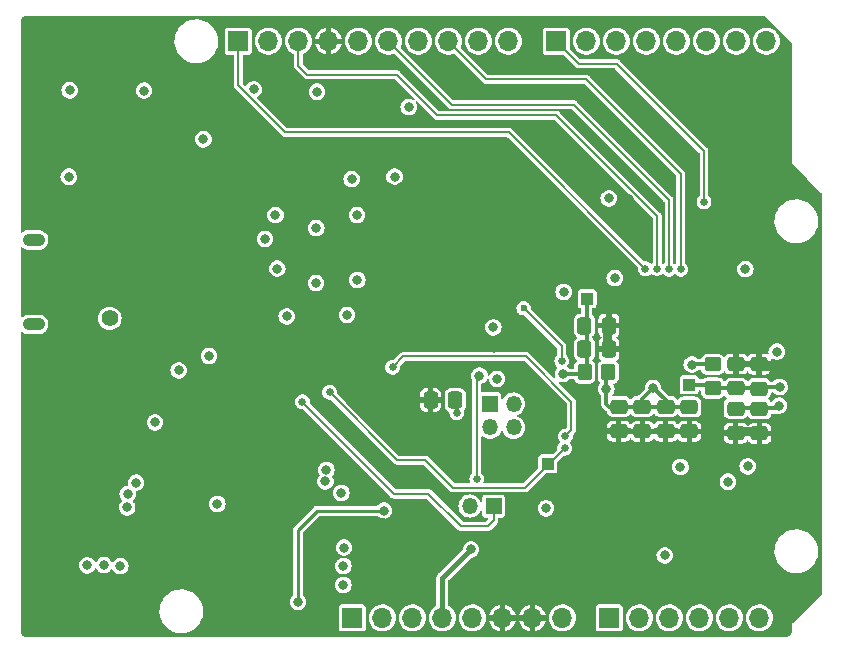
<source format=gbr>
%TF.GenerationSoftware,KiCad,Pcbnew,7.0.1*%
%TF.CreationDate,2023-05-12T19:52:32+02:00*%
%TF.ProjectId,UFO-FPGA,55464f2d-4650-4474-912e-6b696361645f,V0.8*%
%TF.SameCoordinates,Original*%
%TF.FileFunction,Copper,L4,Bot*%
%TF.FilePolarity,Positive*%
%FSLAX46Y46*%
G04 Gerber Fmt 4.6, Leading zero omitted, Abs format (unit mm)*
G04 Created by KiCad (PCBNEW 7.0.1) date 2023-05-12 19:52:32*
%MOMM*%
%LPD*%
G01*
G04 APERTURE LIST*
G04 Aperture macros list*
%AMRoundRect*
0 Rectangle with rounded corners*
0 $1 Rounding radius*
0 $2 $3 $4 $5 $6 $7 $8 $9 X,Y pos of 4 corners*
0 Add a 4 corners polygon primitive as box body*
4,1,4,$2,$3,$4,$5,$6,$7,$8,$9,$2,$3,0*
0 Add four circle primitives for the rounded corners*
1,1,$1+$1,$2,$3*
1,1,$1+$1,$4,$5*
1,1,$1+$1,$6,$7*
1,1,$1+$1,$8,$9*
0 Add four rect primitives between the rounded corners*
20,1,$1+$1,$2,$3,$4,$5,0*
20,1,$1+$1,$4,$5,$6,$7,0*
20,1,$1+$1,$6,$7,$8,$9,0*
20,1,$1+$1,$8,$9,$2,$3,0*%
G04 Aperture macros list end*
%TA.AperFunction,ComponentPad*%
%ADD10R,1.700000X1.700000*%
%TD*%
%TA.AperFunction,ComponentPad*%
%ADD11O,1.700000X1.700000*%
%TD*%
%TA.AperFunction,ComponentPad*%
%ADD12O,1.900000X1.050000*%
%TD*%
%TA.AperFunction,ComponentPad*%
%ADD13R,1.350000X1.350000*%
%TD*%
%TA.AperFunction,ComponentPad*%
%ADD14O,1.350000X1.350000*%
%TD*%
%TA.AperFunction,SMDPad,CuDef*%
%ADD15RoundRect,0.250000X-0.475000X0.337500X-0.475000X-0.337500X0.475000X-0.337500X0.475000X0.337500X0*%
%TD*%
%TA.AperFunction,SMDPad,CuDef*%
%ADD16RoundRect,0.250000X-0.337500X-0.475000X0.337500X-0.475000X0.337500X0.475000X-0.337500X0.475000X0*%
%TD*%
%TA.AperFunction,SMDPad,CuDef*%
%ADD17RoundRect,0.250000X-0.450000X0.350000X-0.450000X-0.350000X0.450000X-0.350000X0.450000X0.350000X0*%
%TD*%
%TA.AperFunction,SMDPad,CuDef*%
%ADD18RoundRect,0.250000X0.475000X-0.337500X0.475000X0.337500X-0.475000X0.337500X-0.475000X-0.337500X0*%
%TD*%
%TA.AperFunction,SMDPad,CuDef*%
%ADD19RoundRect,0.250000X0.337500X0.475000X-0.337500X0.475000X-0.337500X-0.475000X0.337500X-0.475000X0*%
%TD*%
%TA.AperFunction,SMDPad,CuDef*%
%ADD20R,1.000000X1.000000*%
%TD*%
%TA.AperFunction,SMDPad,CuDef*%
%ADD21RoundRect,0.250000X-0.350000X-0.450000X0.350000X-0.450000X0.350000X0.450000X-0.350000X0.450000X0*%
%TD*%
%TA.AperFunction,ViaPad*%
%ADD22C,0.800000*%
%TD*%
%TA.AperFunction,ViaPad*%
%ADD23C,0.650000*%
%TD*%
%TA.AperFunction,ViaPad*%
%ADD24C,1.400000*%
%TD*%
%TA.AperFunction,ViaPad*%
%ADD25C,0.900000*%
%TD*%
%TA.AperFunction,ViaPad*%
%ADD26C,1.000000*%
%TD*%
%TA.AperFunction,ViaPad*%
%ADD27C,0.600000*%
%TD*%
%TA.AperFunction,Conductor*%
%ADD28C,0.300000*%
%TD*%
%TA.AperFunction,Conductor*%
%ADD29C,0.400000*%
%TD*%
%TA.AperFunction,Conductor*%
%ADD30C,0.150000*%
%TD*%
%TA.AperFunction,Conductor*%
%ADD31C,0.250000*%
%TD*%
%TA.AperFunction,Conductor*%
%ADD32C,0.200000*%
%TD*%
G04 APERTURE END LIST*
D10*
%TO.P,J2,1,Pin_1*%
%TO.N,PIN-22*%
X161710000Y-99500000D03*
D11*
%TO.P,J2,2,Pin_2*%
%TO.N,PIN-21*%
X164250000Y-99500000D03*
%TO.P,J2,3,Pin_3*%
%TO.N,PIN-20*%
X166790000Y-99500000D03*
%TO.P,J2,4,Pin_4*%
%TO.N,PIN-19*%
X169330000Y-99500000D03*
%TO.P,J2,5,Pin_5*%
%TO.N,PIN-18*%
X171870000Y-99500000D03*
%TO.P,J2,6,Pin_6*%
%TO.N,AIN1*%
X174410000Y-99500000D03*
%TD*%
D10*
%TO.P,J3,1,Pin_1*%
%TO.N,PIN-1*%
X130304000Y-50680000D03*
D11*
%TO.P,J3,2,Pin_2*%
%TO.N,PIN-2*%
X132844000Y-50680000D03*
%TO.P,J3,3,Pin_3*%
%TO.N,PIN-3*%
X135384000Y-50680000D03*
%TO.P,J3,4,Pin_4*%
%TO.N,GND*%
X137924000Y-50680000D03*
%TO.P,J3,5,Pin_5*%
%TO.N,PIN-4*%
X140464000Y-50680000D03*
%TO.P,J3,6,Pin_6*%
%TO.N,PIN-5*%
X143004000Y-50680000D03*
%TO.P,J3,7,Pin_7*%
%TO.N,PIN-6*%
X145544000Y-50680000D03*
%TO.P,J3,8,Pin_8*%
%TO.N,PIN-7*%
X148084000Y-50680000D03*
%TO.P,J3,9,Pin_9*%
%TO.N,PIN-8*%
X150624000Y-50680000D03*
%TO.P,J3,10,Pin_10*%
%TO.N,PIN-9*%
X153164000Y-50680000D03*
%TD*%
D12*
%TO.P,J5,6,Shield*%
%TO.N,unconnected-(J5-Shield-Pad6)*%
X112970000Y-67505000D03*
X112970000Y-74655000D03*
%TD*%
D10*
%TO.P,J4,1,Pin_1*%
%TO.N,PIN-10*%
X157228000Y-50680000D03*
D11*
%TO.P,J4,2,Pin_2*%
%TO.N,PIN-11*%
X159768000Y-50680000D03*
%TO.P,J4,3,Pin_3*%
%TO.N,PIN-12*%
X162308000Y-50680000D03*
%TO.P,J4,4,Pin_4*%
%TO.N,PIN-13*%
X164848000Y-50680000D03*
%TO.P,J4,5,Pin_5*%
%TO.N,PIN-14*%
X167388000Y-50680000D03*
%TO.P,J4,6,Pin_6*%
%TO.N,PIN-15*%
X169928000Y-50680000D03*
%TO.P,J4,7,Pin_7*%
%TO.N,PIN-16*%
X172468000Y-50680000D03*
%TO.P,J4,8,Pin_8*%
%TO.N,PIN-17*%
X175008000Y-50680000D03*
%TD*%
D13*
%TO.P,J6,1,Pin_1*%
%TO.N,Flash-MISO*%
X151610000Y-81380000D03*
D14*
%TO.P,J6,2,Pin_2*%
%TO.N,/BANK 4 - SPI Programming/ICE_MISO*%
X153610000Y-81380000D03*
%TO.P,J6,3,Pin_3*%
%TO.N,/BANK 4 - SPI Programming/ICE_MOSI*%
X151610000Y-83380000D03*
%TO.P,J6,4,Pin_4*%
%TO.N,Flash-MOSI*%
X153610000Y-83380000D03*
%TD*%
D13*
%TO.P,JP1,1,A*%
%TO.N,ICE_SS_B*%
X151910000Y-90030000D03*
D14*
%TO.P,JP1,2,B*%
%TO.N,/BANK 4 - SPI Programming/N25-CS*%
X149910000Y-90030000D03*
%TD*%
D10*
%TO.P,J1,1,Pin_1*%
%TO.N,PIN-25*%
X139960000Y-99500000D03*
D11*
%TO.P,J1,2,Pin_2*%
%TO.N,PIN-24*%
X142500000Y-99500000D03*
%TO.P,J1,3,Pin_3*%
%TO.N,PIN-23*%
X145040000Y-99500000D03*
%TO.P,J1,4,Pin_4*%
%TO.N,+3V3*%
X147580000Y-99500000D03*
%TO.P,J1,5,Pin_5*%
%TO.N,+5V*%
X150120000Y-99500000D03*
%TO.P,J1,6,Pin_6*%
%TO.N,GND*%
X152660000Y-99500000D03*
%TO.P,J1,7,Pin_7*%
X155200000Y-99500000D03*
%TO.P,J1,8,Pin_8*%
%TO.N,unconnected-(J1-Pin_8-Pad8)*%
X157740000Y-99500000D03*
%TD*%
D15*
%TO.P,C31,1*%
%TO.N,+3V3*%
X172420000Y-81772500D03*
%TO.P,C31,2*%
%TO.N,GND*%
X172420000Y-83847500D03*
%TD*%
D16*
%TO.P,C17,1*%
%TO.N,/BANK 4 - SPI Programming/VCCPLL0*%
X159605200Y-74755800D03*
%TO.P,C17,2*%
%TO.N,GND*%
X161680200Y-74755800D03*
%TD*%
D17*
%TO.P,R26,1*%
%TO.N,+1V2*%
X170460000Y-78040000D03*
%TO.P,R26,2*%
%TO.N,/BANK 4 - SPI Programming/VCCPLL1*%
X170460000Y-80040000D03*
%TD*%
D18*
%TO.P,C20,1*%
%TO.N,/BANK 4 - SPI Programming/VCCPLL1*%
X174400000Y-80087500D03*
%TO.P,C20,2*%
%TO.N,GND*%
X174400000Y-78012500D03*
%TD*%
D19*
%TO.P,C15,1*%
%TO.N,+3V3*%
X148662500Y-81050000D03*
%TO.P,C15,2*%
%TO.N,GND*%
X146587500Y-81050000D03*
%TD*%
D15*
%TO.P,C69,1*%
%TO.N,+1V2*%
X164510000Y-81622500D03*
%TO.P,C69,2*%
%TO.N,GND*%
X164510000Y-83697500D03*
%TD*%
%TO.P,C67,1*%
%TO.N,+1V2*%
X166490000Y-81612500D03*
%TO.P,C67,2*%
%TO.N,GND*%
X166490000Y-83687500D03*
%TD*%
%TO.P,C43,1*%
%TO.N,+1V2*%
X168478100Y-81639700D03*
%TO.P,C43,2*%
%TO.N,GND*%
X168478100Y-83714700D03*
%TD*%
D20*
%TO.P,TP6,1,1*%
%TO.N,/BANK 4 - SPI Programming/VCCPLL1*%
X168470000Y-79760000D03*
%TD*%
D21*
%TO.P,R25,1*%
%TO.N,/BANK 4 - SPI Programming/VCCPLL0*%
X159630000Y-78670000D03*
%TO.P,R25,2*%
%TO.N,+1V2*%
X161630000Y-78670000D03*
%TD*%
D16*
%TO.P,C18,1*%
%TO.N,/BANK 4 - SPI Programming/VCCPLL0*%
X159614000Y-76739600D03*
%TO.P,C18,2*%
%TO.N,GND*%
X161689000Y-76739600D03*
%TD*%
D15*
%TO.P,C61,1*%
%TO.N,+1V2*%
X162520000Y-81612500D03*
%TO.P,C61,2*%
%TO.N,GND*%
X162520000Y-83687500D03*
%TD*%
%TO.P,C32,1*%
%TO.N,+3V3*%
X174420000Y-81812500D03*
%TO.P,C32,2*%
%TO.N,GND*%
X174420000Y-83887500D03*
%TD*%
D18*
%TO.P,C19,1*%
%TO.N,/BANK 4 - SPI Programming/VCCPLL1*%
X172430000Y-80077500D03*
%TO.P,C19,2*%
%TO.N,GND*%
X172430000Y-78002500D03*
%TD*%
D20*
%TO.P,TP3,1,1*%
%TO.N,ICE_CREST*%
X156500000Y-86440000D03*
%TD*%
%TO.P,TP5,1,1*%
%TO.N,/BANK 4 - SPI Programming/VCCPLL0*%
X159830000Y-72480000D03*
%TD*%
D22*
%TO.N,+3V3*%
X127825000Y-77325000D03*
X173228000Y-69977000D03*
X143530000Y-62140000D03*
X150000000Y-93700000D03*
X120890000Y-90140000D03*
X121650000Y-88050000D03*
X132560000Y-67410000D03*
X176090000Y-81530000D03*
X139900000Y-62350000D03*
X133600000Y-69925000D03*
X151900000Y-74900000D03*
X131600000Y-54750000D03*
X175895000Y-76962000D03*
D23*
X148800000Y-82150000D03*
D22*
X116025000Y-54825000D03*
X156362400Y-90220800D03*
X161670000Y-63980000D03*
X166410000Y-94210000D03*
X128525000Y-89850000D03*
X115950000Y-62150000D03*
X136900000Y-66500000D03*
X171750000Y-87975000D03*
X125250000Y-78550000D03*
X139500000Y-73850000D03*
X123250000Y-82950000D03*
X152200000Y-79260000D03*
X144740000Y-56260000D03*
X127350000Y-58975000D03*
X122325000Y-54850000D03*
X120940000Y-89030000D03*
X136960000Y-54950000D03*
X134400000Y-73975000D03*
%TO.N,+5V*%
X139200000Y-95100000D03*
D24*
X119410000Y-74150000D03*
D22*
X139250000Y-93550000D03*
X117520000Y-95050000D03*
X120310000Y-95110000D03*
X118940000Y-95030000D03*
X139200000Y-96700000D03*
%TO.N,GND*%
X164680000Y-57020000D03*
X123990000Y-64970000D03*
X127130000Y-86260000D03*
D23*
X155850000Y-93825000D03*
X146950000Y-55650000D03*
D22*
X116025000Y-56625000D03*
X134480000Y-86640000D03*
X158100000Y-96660000D03*
X134225000Y-82850000D03*
X166570000Y-73520000D03*
X121700000Y-79525000D03*
D23*
X139475000Y-52725000D03*
D22*
X136940000Y-56660000D03*
X122325000Y-56600000D03*
X179175000Y-76400000D03*
X117440000Y-76540000D03*
D23*
X165925000Y-97750000D03*
D22*
X158440000Y-86390000D03*
X132875000Y-95825000D03*
X129410000Y-67765500D03*
X143275000Y-76225000D03*
X165250000Y-70940000D03*
X147025000Y-92225000D03*
X123920000Y-66880000D03*
X124640000Y-93540000D03*
X140300000Y-54380000D03*
X176480000Y-54480000D03*
X161800000Y-53930000D03*
X160980000Y-96660000D03*
X150900000Y-72600000D03*
X173925000Y-95150000D03*
X139550000Y-66400000D03*
X155300000Y-91625000D03*
X119680000Y-64630000D03*
X122770000Y-71560000D03*
X113170000Y-89660000D03*
X139050000Y-92000000D03*
X117400000Y-72200000D03*
X171470000Y-55350000D03*
X157580000Y-81410000D03*
X154240000Y-78410000D03*
X144010000Y-71650000D03*
D23*
X148900000Y-55100000D03*
D22*
X131800000Y-53310000D03*
X149075000Y-78250000D03*
X152650000Y-94350000D03*
X176040000Y-78420000D03*
X169140000Y-52960000D03*
X153630000Y-53040000D03*
X114560000Y-64060000D03*
X152010000Y-87470000D03*
X127300000Y-56675000D03*
D23*
X146750000Y-63850000D03*
D22*
X147050000Y-94175000D03*
X125320000Y-53230000D03*
X134970000Y-84650000D03*
X136900000Y-73850000D03*
X116000000Y-60175000D03*
X113170000Y-97980000D03*
X123260000Y-75530000D03*
D23*
X151250000Y-86075000D03*
D22*
X153100000Y-62250000D03*
X131000000Y-64950000D03*
D23*
X152775000Y-80150000D03*
D25*
X142550000Y-91440000D03*
D23*
X144650000Y-82280000D03*
D22*
X166260000Y-70940000D03*
X173510000Y-55500000D03*
X149290000Y-53080000D03*
X126750000Y-81625000D03*
X166870000Y-53360000D03*
X144650000Y-90225000D03*
X173950000Y-73410000D03*
X169510000Y-70260000D03*
X132710000Y-72910000D03*
X167480000Y-59730000D03*
X116340000Y-91100000D03*
X117150000Y-73150000D03*
D26*
X120830000Y-92470000D03*
D22*
X173500000Y-66325000D03*
X151920000Y-76660000D03*
X167280000Y-70940000D03*
X128840000Y-83930000D03*
X163380000Y-64050000D03*
D23*
X127425000Y-61950000D03*
D22*
X167975000Y-93950000D03*
X151430000Y-70250000D03*
X159860000Y-61740000D03*
D23*
X153300000Y-85225000D03*
D22*
X163420000Y-91670000D03*
X172010000Y-97400000D03*
X156340000Y-58620000D03*
X140900000Y-72425000D03*
X176600000Y-99325000D03*
X143750000Y-84630000D03*
X112960000Y-77430000D03*
X154960000Y-66410000D03*
D23*
X138100000Y-81900000D03*
D22*
X153130000Y-63770000D03*
D23*
X151075000Y-66975000D03*
X151100000Y-68525000D03*
X155025000Y-81400000D03*
D22*
X126740000Y-75680000D03*
X173250000Y-88280000D03*
X175750000Y-96575000D03*
X175770000Y-72410000D03*
D23*
X123625000Y-58825000D03*
D22*
X123180000Y-73490000D03*
X173920000Y-53020000D03*
D23*
X146950000Y-53125000D03*
X156750000Y-94950000D03*
D22*
X132900000Y-93710000D03*
X145810000Y-62050000D03*
X132860000Y-97950000D03*
D23*
X134325000Y-80400000D03*
D22*
X160070000Y-82690000D03*
X132650000Y-70675000D03*
X170560000Y-57010000D03*
X133540000Y-90200000D03*
X143625000Y-94950000D03*
X124400000Y-92450000D03*
X153060000Y-60610000D03*
X176570000Y-61520000D03*
X115650000Y-52500000D03*
X142820000Y-64050000D03*
X147250000Y-82375000D03*
D23*
%TO.N,PIN-1*%
X164770000Y-69940000D03*
%TO.N,PIN-3*%
X165769290Y-69919396D03*
%TO.N,PIN-5*%
X166766810Y-69982322D03*
%TO.N,PIN-10*%
X169730000Y-64290000D03*
D22*
%TO.N,/POWER/PG1V2*%
X142630000Y-90410000D03*
X135350000Y-98130000D03*
%TO.N,/BANK 4 - SPI Programming/VCCPLL1*%
X176140000Y-79950000D03*
%TO.N,+1V2*%
X165420000Y-80020000D03*
X157852000Y-71891000D03*
X162179000Y-70739000D03*
X168700000Y-78050000D03*
X139030000Y-88920000D03*
X137680000Y-87950000D03*
X161460000Y-80110000D03*
X137760000Y-86980000D03*
X167740000Y-86720000D03*
X173430000Y-86670000D03*
D27*
%TO.N,ICE_CLK*%
X154460000Y-73290000D03*
D23*
X157700000Y-77750000D03*
D22*
%TO.N,/BANK 4 - SPI Programming/VCCPLL0*%
X157784800Y-78841600D03*
D23*
%TO.N,ICE_CDONE*%
X143375000Y-78275000D03*
X158000000Y-84100000D03*
%TO.N,ICE_SS_B*%
X135725000Y-81200000D03*
%TO.N,ICE_CREST*%
X157925000Y-85150000D03*
X138025000Y-80400000D03*
D22*
%TO.N,+1V8*%
X140350000Y-65400000D03*
X133450000Y-65400000D03*
X136875000Y-71150000D03*
X140375000Y-70875000D03*
%TO.N,/BANK 4 - SPI Programming/N25-CS*%
X150723600Y-78994000D03*
D23*
X150490000Y-87730000D03*
%TO.N,PIN-7*%
X167766283Y-69990049D03*
%TD*%
D28*
%TO.N,+3V3*%
X175852500Y-81767500D02*
X176090000Y-81530000D01*
D29*
X147580000Y-99500000D02*
X147580000Y-96120000D01*
X147580000Y-96120000D02*
X150000000Y-93700000D01*
D28*
X173186800Y-81767500D02*
X175852500Y-81767500D01*
X148792100Y-81026000D02*
X148792100Y-82142100D01*
%TO.N,GND*%
X162520000Y-83687500D02*
X168450900Y-83687500D01*
X172430000Y-78002500D02*
X174390000Y-78002500D01*
X173186800Y-83492500D02*
X174660000Y-83492500D01*
X174390000Y-78002500D02*
X174400000Y-78012500D01*
X161383800Y-76758800D02*
X161383800Y-74783800D01*
X161383800Y-74783800D02*
X161375000Y-74775000D01*
X174807500Y-78420000D02*
X174400000Y-78012500D01*
X168450900Y-83687500D02*
X168478100Y-83714700D01*
X176040000Y-78420000D02*
X174807500Y-78420000D01*
D30*
%TO.N,PIN-1*%
X164770000Y-69940000D02*
X153220000Y-58390000D01*
X130304000Y-54408595D02*
X130304000Y-50680000D01*
X153220000Y-58390000D02*
X134285405Y-58390000D01*
X134285405Y-58390000D02*
X130304000Y-54408595D01*
%TO.N,PIN-3*%
X147140000Y-56950000D02*
X143700000Y-53510000D01*
X157234595Y-56950000D02*
X147140000Y-56950000D01*
X143700000Y-53510000D02*
X136150000Y-53510000D01*
X165769290Y-65484695D02*
X157234595Y-56950000D01*
X136150000Y-53510000D02*
X135384000Y-52744000D01*
X165769290Y-69919396D02*
X165769290Y-65484695D01*
X135384000Y-52744000D02*
X135384000Y-50680000D01*
%TO.N,PIN-5*%
X143004000Y-50680000D02*
X148374000Y-56050000D01*
X158690000Y-56050000D02*
X166766810Y-64126810D01*
X166766810Y-64126810D02*
X166766810Y-69982322D01*
X148374000Y-56050000D02*
X158690000Y-56050000D01*
%TO.N,PIN-10*%
X169730000Y-64290000D02*
X169730000Y-59970000D01*
X159138000Y-52590000D02*
X157228000Y-50680000D01*
X162350000Y-52590000D02*
X159138000Y-52590000D01*
X169730000Y-59970000D02*
X162350000Y-52590000D01*
D31*
%TO.N,/POWER/PG1V2*%
X136070000Y-91340000D02*
X135350000Y-92060000D01*
X142630000Y-90410000D02*
X137000000Y-90410000D01*
X137000000Y-90410000D02*
X136070000Y-91340000D01*
X135350000Y-92060000D02*
X135350000Y-98130000D01*
D28*
%TO.N,/BANK 4 - SPI Programming/VCCPLL1*%
X170180000Y-79760000D02*
X170460000Y-80040000D01*
X170460000Y-80040000D02*
X174352500Y-80040000D01*
X174352500Y-80040000D02*
X174400000Y-80087500D01*
X168470000Y-79760000D02*
X170180000Y-79760000D01*
X176140000Y-79950000D02*
X174537500Y-79950000D01*
X174537500Y-79950000D02*
X174400000Y-80087500D01*
%TO.N,+1V2*%
X164510000Y-81622500D02*
X164510000Y-80930000D01*
X162547200Y-81639700D02*
X162520000Y-81612500D01*
X161444800Y-78679200D02*
X161444800Y-80094800D01*
X170460000Y-78040000D02*
X168710000Y-78040000D01*
X164510000Y-80930000D02*
X165420000Y-80020000D01*
X166490000Y-81612500D02*
X166490000Y-81090000D01*
X168710000Y-78040000D02*
X168700000Y-78050000D01*
X161460000Y-81360000D02*
X161712500Y-81612500D01*
X168478100Y-81639700D02*
X162547200Y-81639700D01*
X161460000Y-80110000D02*
X161460000Y-81360000D01*
X166490000Y-81090000D02*
X165420000Y-80020000D01*
X161712500Y-81612500D02*
X162520000Y-81612500D01*
D30*
%TO.N,ICE_CLK*%
X157700000Y-77750000D02*
X157700000Y-76520000D01*
X157690000Y-76520000D02*
X154460000Y-73290000D01*
X157700000Y-76520000D02*
X157690000Y-76520000D01*
D28*
%TO.N,/BANK 4 - SPI Programming/VCCPLL0*%
X159800200Y-74770000D02*
X159800200Y-72885000D01*
X157784800Y-78841600D02*
X159172400Y-78841600D01*
X159825000Y-78684200D02*
X159825000Y-75068000D01*
X159172400Y-78841600D02*
X159324800Y-78689200D01*
D30*
%TO.N,ICE_CDONE*%
X144281600Y-77368400D02*
X151070000Y-77368400D01*
X154658400Y-77368400D02*
X158500000Y-81210000D01*
X143375000Y-78275000D02*
X144281600Y-77368400D01*
X158500000Y-83600000D02*
X158000000Y-84100000D01*
X158500000Y-81210000D02*
X158500000Y-83600000D01*
X151070000Y-77368400D02*
X154658400Y-77368400D01*
D32*
%TO.N,ICE_SS_B*%
X151910000Y-90030000D02*
X151910000Y-91250000D01*
X143525000Y-89000000D02*
X146404000Y-89000000D01*
X149154000Y-91750000D02*
X146404000Y-89000000D01*
X151410000Y-91750000D02*
X149154000Y-91750000D01*
X151910000Y-91250000D02*
X151410000Y-91750000D01*
X135725000Y-81200000D02*
X143525000Y-89000000D01*
D30*
%TO.N,ICE_CREST*%
X148488400Y-88493600D02*
X154581400Y-88493600D01*
X154581400Y-88493600D02*
X157925000Y-85150000D01*
X146144800Y-86150000D02*
X148488400Y-88493600D01*
X138025000Y-80400000D02*
X143775000Y-86150000D01*
X143775000Y-86150000D02*
X146144800Y-86150000D01*
%TO.N,/BANK 4 - SPI Programming/N25-CS*%
X150723600Y-78994000D02*
X150490000Y-79227600D01*
X150490000Y-79227600D02*
X150490000Y-87730000D01*
%TO.N,PIN-7*%
X148084000Y-50680000D02*
X151304000Y-53900000D01*
X151304000Y-53900000D02*
X159770000Y-53900000D01*
X167766283Y-61896283D02*
X167766283Y-62560000D01*
X167766283Y-69990049D02*
X167766283Y-62560000D01*
X159770000Y-53900000D02*
X167766283Y-61896283D01*
%TD*%
%TA.AperFunction,Conductor*%
%TO.N,GND*%
G36*
X174839774Y-48546133D02*
G01*
X174863781Y-48562174D01*
X177125826Y-50824218D01*
X177141867Y-50848225D01*
X177147500Y-50876544D01*
X177147500Y-60903432D01*
X177155562Y-60928246D01*
X177158272Y-60939534D01*
X177162354Y-60965304D01*
X177174198Y-60988549D01*
X177178641Y-60999277D01*
X177186703Y-61024089D01*
X177202038Y-61045197D01*
X177208103Y-61055094D01*
X177219949Y-61078341D01*
X177238794Y-61097186D01*
X177238797Y-61097190D01*
X177242515Y-61100908D01*
X177242516Y-61100909D01*
X178460479Y-62318872D01*
X179665826Y-63524218D01*
X179681867Y-63548225D01*
X179687500Y-63576544D01*
X179687500Y-97473456D01*
X179681867Y-97501775D01*
X179665826Y-97525781D01*
X178401818Y-98789789D01*
X177242516Y-99949091D01*
X177219950Y-99971657D01*
X177215476Y-99980436D01*
X177208103Y-99994907D01*
X177202043Y-100004796D01*
X177186701Y-100025912D01*
X177178640Y-100050722D01*
X177174199Y-100061445D01*
X177162353Y-100084695D01*
X177158270Y-100110468D01*
X177155561Y-100121752D01*
X177147500Y-100146566D01*
X177147500Y-100713149D01*
X177146867Y-100722809D01*
X177136453Y-100801905D01*
X177131453Y-100820563D01*
X177102795Y-100889750D01*
X177093136Y-100906481D01*
X177047549Y-100965890D01*
X177033890Y-100979549D01*
X176974481Y-101025136D01*
X176957750Y-101034795D01*
X176888563Y-101063453D01*
X176869905Y-101068453D01*
X176806330Y-101076823D01*
X176790807Y-101078867D01*
X176781149Y-101079500D01*
X112274851Y-101079500D01*
X112265192Y-101078867D01*
X112245705Y-101076301D01*
X112186094Y-101068453D01*
X112167436Y-101063453D01*
X112098249Y-101034795D01*
X112081523Y-101025138D01*
X112022108Y-100979548D01*
X112008450Y-100965890D01*
X111962859Y-100906474D01*
X111953204Y-100889750D01*
X111924546Y-100820563D01*
X111919546Y-100801904D01*
X111912852Y-100751060D01*
X111909133Y-100722808D01*
X111908500Y-100713149D01*
X111908500Y-100649423D01*
X111908482Y-100649304D01*
X111908471Y-100602205D01*
X111908093Y-99007768D01*
X123623788Y-99007768D01*
X123653413Y-99277015D01*
X123711708Y-99499999D01*
X123721928Y-99539088D01*
X123827870Y-99788390D01*
X123968982Y-100019610D01*
X124142255Y-100227820D01*
X124343998Y-100408582D01*
X124569910Y-100558044D01*
X124786349Y-100659506D01*
X124815178Y-100673021D01*
X125074568Y-100751060D01*
X125342558Y-100790500D01*
X125342561Y-100790500D01*
X125545625Y-100790500D01*
X125545631Y-100790500D01*
X125748156Y-100775677D01*
X126012553Y-100716780D01*
X126265558Y-100620014D01*
X126501777Y-100487441D01*
X126621668Y-100394865D01*
X138809500Y-100394865D01*
X138812414Y-100419989D01*
X138812415Y-100419991D01*
X138857794Y-100522765D01*
X138937235Y-100602206D01*
X139040009Y-100647585D01*
X139065135Y-100650500D01*
X140854864Y-100650499D01*
X140854865Y-100650499D01*
X140865168Y-100649304D01*
X140879991Y-100647585D01*
X140982765Y-100602206D01*
X141062206Y-100522765D01*
X141107585Y-100419991D01*
X141110500Y-100394865D01*
X141110499Y-99499999D01*
X141344570Y-99499999D01*
X141364243Y-99712309D01*
X141422594Y-99917389D01*
X141517632Y-100108254D01*
X141607926Y-100227820D01*
X141646128Y-100278407D01*
X141803698Y-100422052D01*
X141984981Y-100534298D01*
X142183802Y-100611321D01*
X142393390Y-100650500D01*
X142606609Y-100650500D01*
X142606610Y-100650500D01*
X142816198Y-100611321D01*
X143015019Y-100534298D01*
X143196302Y-100422052D01*
X143353872Y-100278407D01*
X143468300Y-100126881D01*
X143482367Y-100108254D01*
X143577405Y-99917389D01*
X143635756Y-99712309D01*
X143655429Y-99500000D01*
X143884570Y-99500000D01*
X143904243Y-99712309D01*
X143962594Y-99917389D01*
X144057632Y-100108254D01*
X144147926Y-100227820D01*
X144186128Y-100278407D01*
X144343698Y-100422052D01*
X144524981Y-100534298D01*
X144723802Y-100611321D01*
X144933390Y-100650500D01*
X145146609Y-100650500D01*
X145146610Y-100650500D01*
X145356198Y-100611321D01*
X145555019Y-100534298D01*
X145736302Y-100422052D01*
X145893872Y-100278407D01*
X146008300Y-100126881D01*
X146022367Y-100108254D01*
X146117405Y-99917389D01*
X146175756Y-99712309D01*
X146195429Y-99500000D01*
X146424570Y-99500000D01*
X146444243Y-99712309D01*
X146502594Y-99917389D01*
X146597632Y-100108254D01*
X146687926Y-100227820D01*
X146726128Y-100278407D01*
X146883698Y-100422052D01*
X147064981Y-100534298D01*
X147263802Y-100611321D01*
X147473390Y-100650500D01*
X147686609Y-100650500D01*
X147686610Y-100650500D01*
X147896198Y-100611321D01*
X148095019Y-100534298D01*
X148276302Y-100422052D01*
X148433872Y-100278407D01*
X148548300Y-100126881D01*
X148562367Y-100108254D01*
X148657405Y-99917389D01*
X148715756Y-99712309D01*
X148735429Y-99500000D01*
X148964570Y-99500000D01*
X148984243Y-99712309D01*
X149042594Y-99917389D01*
X149137632Y-100108254D01*
X149227926Y-100227820D01*
X149266128Y-100278407D01*
X149423698Y-100422052D01*
X149604981Y-100534298D01*
X149803802Y-100611321D01*
X150013390Y-100650500D01*
X150226609Y-100650500D01*
X150226610Y-100650500D01*
X150436198Y-100611321D01*
X150635019Y-100534298D01*
X150816302Y-100422052D01*
X150973872Y-100278407D01*
X151088300Y-100126881D01*
X151102367Y-100108254D01*
X151197405Y-99917389D01*
X151252145Y-99725000D01*
X151528375Y-99725000D01*
X151583062Y-99917209D01*
X151678059Y-100107990D01*
X151806496Y-100278065D01*
X151964004Y-100421653D01*
X152145204Y-100533847D01*
X152343939Y-100610838D01*
X152434999Y-100627859D01*
X152435000Y-100627859D01*
X152435000Y-99725000D01*
X152885000Y-99725000D01*
X152885000Y-100627859D01*
X152976060Y-100610838D01*
X153174795Y-100533847D01*
X153355995Y-100421653D01*
X153513503Y-100278065D01*
X153641940Y-100107990D01*
X153736937Y-99917209D01*
X153791625Y-99725000D01*
X154068375Y-99725000D01*
X154123062Y-99917209D01*
X154218059Y-100107990D01*
X154346496Y-100278065D01*
X154504004Y-100421653D01*
X154685204Y-100533847D01*
X154883939Y-100610838D01*
X154974999Y-100627859D01*
X154975000Y-100627859D01*
X154975000Y-99725000D01*
X155425000Y-99725000D01*
X155425000Y-100627859D01*
X155516060Y-100610838D01*
X155714795Y-100533847D01*
X155895995Y-100421653D01*
X156053503Y-100278065D01*
X156181940Y-100107990D01*
X156276937Y-99917209D01*
X156331625Y-99725000D01*
X155425000Y-99725000D01*
X154975000Y-99725000D01*
X154068375Y-99725000D01*
X153791625Y-99725000D01*
X152885000Y-99725000D01*
X152435000Y-99725000D01*
X151528375Y-99725000D01*
X151252145Y-99725000D01*
X151255756Y-99712309D01*
X151275429Y-99500000D01*
X156584570Y-99500000D01*
X156604243Y-99712309D01*
X156662594Y-99917389D01*
X156757632Y-100108254D01*
X156847926Y-100227820D01*
X156886128Y-100278407D01*
X157043698Y-100422052D01*
X157224981Y-100534298D01*
X157423802Y-100611321D01*
X157633390Y-100650500D01*
X157846609Y-100650500D01*
X157846610Y-100650500D01*
X158056198Y-100611321D01*
X158255019Y-100534298D01*
X158436302Y-100422052D01*
X158466125Y-100394865D01*
X160559500Y-100394865D01*
X160562414Y-100419989D01*
X160562415Y-100419991D01*
X160607794Y-100522765D01*
X160687235Y-100602206D01*
X160790009Y-100647585D01*
X160815135Y-100650500D01*
X162604864Y-100650499D01*
X162604865Y-100650499D01*
X162615168Y-100649304D01*
X162629991Y-100647585D01*
X162732765Y-100602206D01*
X162812206Y-100522765D01*
X162857585Y-100419991D01*
X162860500Y-100394865D01*
X162860499Y-99500000D01*
X163094570Y-99500000D01*
X163114243Y-99712309D01*
X163172594Y-99917389D01*
X163267632Y-100108254D01*
X163357926Y-100227820D01*
X163396128Y-100278407D01*
X163553698Y-100422052D01*
X163734981Y-100534298D01*
X163933802Y-100611321D01*
X164143390Y-100650500D01*
X164356609Y-100650500D01*
X164356610Y-100650500D01*
X164566198Y-100611321D01*
X164765019Y-100534298D01*
X164946302Y-100422052D01*
X165103872Y-100278407D01*
X165218300Y-100126881D01*
X165232367Y-100108254D01*
X165327405Y-99917389D01*
X165385756Y-99712309D01*
X165405429Y-99500000D01*
X165634570Y-99500000D01*
X165654243Y-99712309D01*
X165712594Y-99917389D01*
X165807632Y-100108254D01*
X165897926Y-100227820D01*
X165936128Y-100278407D01*
X166093698Y-100422052D01*
X166274981Y-100534298D01*
X166473802Y-100611321D01*
X166683390Y-100650500D01*
X166896609Y-100650500D01*
X166896610Y-100650500D01*
X167106198Y-100611321D01*
X167305019Y-100534298D01*
X167486302Y-100422052D01*
X167643872Y-100278407D01*
X167758300Y-100126881D01*
X167772367Y-100108254D01*
X167867405Y-99917389D01*
X167925756Y-99712309D01*
X167945429Y-99500000D01*
X168174570Y-99500000D01*
X168194243Y-99712309D01*
X168252594Y-99917389D01*
X168347632Y-100108254D01*
X168437926Y-100227820D01*
X168476128Y-100278407D01*
X168633698Y-100422052D01*
X168814981Y-100534298D01*
X169013802Y-100611321D01*
X169223390Y-100650500D01*
X169436609Y-100650500D01*
X169436610Y-100650500D01*
X169646198Y-100611321D01*
X169845019Y-100534298D01*
X170026302Y-100422052D01*
X170183872Y-100278407D01*
X170298300Y-100126881D01*
X170312367Y-100108254D01*
X170407405Y-99917389D01*
X170465756Y-99712309D01*
X170485429Y-99500000D01*
X170714570Y-99500000D01*
X170734243Y-99712309D01*
X170792594Y-99917389D01*
X170887632Y-100108254D01*
X170977926Y-100227820D01*
X171016128Y-100278407D01*
X171173698Y-100422052D01*
X171354981Y-100534298D01*
X171553802Y-100611321D01*
X171763390Y-100650500D01*
X171976609Y-100650500D01*
X171976610Y-100650500D01*
X172186198Y-100611321D01*
X172385019Y-100534298D01*
X172566302Y-100422052D01*
X172723872Y-100278407D01*
X172838300Y-100126881D01*
X172852367Y-100108254D01*
X172947405Y-99917389D01*
X173005756Y-99712309D01*
X173025429Y-99500000D01*
X173254570Y-99500000D01*
X173274243Y-99712309D01*
X173332594Y-99917389D01*
X173427632Y-100108254D01*
X173517926Y-100227820D01*
X173556128Y-100278407D01*
X173713698Y-100422052D01*
X173894981Y-100534298D01*
X174093802Y-100611321D01*
X174303390Y-100650500D01*
X174516609Y-100650500D01*
X174516610Y-100650500D01*
X174726198Y-100611321D01*
X174925019Y-100534298D01*
X175106302Y-100422052D01*
X175263872Y-100278407D01*
X175378300Y-100126881D01*
X175392367Y-100108254D01*
X175487405Y-99917389D01*
X175545756Y-99712309D01*
X175565429Y-99500000D01*
X175545756Y-99287690D01*
X175487405Y-99082610D01*
X175392367Y-98891745D01*
X175290832Y-98757294D01*
X175263872Y-98721593D01*
X175106302Y-98577948D01*
X174925019Y-98465702D01*
X174726198Y-98388679D01*
X174516610Y-98349500D01*
X174303390Y-98349500D01*
X174198596Y-98369089D01*
X174093801Y-98388679D01*
X173894980Y-98465702D01*
X173713701Y-98577946D01*
X173713698Y-98577948D01*
X173568042Y-98710732D01*
X173556125Y-98721596D01*
X173427632Y-98891745D01*
X173332594Y-99082610D01*
X173274243Y-99287690D01*
X173254570Y-99500000D01*
X173025429Y-99500000D01*
X173005756Y-99287690D01*
X172947405Y-99082610D01*
X172852367Y-98891745D01*
X172750832Y-98757294D01*
X172723872Y-98721593D01*
X172566302Y-98577948D01*
X172385019Y-98465702D01*
X172186198Y-98388679D01*
X171976610Y-98349500D01*
X171763390Y-98349500D01*
X171658596Y-98369089D01*
X171553801Y-98388679D01*
X171354980Y-98465702D01*
X171173701Y-98577946D01*
X171173698Y-98577948D01*
X171028042Y-98710732D01*
X171016125Y-98721596D01*
X170887632Y-98891745D01*
X170792594Y-99082610D01*
X170734243Y-99287690D01*
X170714570Y-99500000D01*
X170485429Y-99500000D01*
X170465756Y-99287690D01*
X170407405Y-99082610D01*
X170312367Y-98891745D01*
X170210832Y-98757294D01*
X170183872Y-98721593D01*
X170026302Y-98577948D01*
X169845019Y-98465702D01*
X169646198Y-98388679D01*
X169436610Y-98349500D01*
X169223390Y-98349500D01*
X169118596Y-98369089D01*
X169013801Y-98388679D01*
X168814980Y-98465702D01*
X168633701Y-98577946D01*
X168633698Y-98577948D01*
X168488042Y-98710732D01*
X168476125Y-98721596D01*
X168347632Y-98891745D01*
X168252594Y-99082610D01*
X168194243Y-99287690D01*
X168174570Y-99500000D01*
X167945429Y-99500000D01*
X167925756Y-99287690D01*
X167867405Y-99082610D01*
X167772367Y-98891745D01*
X167670832Y-98757294D01*
X167643872Y-98721593D01*
X167486302Y-98577948D01*
X167305019Y-98465702D01*
X167106198Y-98388679D01*
X166896610Y-98349500D01*
X166683390Y-98349500D01*
X166578596Y-98369089D01*
X166473801Y-98388679D01*
X166274980Y-98465702D01*
X166093701Y-98577946D01*
X166093698Y-98577948D01*
X165948042Y-98710732D01*
X165936125Y-98721596D01*
X165807632Y-98891745D01*
X165712594Y-99082610D01*
X165654243Y-99287690D01*
X165634570Y-99500000D01*
X165405429Y-99500000D01*
X165385756Y-99287690D01*
X165327405Y-99082610D01*
X165232367Y-98891745D01*
X165130832Y-98757294D01*
X165103872Y-98721593D01*
X164946302Y-98577948D01*
X164765019Y-98465702D01*
X164566198Y-98388679D01*
X164356610Y-98349500D01*
X164143390Y-98349500D01*
X164038596Y-98369089D01*
X163933801Y-98388679D01*
X163734980Y-98465702D01*
X163553701Y-98577946D01*
X163553698Y-98577948D01*
X163408042Y-98710732D01*
X163396125Y-98721596D01*
X163267632Y-98891745D01*
X163172594Y-99082610D01*
X163114243Y-99287690D01*
X163094570Y-99500000D01*
X162860499Y-99500000D01*
X162860499Y-98605136D01*
X162860249Y-98602984D01*
X162857585Y-98580010D01*
X162857585Y-98580009D01*
X162812206Y-98477235D01*
X162732765Y-98397794D01*
X162687384Y-98377756D01*
X162629990Y-98352414D01*
X162604865Y-98349500D01*
X160815134Y-98349500D01*
X160790010Y-98352414D01*
X160687235Y-98397794D01*
X160607794Y-98477235D01*
X160562414Y-98580009D01*
X160559500Y-98605134D01*
X160559500Y-100394865D01*
X158466125Y-100394865D01*
X158593872Y-100278407D01*
X158708300Y-100126881D01*
X158722367Y-100108254D01*
X158817405Y-99917389D01*
X158875756Y-99712309D01*
X158895429Y-99500000D01*
X158875756Y-99287690D01*
X158817405Y-99082610D01*
X158722367Y-98891745D01*
X158620832Y-98757294D01*
X158593872Y-98721593D01*
X158436302Y-98577948D01*
X158255019Y-98465702D01*
X158056198Y-98388679D01*
X157846610Y-98349500D01*
X157633390Y-98349500D01*
X157528596Y-98369089D01*
X157423801Y-98388679D01*
X157224980Y-98465702D01*
X157043701Y-98577946D01*
X157043698Y-98577948D01*
X156898042Y-98710732D01*
X156886125Y-98721596D01*
X156757632Y-98891745D01*
X156662594Y-99082610D01*
X156604243Y-99287690D01*
X156584570Y-99500000D01*
X151275429Y-99500000D01*
X151255756Y-99287690D01*
X151252145Y-99275000D01*
X151528375Y-99275000D01*
X152435000Y-99275000D01*
X152435000Y-98372141D01*
X152434999Y-98372140D01*
X152885000Y-98372140D01*
X152885000Y-99275000D01*
X153791625Y-99275000D01*
X154068375Y-99275000D01*
X154975000Y-99275000D01*
X154975000Y-98372141D01*
X154974999Y-98372140D01*
X155425000Y-98372140D01*
X155425000Y-99275000D01*
X156331625Y-99275000D01*
X156276937Y-99082790D01*
X156181940Y-98892009D01*
X156053503Y-98721934D01*
X155895995Y-98578346D01*
X155714795Y-98466152D01*
X155516060Y-98389161D01*
X155425000Y-98372140D01*
X154974999Y-98372140D01*
X154883939Y-98389161D01*
X154685204Y-98466152D01*
X154504004Y-98578346D01*
X154346496Y-98721934D01*
X154218059Y-98892009D01*
X154123062Y-99082790D01*
X154068375Y-99275000D01*
X153791625Y-99275000D01*
X153736937Y-99082790D01*
X153641940Y-98892009D01*
X153513503Y-98721934D01*
X153355995Y-98578346D01*
X153174795Y-98466152D01*
X152976060Y-98389161D01*
X152885000Y-98372140D01*
X152434999Y-98372140D01*
X152343939Y-98389161D01*
X152145204Y-98466152D01*
X151964004Y-98578346D01*
X151806496Y-98721934D01*
X151678059Y-98892009D01*
X151583062Y-99082790D01*
X151528375Y-99275000D01*
X151252145Y-99275000D01*
X151197405Y-99082610D01*
X151102367Y-98891745D01*
X151000832Y-98757294D01*
X150973872Y-98721593D01*
X150816302Y-98577948D01*
X150635019Y-98465702D01*
X150436198Y-98388679D01*
X150226610Y-98349500D01*
X150013390Y-98349500D01*
X149908596Y-98369089D01*
X149803801Y-98388679D01*
X149604980Y-98465702D01*
X149423701Y-98577946D01*
X149423698Y-98577948D01*
X149278042Y-98710732D01*
X149266125Y-98721596D01*
X149137632Y-98891745D01*
X149042594Y-99082610D01*
X148984243Y-99287690D01*
X148964570Y-99500000D01*
X148735429Y-99500000D01*
X148715756Y-99287690D01*
X148657405Y-99082610D01*
X148562367Y-98891745D01*
X148460832Y-98757294D01*
X148433872Y-98721593D01*
X148276302Y-98577948D01*
X148115543Y-98478409D01*
X148089852Y-98451504D01*
X148080500Y-98415495D01*
X148080500Y-96357966D01*
X148086133Y-96329647D01*
X148102174Y-96305640D01*
X149985640Y-94422174D01*
X150009647Y-94406133D01*
X150037966Y-94400500D01*
X150085055Y-94400500D01*
X150085056Y-94400500D01*
X150250225Y-94359790D01*
X150400852Y-94280734D01*
X150480694Y-94210000D01*
X165704354Y-94210000D01*
X165724859Y-94378871D01*
X165785180Y-94537927D01*
X165785181Y-94537929D01*
X165785182Y-94537930D01*
X165881817Y-94677929D01*
X166009148Y-94790734D01*
X166159775Y-94869790D01*
X166324944Y-94910500D01*
X166495055Y-94910500D01*
X166495056Y-94910500D01*
X166660225Y-94869790D01*
X166810852Y-94790734D01*
X166938183Y-94677929D01*
X167034818Y-94537930D01*
X167095140Y-94378872D01*
X167115645Y-94210000D01*
X167095140Y-94041128D01*
X167052149Y-93927768D01*
X175693788Y-93927768D01*
X175723413Y-94197015D01*
X175791927Y-94459086D01*
X175813855Y-94510687D01*
X175897870Y-94708390D01*
X176038982Y-94939610D01*
X176212255Y-95147820D01*
X176413998Y-95328582D01*
X176639910Y-95478044D01*
X176772104Y-95540014D01*
X176885178Y-95593021D01*
X177144568Y-95671060D01*
X177412558Y-95710500D01*
X177412561Y-95710500D01*
X177615625Y-95710500D01*
X177615631Y-95710500D01*
X177818156Y-95695677D01*
X178082553Y-95636780D01*
X178335558Y-95540014D01*
X178571777Y-95407441D01*
X178786177Y-95241888D01*
X178974186Y-95046881D01*
X179131799Y-94826579D01*
X179255656Y-94585675D01*
X179343118Y-94329305D01*
X179392319Y-94062933D01*
X179402212Y-93792235D01*
X179372586Y-93522982D01*
X179304072Y-93260912D01*
X179198130Y-93011610D01*
X179057018Y-92780390D01*
X178883745Y-92572180D01*
X178682002Y-92391418D01*
X178456090Y-92241956D01*
X178456088Y-92241955D01*
X178210821Y-92126978D01*
X177951431Y-92048939D01*
X177683442Y-92009500D01*
X177683439Y-92009500D01*
X177480369Y-92009500D01*
X177277844Y-92024323D01*
X177036661Y-92078049D01*
X177013443Y-92083221D01*
X176760445Y-92179984D01*
X176524222Y-92312559D01*
X176309820Y-92478114D01*
X176121814Y-92673118D01*
X175964200Y-92893421D01*
X175840345Y-93134321D01*
X175752881Y-93390698D01*
X175703681Y-93657064D01*
X175693788Y-93927768D01*
X167052149Y-93927768D01*
X167034818Y-93882070D01*
X166938183Y-93742071D01*
X166810852Y-93629266D01*
X166660225Y-93550210D01*
X166495056Y-93509500D01*
X166324944Y-93509500D01*
X166270245Y-93522982D01*
X166159775Y-93550210D01*
X166009146Y-93629267D01*
X165881818Y-93742070D01*
X165785180Y-93882072D01*
X165724859Y-94041128D01*
X165704354Y-94210000D01*
X150480694Y-94210000D01*
X150528183Y-94167929D01*
X150624818Y-94027930D01*
X150685140Y-93868872D01*
X150705645Y-93700000D01*
X150685140Y-93531128D01*
X150631883Y-93390698D01*
X150624819Y-93372072D01*
X150624818Y-93372070D01*
X150528183Y-93232071D01*
X150400852Y-93119266D01*
X150250225Y-93040210D01*
X150085056Y-92999500D01*
X149914944Y-92999500D01*
X149749775Y-93040209D01*
X149749775Y-93040210D01*
X149599146Y-93119267D01*
X149471818Y-93232070D01*
X149375180Y-93372072D01*
X149314859Y-93531128D01*
X149297732Y-93672180D01*
X149276598Y-93715586D01*
X147269767Y-95722417D01*
X147257452Y-95732341D01*
X147248872Y-95737855D01*
X147215184Y-95776733D01*
X147211590Y-95780594D01*
X147200777Y-95791408D01*
X147191617Y-95803644D01*
X147188306Y-95807753D01*
X147154622Y-95846627D01*
X147150387Y-95855900D01*
X147142318Y-95869500D01*
X147136203Y-95877669D01*
X147118224Y-95925871D01*
X147116204Y-95930749D01*
X147094834Y-95977545D01*
X147093382Y-95987642D01*
X147089473Y-96002960D01*
X147085908Y-96012518D01*
X147082238Y-96063823D01*
X147081675Y-96069068D01*
X147079500Y-96084203D01*
X147079500Y-96099484D01*
X147079311Y-96104765D01*
X147075640Y-96156070D01*
X147077809Y-96166038D01*
X147079500Y-96181769D01*
X147079500Y-98415495D01*
X147070148Y-98451504D01*
X147044456Y-98478409D01*
X146883698Y-98577948D01*
X146738042Y-98710732D01*
X146726125Y-98721596D01*
X146597632Y-98891745D01*
X146502594Y-99082610D01*
X146444243Y-99287690D01*
X146424570Y-99500000D01*
X146195429Y-99500000D01*
X146175756Y-99287690D01*
X146117405Y-99082610D01*
X146022367Y-98891745D01*
X145920832Y-98757294D01*
X145893872Y-98721593D01*
X145736302Y-98577948D01*
X145555019Y-98465702D01*
X145356198Y-98388679D01*
X145146610Y-98349500D01*
X144933390Y-98349500D01*
X144828596Y-98369089D01*
X144723801Y-98388679D01*
X144524980Y-98465702D01*
X144343701Y-98577946D01*
X144343698Y-98577948D01*
X144198042Y-98710732D01*
X144186125Y-98721596D01*
X144057632Y-98891745D01*
X143962594Y-99082610D01*
X143904243Y-99287690D01*
X143884570Y-99500000D01*
X143655429Y-99500000D01*
X143635756Y-99287690D01*
X143577405Y-99082610D01*
X143482367Y-98891745D01*
X143380832Y-98757294D01*
X143353872Y-98721593D01*
X143196302Y-98577948D01*
X143015019Y-98465702D01*
X142816198Y-98388679D01*
X142606610Y-98349500D01*
X142393390Y-98349500D01*
X142288596Y-98369089D01*
X142183801Y-98388679D01*
X141984980Y-98465702D01*
X141803701Y-98577946D01*
X141803698Y-98577948D01*
X141658042Y-98710732D01*
X141646125Y-98721596D01*
X141517632Y-98891745D01*
X141422594Y-99082610D01*
X141364243Y-99287690D01*
X141344570Y-99499999D01*
X141110499Y-99499999D01*
X141110499Y-98605136D01*
X141110249Y-98602984D01*
X141107585Y-98580010D01*
X141107585Y-98580009D01*
X141062206Y-98477235D01*
X140982765Y-98397794D01*
X140937384Y-98377756D01*
X140879990Y-98352414D01*
X140854865Y-98349500D01*
X139065134Y-98349500D01*
X139040010Y-98352414D01*
X138937235Y-98397794D01*
X138857794Y-98477235D01*
X138812414Y-98580009D01*
X138809500Y-98605134D01*
X138809500Y-100394865D01*
X126621668Y-100394865D01*
X126716177Y-100321888D01*
X126904186Y-100126881D01*
X127061799Y-99906579D01*
X127185656Y-99665675D01*
X127273118Y-99409305D01*
X127322319Y-99142933D01*
X127332212Y-98872235D01*
X127302586Y-98602982D01*
X127234072Y-98340912D01*
X127144444Y-98129999D01*
X134644354Y-98129999D01*
X134664859Y-98298871D01*
X134725180Y-98457927D01*
X134725181Y-98457929D01*
X134725182Y-98457930D01*
X134821817Y-98597929D01*
X134949148Y-98710734D01*
X135099775Y-98789790D01*
X135264944Y-98830500D01*
X135435055Y-98830500D01*
X135435056Y-98830500D01*
X135600225Y-98789790D01*
X135750852Y-98710734D01*
X135878183Y-98597929D01*
X135974818Y-98457930D01*
X136035140Y-98298872D01*
X136055645Y-98130000D01*
X136035140Y-97961128D01*
X135996935Y-97860389D01*
X135974819Y-97802072D01*
X135970147Y-97795304D01*
X135878183Y-97662071D01*
X135800429Y-97593187D01*
X135782019Y-97568168D01*
X135775500Y-97537797D01*
X135775500Y-96699999D01*
X138494354Y-96699999D01*
X138514859Y-96868871D01*
X138575180Y-97027927D01*
X138575181Y-97027929D01*
X138575182Y-97027930D01*
X138671817Y-97167929D01*
X138799148Y-97280734D01*
X138949775Y-97359790D01*
X139114944Y-97400500D01*
X139285055Y-97400500D01*
X139285056Y-97400500D01*
X139450225Y-97359790D01*
X139600852Y-97280734D01*
X139728183Y-97167929D01*
X139824818Y-97027930D01*
X139885140Y-96868872D01*
X139905645Y-96700000D01*
X139885140Y-96531128D01*
X139824818Y-96372070D01*
X139728183Y-96232071D01*
X139600852Y-96119266D01*
X139450225Y-96040210D01*
X139285056Y-95999500D01*
X139114944Y-95999500D01*
X138949774Y-96040210D01*
X138949775Y-96040210D01*
X138799146Y-96119267D01*
X138671818Y-96232070D01*
X138575180Y-96372072D01*
X138514859Y-96531128D01*
X138494354Y-96699999D01*
X135775500Y-96699999D01*
X135775500Y-95099999D01*
X138494354Y-95099999D01*
X138514859Y-95268871D01*
X138575180Y-95427927D01*
X138575181Y-95427929D01*
X138575182Y-95427930D01*
X138671817Y-95567929D01*
X138799148Y-95680734D01*
X138949775Y-95759790D01*
X139114944Y-95800500D01*
X139285055Y-95800500D01*
X139285056Y-95800500D01*
X139450225Y-95759790D01*
X139600852Y-95680734D01*
X139728183Y-95567929D01*
X139824818Y-95427930D01*
X139885140Y-95268872D01*
X139905645Y-95100000D01*
X139885140Y-94931128D01*
X139861878Y-94869790D01*
X139824819Y-94772072D01*
X139824818Y-94772070D01*
X139728183Y-94632071D01*
X139600852Y-94519266D01*
X139450225Y-94440210D01*
X139285056Y-94399500D01*
X139114944Y-94399500D01*
X139022951Y-94422174D01*
X138949775Y-94440210D01*
X138799146Y-94519267D01*
X138724187Y-94585675D01*
X138671817Y-94632071D01*
X138664914Y-94642072D01*
X138575180Y-94772072D01*
X138514859Y-94931128D01*
X138494354Y-95099999D01*
X135775500Y-95099999D01*
X135775500Y-93549999D01*
X138544354Y-93549999D01*
X138564859Y-93718871D01*
X138625180Y-93877927D01*
X138625181Y-93877929D01*
X138625182Y-93877930D01*
X138721817Y-94017929D01*
X138849148Y-94130734D01*
X138999775Y-94209790D01*
X139164944Y-94250500D01*
X139335055Y-94250500D01*
X139335056Y-94250500D01*
X139500225Y-94209790D01*
X139650852Y-94130734D01*
X139778183Y-94017929D01*
X139874818Y-93877930D01*
X139935140Y-93718872D01*
X139955645Y-93550000D01*
X139935140Y-93381128D01*
X139878611Y-93232071D01*
X139874819Y-93222072D01*
X139874818Y-93222070D01*
X139778183Y-93082071D01*
X139650852Y-92969266D01*
X139500225Y-92890210D01*
X139335056Y-92849500D01*
X139164944Y-92849500D01*
X138999774Y-92890210D01*
X138999775Y-92890210D01*
X138849146Y-92969267D01*
X138721818Y-93082070D01*
X138625180Y-93222072D01*
X138564859Y-93381128D01*
X138544354Y-93549999D01*
X135775500Y-93549999D01*
X135775500Y-92266900D01*
X135781133Y-92238581D01*
X135797174Y-92214574D01*
X137154574Y-90857174D01*
X137178581Y-90841133D01*
X137206900Y-90835500D01*
X142033692Y-90835500D01*
X142068081Y-90843976D01*
X142094592Y-90867462D01*
X142101703Y-90877765D01*
X142101817Y-90877929D01*
X142229148Y-90990734D01*
X142379775Y-91069790D01*
X142544944Y-91110500D01*
X142715055Y-91110500D01*
X142715056Y-91110500D01*
X142880225Y-91069790D01*
X143030852Y-90990734D01*
X143158183Y-90877929D01*
X143254818Y-90737930D01*
X143315140Y-90578872D01*
X143335645Y-90410000D01*
X143315140Y-90241128D01*
X143307431Y-90220800D01*
X143254819Y-90082072D01*
X143240600Y-90061472D01*
X143158183Y-89942071D01*
X143030852Y-89829266D01*
X142880225Y-89750210D01*
X142715056Y-89709500D01*
X142544944Y-89709500D01*
X142379774Y-89750210D01*
X142379775Y-89750210D01*
X142229146Y-89829267D01*
X142101816Y-89942071D01*
X142094592Y-89952538D01*
X142068081Y-89976024D01*
X142033692Y-89984500D01*
X136932606Y-89984500D01*
X136905895Y-89993178D01*
X136894608Y-89995888D01*
X136866873Y-90000281D01*
X136841851Y-90013030D01*
X136831125Y-90017472D01*
X136804420Y-90026149D01*
X136781692Y-90042660D01*
X136771798Y-90048722D01*
X136746782Y-90061470D01*
X136712400Y-90095849D01*
X136712396Y-90095855D01*
X135086371Y-91721880D01*
X135086371Y-91721879D01*
X135001473Y-91806778D01*
X134988724Y-91831799D01*
X134982659Y-91841696D01*
X134966150Y-91864420D01*
X134957472Y-91891125D01*
X134953031Y-91901847D01*
X134940280Y-91926874D01*
X134935886Y-91954613D01*
X134933177Y-91965899D01*
X134924500Y-91992607D01*
X134924500Y-97537797D01*
X134917981Y-97568168D01*
X134899571Y-97593187D01*
X134821817Y-97662070D01*
X134725180Y-97802072D01*
X134664859Y-97961128D01*
X134644354Y-98129999D01*
X127144444Y-98129999D01*
X127128130Y-98091610D01*
X126987018Y-97860390D01*
X126813745Y-97652180D01*
X126612002Y-97471418D01*
X126386090Y-97321956D01*
X126298156Y-97280734D01*
X126140821Y-97206978D01*
X125881431Y-97128939D01*
X125613442Y-97089500D01*
X125613439Y-97089500D01*
X125410369Y-97089500D01*
X125207844Y-97104322D01*
X125207844Y-97104323D01*
X124943443Y-97163221D01*
X124690445Y-97259984D01*
X124454222Y-97392559D01*
X124239820Y-97558114D01*
X124051814Y-97753118D01*
X123894200Y-97973421D01*
X123770345Y-98214321D01*
X123682881Y-98470698D01*
X123633681Y-98737064D01*
X123623788Y-99007768D01*
X111908093Y-99007768D01*
X111907153Y-95050000D01*
X116814354Y-95050000D01*
X116834859Y-95218871D01*
X116895180Y-95377927D01*
X116895181Y-95377929D01*
X116895182Y-95377930D01*
X116991817Y-95517929D01*
X117119148Y-95630734D01*
X117269775Y-95709790D01*
X117434944Y-95750500D01*
X117605055Y-95750500D01*
X117605056Y-95750500D01*
X117770225Y-95709790D01*
X117920852Y-95630734D01*
X118048183Y-95517929D01*
X118144818Y-95377930D01*
X118164602Y-95325761D01*
X118191755Y-95291105D01*
X118233791Y-95278005D01*
X118275829Y-95291104D01*
X118302983Y-95325764D01*
X118304051Y-95328581D01*
X118315182Y-95357930D01*
X118411817Y-95497929D01*
X118539148Y-95610734D01*
X118689775Y-95689790D01*
X118854944Y-95730500D01*
X119025055Y-95730500D01*
X119025056Y-95730500D01*
X119190225Y-95689790D01*
X119340852Y-95610734D01*
X119468183Y-95497929D01*
X119542826Y-95389789D01*
X119573354Y-95364348D01*
X119612645Y-95358369D01*
X119649362Y-95373577D01*
X119672916Y-95405588D01*
X119685181Y-95437927D01*
X119685182Y-95437930D01*
X119781817Y-95577929D01*
X119909148Y-95690734D01*
X120059775Y-95769790D01*
X120224944Y-95810500D01*
X120395055Y-95810500D01*
X120395056Y-95810500D01*
X120560225Y-95769790D01*
X120710852Y-95690734D01*
X120838183Y-95577929D01*
X120934818Y-95437930D01*
X120995140Y-95278872D01*
X121015645Y-95110000D01*
X120995140Y-94941128D01*
X120987570Y-94921166D01*
X120934819Y-94782072D01*
X120930387Y-94775651D01*
X120838183Y-94642071D01*
X120710852Y-94529266D01*
X120560225Y-94450210D01*
X120395056Y-94409500D01*
X120224944Y-94409500D01*
X120100347Y-94440210D01*
X120059775Y-94450210D01*
X119909146Y-94529267D01*
X119781815Y-94642072D01*
X119707174Y-94750207D01*
X119676644Y-94775651D01*
X119637354Y-94781630D01*
X119600636Y-94766421D01*
X119577083Y-94734410D01*
X119564819Y-94702072D01*
X119564818Y-94702070D01*
X119468183Y-94562071D01*
X119340852Y-94449266D01*
X119190225Y-94370210D01*
X119025056Y-94329500D01*
X118854944Y-94329500D01*
X118773800Y-94349500D01*
X118689775Y-94370210D01*
X118539146Y-94449267D01*
X118411818Y-94562070D01*
X118315181Y-94702071D01*
X118295398Y-94754235D01*
X118268243Y-94788895D01*
X118226206Y-94801994D01*
X118184169Y-94788894D01*
X118157016Y-94754235D01*
X118144818Y-94722070D01*
X118048183Y-94582071D01*
X117920852Y-94469266D01*
X117770225Y-94390210D01*
X117605056Y-94349500D01*
X117434944Y-94349500D01*
X117315780Y-94378871D01*
X117269775Y-94390210D01*
X117119146Y-94469267D01*
X117014392Y-94562071D01*
X116991817Y-94582071D01*
X116959605Y-94628737D01*
X116895180Y-94722072D01*
X116834859Y-94881128D01*
X116814354Y-95050000D01*
X111907153Y-95050000D01*
X111905987Y-90140000D01*
X120184354Y-90140000D01*
X120204859Y-90308871D01*
X120265180Y-90467927D01*
X120265181Y-90467929D01*
X120265182Y-90467930D01*
X120361817Y-90607929D01*
X120489148Y-90720734D01*
X120639775Y-90799790D01*
X120804944Y-90840500D01*
X120975055Y-90840500D01*
X120975056Y-90840500D01*
X121140225Y-90799790D01*
X121290852Y-90720734D01*
X121418183Y-90607929D01*
X121514818Y-90467930D01*
X121575140Y-90308872D01*
X121595645Y-90140000D01*
X121575140Y-89971128D01*
X121529203Y-89850000D01*
X121529203Y-89849999D01*
X127819354Y-89849999D01*
X127839859Y-90018871D01*
X127900180Y-90177927D01*
X127900181Y-90177929D01*
X127900182Y-90177930D01*
X127996817Y-90317929D01*
X128124148Y-90430734D01*
X128274775Y-90509790D01*
X128439944Y-90550500D01*
X128610055Y-90550500D01*
X128610056Y-90550500D01*
X128775225Y-90509790D01*
X128925852Y-90430734D01*
X129053183Y-90317929D01*
X129149818Y-90177930D01*
X129210140Y-90018872D01*
X129230645Y-89850000D01*
X129210140Y-89681128D01*
X129200187Y-89654884D01*
X129149819Y-89522072D01*
X129148596Y-89520300D01*
X129053183Y-89382071D01*
X128925852Y-89269266D01*
X128775225Y-89190210D01*
X128610056Y-89149500D01*
X128439944Y-89149500D01*
X128307131Y-89182235D01*
X128274775Y-89190210D01*
X128124146Y-89269267D01*
X128020268Y-89361295D01*
X127996817Y-89382071D01*
X127990904Y-89390638D01*
X127900180Y-89522072D01*
X127839859Y-89681128D01*
X127819354Y-89849999D01*
X121529203Y-89849999D01*
X121514819Y-89812072D01*
X121473955Y-89752871D01*
X121418183Y-89672071D01*
X121418182Y-89672070D01*
X121407422Y-89662537D01*
X121385415Y-89627735D01*
X121385415Y-89586558D01*
X121407423Y-89551757D01*
X121429252Y-89532417D01*
X121468183Y-89497929D01*
X121564818Y-89357930D01*
X121625140Y-89198872D01*
X121645645Y-89030000D01*
X121632288Y-88920000D01*
X138324354Y-88920000D01*
X138344859Y-89088871D01*
X138405180Y-89247927D01*
X138405181Y-89247929D01*
X138405182Y-89247930D01*
X138501817Y-89387929D01*
X138629148Y-89500734D01*
X138779775Y-89579790D01*
X138944944Y-89620500D01*
X139115055Y-89620500D01*
X139115056Y-89620500D01*
X139280225Y-89579790D01*
X139430852Y-89500734D01*
X139558183Y-89387929D01*
X139654818Y-89247930D01*
X139715140Y-89088872D01*
X139735645Y-88920000D01*
X139715140Y-88751128D01*
X139707728Y-88731583D01*
X139654819Y-88592072D01*
X139644986Y-88577826D01*
X139558183Y-88452071D01*
X139430852Y-88339266D01*
X139280225Y-88260210D01*
X139115056Y-88219500D01*
X138944944Y-88219500D01*
X138779774Y-88260210D01*
X138779775Y-88260210D01*
X138629146Y-88339267D01*
X138501818Y-88452070D01*
X138405180Y-88592072D01*
X138344859Y-88751128D01*
X138324354Y-88920000D01*
X121632288Y-88920000D01*
X121625140Y-88861128D01*
X121621199Y-88850738D01*
X121619312Y-88803913D01*
X121645936Y-88765341D01*
X121690391Y-88750500D01*
X121735055Y-88750500D01*
X121735056Y-88750500D01*
X121900225Y-88709790D01*
X122050852Y-88630734D01*
X122178183Y-88517929D01*
X122274818Y-88377930D01*
X122335140Y-88218872D01*
X122355645Y-88050000D01*
X122343503Y-87949999D01*
X136974354Y-87949999D01*
X136994859Y-88118871D01*
X137055180Y-88277927D01*
X137055181Y-88277929D01*
X137055182Y-88277930D01*
X137151817Y-88417929D01*
X137279148Y-88530734D01*
X137429775Y-88609790D01*
X137594944Y-88650500D01*
X137765055Y-88650500D01*
X137765056Y-88650500D01*
X137930225Y-88609790D01*
X138080852Y-88530734D01*
X138208183Y-88417929D01*
X138304818Y-88277930D01*
X138365140Y-88118872D01*
X138385645Y-87950000D01*
X138365140Y-87781128D01*
X138304818Y-87622070D01*
X138261156Y-87558815D01*
X138248597Y-87525699D01*
X138252867Y-87490538D01*
X138272987Y-87461390D01*
X138288183Y-87447929D01*
X138384818Y-87307930D01*
X138445140Y-87148872D01*
X138465645Y-86980000D01*
X138445140Y-86811128D01*
X138384818Y-86652070D01*
X138288183Y-86512071D01*
X138160852Y-86399266D01*
X138010225Y-86320210D01*
X137845056Y-86279500D01*
X137674944Y-86279500D01*
X137559845Y-86307869D01*
X137509775Y-86320210D01*
X137359146Y-86399267D01*
X137254461Y-86492010D01*
X137231817Y-86512071D01*
X137207587Y-86547174D01*
X137135180Y-86652072D01*
X137074859Y-86811128D01*
X137054354Y-86979999D01*
X137074859Y-87148871D01*
X137135180Y-87307927D01*
X137178842Y-87371182D01*
X137191401Y-87404299D01*
X137187133Y-87439459D01*
X137167013Y-87468608D01*
X137151817Y-87482070D01*
X137055180Y-87622072D01*
X136994859Y-87781128D01*
X136974354Y-87949999D01*
X122343503Y-87949999D01*
X122335140Y-87881128D01*
X122306697Y-87806128D01*
X122274819Y-87722072D01*
X122274818Y-87722070D01*
X122178183Y-87582071D01*
X122050852Y-87469266D01*
X121900225Y-87390210D01*
X121735056Y-87349500D01*
X121564944Y-87349500D01*
X121479743Y-87370500D01*
X121399775Y-87390210D01*
X121249146Y-87469267D01*
X121125046Y-87579210D01*
X121121817Y-87582071D01*
X121094206Y-87622072D01*
X121025180Y-87722072D01*
X120964859Y-87881128D01*
X120944354Y-88050000D01*
X120964859Y-88218868D01*
X120964859Y-88218869D01*
X120964860Y-88218872D01*
X120968800Y-88229261D01*
X120970688Y-88276087D01*
X120944064Y-88314659D01*
X120899609Y-88329500D01*
X120854944Y-88329500D01*
X120689775Y-88370209D01*
X120689775Y-88370210D01*
X120539146Y-88449267D01*
X120447189Y-88530734D01*
X120411817Y-88562071D01*
X120380417Y-88607562D01*
X120315180Y-88702072D01*
X120254859Y-88861128D01*
X120234354Y-89030000D01*
X120254859Y-89198871D01*
X120315180Y-89357927D01*
X120315181Y-89357929D01*
X120315182Y-89357930D01*
X120334313Y-89385646D01*
X120411817Y-89497929D01*
X120422577Y-89507462D01*
X120444584Y-89542264D01*
X120444584Y-89583440D01*
X120422577Y-89618242D01*
X120361817Y-89672070D01*
X120265180Y-89812072D01*
X120204859Y-89971128D01*
X120184354Y-90140000D01*
X111905987Y-90140000D01*
X111904280Y-82950000D01*
X122544354Y-82950000D01*
X122564859Y-83118871D01*
X122625180Y-83277927D01*
X122625181Y-83277929D01*
X122625182Y-83277930D01*
X122721817Y-83417929D01*
X122849148Y-83530734D01*
X122999775Y-83609790D01*
X123164944Y-83650500D01*
X123335055Y-83650500D01*
X123335056Y-83650500D01*
X123500225Y-83609790D01*
X123650852Y-83530734D01*
X123778183Y-83417929D01*
X123874818Y-83277930D01*
X123935140Y-83118872D01*
X123955645Y-82950000D01*
X123935140Y-82781128D01*
X123904562Y-82700500D01*
X123874819Y-82622072D01*
X123867989Y-82612177D01*
X123778183Y-82482071D01*
X123650852Y-82369266D01*
X123500225Y-82290210D01*
X123335056Y-82249500D01*
X123164944Y-82249500D01*
X122999775Y-82290209D01*
X122999775Y-82290210D01*
X122849146Y-82369267D01*
X122764384Y-82444360D01*
X122721817Y-82482071D01*
X122702194Y-82510500D01*
X122625180Y-82622072D01*
X122564859Y-82781128D01*
X122544354Y-82950000D01*
X111904280Y-82950000D01*
X111903865Y-81200000D01*
X135094906Y-81200000D01*
X135113214Y-81350789D01*
X135144821Y-81434131D01*
X135167079Y-81492819D01*
X135253368Y-81617830D01*
X135367066Y-81718557D01*
X135501566Y-81789148D01*
X135649051Y-81825500D01*
X135753455Y-81825500D01*
X135781774Y-81831133D01*
X135805781Y-81847174D01*
X143269268Y-89310661D01*
X143269274Y-89310666D01*
X143286658Y-89328050D01*
X143303988Y-89336880D01*
X143309901Y-89339893D01*
X143319797Y-89345956D01*
X143340911Y-89361296D01*
X143365725Y-89369358D01*
X143376449Y-89373801D01*
X143399696Y-89385646D01*
X143425462Y-89389727D01*
X143436755Y-89392438D01*
X143461567Y-89400500D01*
X143493481Y-89400500D01*
X143588433Y-89400500D01*
X146207455Y-89400500D01*
X146235774Y-89406133D01*
X146259781Y-89422174D01*
X148825950Y-91988342D01*
X148915658Y-92078050D01*
X148938901Y-92089892D01*
X148948798Y-92095956D01*
X148969910Y-92111296D01*
X148982352Y-92115338D01*
X148994719Y-92119357D01*
X149005448Y-92123801D01*
X149028695Y-92135646D01*
X149054461Y-92139726D01*
X149065757Y-92142437D01*
X149090567Y-92150499D01*
X149116351Y-92150499D01*
X149116363Y-92150500D01*
X149122481Y-92150500D01*
X151346567Y-92150500D01*
X151441519Y-92150500D01*
X151473433Y-92150500D01*
X151498251Y-92142435D01*
X151509529Y-92139728D01*
X151535304Y-92135646D01*
X151558553Y-92123798D01*
X151569260Y-92119362D01*
X151594090Y-92111296D01*
X151594093Y-92111294D01*
X151615197Y-92095961D01*
X151625092Y-92089895D01*
X151648342Y-92078050D01*
X151662416Y-92063975D01*
X151662418Y-92063974D01*
X151670907Y-92055484D01*
X151670909Y-92055484D01*
X152215484Y-91510909D01*
X152215484Y-91510908D01*
X152223975Y-91502418D01*
X152223976Y-91502414D01*
X152238050Y-91488342D01*
X152249898Y-91465086D01*
X152255957Y-91455199D01*
X152271296Y-91434089D01*
X152279357Y-91409277D01*
X152283802Y-91398548D01*
X152295646Y-91375304D01*
X152299726Y-91349536D01*
X152302438Y-91338244D01*
X152310500Y-91313434D01*
X152310500Y-91079499D01*
X152320414Y-91042499D01*
X152347500Y-91015413D01*
X152384500Y-91005499D01*
X152629866Y-91005499D01*
X152642427Y-91004042D01*
X152654991Y-91002585D01*
X152757765Y-90957206D01*
X152837206Y-90877765D01*
X152882585Y-90774991D01*
X152885500Y-90749865D01*
X152885500Y-90220800D01*
X155656754Y-90220800D01*
X155677259Y-90389671D01*
X155737580Y-90548727D01*
X155737581Y-90548729D01*
X155737582Y-90548730D01*
X155834217Y-90688729D01*
X155961548Y-90801534D01*
X156112175Y-90880590D01*
X156277344Y-90921300D01*
X156447455Y-90921300D01*
X156447456Y-90921300D01*
X156612625Y-90880590D01*
X156763252Y-90801534D01*
X156890583Y-90688729D01*
X156987218Y-90548730D01*
X157047540Y-90389672D01*
X157068045Y-90220800D01*
X157047540Y-90051928D01*
X156987218Y-89892870D01*
X156890583Y-89752871D01*
X156763252Y-89640066D01*
X156612625Y-89561010D01*
X156447456Y-89520300D01*
X156277344Y-89520300D01*
X156112175Y-89561009D01*
X156112175Y-89561010D01*
X155961546Y-89640067D01*
X155834218Y-89752870D01*
X155737580Y-89892872D01*
X155677259Y-90051928D01*
X155656754Y-90220800D01*
X152885500Y-90220800D01*
X152885499Y-89310136D01*
X152882585Y-89285009D01*
X152837206Y-89182235D01*
X152757765Y-89102794D01*
X152680357Y-89068615D01*
X152654990Y-89057414D01*
X152629865Y-89054500D01*
X151190134Y-89054500D01*
X151165010Y-89057414D01*
X151062235Y-89102794D01*
X150982794Y-89182235D01*
X150937414Y-89285009D01*
X150934500Y-89310134D01*
X150934500Y-89581898D01*
X150918838Y-89627425D01*
X150878481Y-89653680D01*
X150830512Y-89649550D01*
X150795238Y-89616782D01*
X150775465Y-89579789D01*
X150725023Y-89485419D01*
X150603120Y-89336880D01*
X150454581Y-89214977D01*
X150369847Y-89169686D01*
X150285115Y-89124395D01*
X150101231Y-89068615D01*
X149910000Y-89049780D01*
X149718768Y-89068615D01*
X149534884Y-89124395D01*
X149365419Y-89214977D01*
X149216880Y-89336880D01*
X149094977Y-89485419D01*
X149004395Y-89654884D01*
X148948615Y-89838768D01*
X148929780Y-90030000D01*
X148948615Y-90221231D01*
X149004395Y-90405115D01*
X149018088Y-90430732D01*
X149094977Y-90574581D01*
X149216880Y-90723120D01*
X149365419Y-90845023D01*
X149534886Y-90935605D01*
X149718769Y-90991385D01*
X149910000Y-91010220D01*
X150101231Y-90991385D01*
X150285114Y-90935605D01*
X150454581Y-90845023D01*
X150603120Y-90723120D01*
X150725023Y-90574581D01*
X150795239Y-90443216D01*
X150830512Y-90410449D01*
X150878480Y-90406318D01*
X150918837Y-90432573D01*
X150934500Y-90478100D01*
X150934500Y-90749865D01*
X150937414Y-90774989D01*
X150937415Y-90774991D01*
X150982794Y-90877765D01*
X151062235Y-90957206D01*
X151165008Y-91002584D01*
X151165009Y-91002585D01*
X151190134Y-91005500D01*
X151190135Y-91005500D01*
X151409455Y-91005500D01*
X151450567Y-91017971D01*
X151477822Y-91051181D01*
X151482033Y-91093937D01*
X151461781Y-91131826D01*
X151265781Y-91327826D01*
X151241774Y-91343867D01*
X151213455Y-91349500D01*
X149350544Y-91349500D01*
X149322225Y-91343867D01*
X149298218Y-91327826D01*
X147989264Y-90018872D01*
X146664909Y-88694516D01*
X146664908Y-88694515D01*
X146661193Y-88690800D01*
X146661186Y-88690794D01*
X146642341Y-88671949D01*
X146619094Y-88660103D01*
X146609197Y-88654038D01*
X146588089Y-88638703D01*
X146563277Y-88630641D01*
X146552549Y-88626198D01*
X146529304Y-88614354D01*
X146503532Y-88610271D01*
X146492249Y-88607562D01*
X146467433Y-88599500D01*
X146467432Y-88599500D01*
X143721545Y-88599500D01*
X143693226Y-88593867D01*
X143669219Y-88577826D01*
X136373674Y-81282281D01*
X136356047Y-81254093D01*
X136352540Y-81221033D01*
X136354842Y-81202072D01*
X136355094Y-81200000D01*
X136353730Y-81188769D01*
X136341536Y-81088336D01*
X136336785Y-81049209D01*
X136282921Y-80907181D01*
X136196632Y-80782170D01*
X136082934Y-80681443D01*
X135948434Y-80610852D01*
X135800949Y-80574500D01*
X135649051Y-80574500D01*
X135561226Y-80596147D01*
X135501565Y-80610852D01*
X135433168Y-80646750D01*
X135367066Y-80681443D01*
X135367064Y-80681444D01*
X135367065Y-80681444D01*
X135253368Y-80782169D01*
X135167078Y-80907182D01*
X135113214Y-81049210D01*
X135094906Y-81200000D01*
X111903865Y-81200000D01*
X111903675Y-80399999D01*
X137394906Y-80399999D01*
X137413214Y-80550789D01*
X137464826Y-80686880D01*
X137467079Y-80692819D01*
X137553368Y-80817830D01*
X137667066Y-80918557D01*
X137801566Y-80989148D01*
X137949051Y-81025500D01*
X137949053Y-81025500D01*
X138088810Y-81025500D01*
X138117129Y-81031133D01*
X138141136Y-81047174D01*
X143476518Y-86382556D01*
X143486141Y-86394406D01*
X143494915Y-86407835D01*
X143522335Y-86429177D01*
X143529209Y-86435247D01*
X143531483Y-86437521D01*
X143549250Y-86450205D01*
X143551707Y-86452037D01*
X143595555Y-86486167D01*
X143605681Y-86491379D01*
X143607801Y-86492010D01*
X143658967Y-86507242D01*
X143661827Y-86508158D01*
X143712340Y-86525500D01*
X143712342Y-86525500D01*
X143714425Y-86526215D01*
X143725705Y-86527859D01*
X143727911Y-86527767D01*
X143727912Y-86527768D01*
X143781232Y-86525563D01*
X143784290Y-86525500D01*
X145958611Y-86525500D01*
X145986930Y-86531133D01*
X146010937Y-86547174D01*
X148189918Y-88726156D01*
X148199541Y-88738006D01*
X148208315Y-88751435D01*
X148208316Y-88751436D01*
X148212587Y-88754760D01*
X148235735Y-88772777D01*
X148242609Y-88778847D01*
X148244883Y-88781121D01*
X148262650Y-88793805D01*
X148265096Y-88795628D01*
X148267888Y-88797802D01*
X148308955Y-88829767D01*
X148319081Y-88834979D01*
X148321201Y-88835610D01*
X148372367Y-88850842D01*
X148375227Y-88851758D01*
X148425740Y-88869100D01*
X148425742Y-88869100D01*
X148427825Y-88869815D01*
X148439105Y-88871459D01*
X148441311Y-88871367D01*
X148441312Y-88871368D01*
X148494632Y-88869163D01*
X148497690Y-88869100D01*
X154534782Y-88869100D01*
X154549968Y-88870675D01*
X154565668Y-88873967D01*
X154598978Y-88869815D01*
X154600158Y-88869668D01*
X154609310Y-88869100D01*
X154612515Y-88869100D01*
X154622681Y-88867403D01*
X154634025Y-88865509D01*
X154637038Y-88865070D01*
X154690026Y-88858466D01*
X154690027Y-88858465D01*
X154692220Y-88858192D01*
X154703063Y-88854718D01*
X154705008Y-88853665D01*
X154705010Y-88853665D01*
X154751970Y-88828250D01*
X154754616Y-88826889D01*
X154802611Y-88803426D01*
X154802612Y-88803424D01*
X154804596Y-88802455D01*
X154813727Y-88795646D01*
X154815223Y-88794020D01*
X154815226Y-88794019D01*
X154851388Y-88754735D01*
X154853459Y-88752576D01*
X155631035Y-87975000D01*
X171044354Y-87975000D01*
X171064859Y-88143871D01*
X171125180Y-88302927D01*
X171125181Y-88302929D01*
X171125182Y-88302930D01*
X171221817Y-88442929D01*
X171349148Y-88555734D01*
X171499775Y-88634790D01*
X171664944Y-88675500D01*
X171835055Y-88675500D01*
X171835056Y-88675500D01*
X172000225Y-88634790D01*
X172150852Y-88555734D01*
X172278183Y-88442929D01*
X172374818Y-88302930D01*
X172435140Y-88143872D01*
X172455645Y-87975000D01*
X172435140Y-87806128D01*
X172403262Y-87722072D01*
X172374819Y-87647072D01*
X172374818Y-87647070D01*
X172278183Y-87507071D01*
X172150852Y-87394266D01*
X172000225Y-87315210D01*
X171835056Y-87274500D01*
X171664944Y-87274500D01*
X171512113Y-87312169D01*
X171499775Y-87315210D01*
X171349146Y-87394267D01*
X171221818Y-87507070D01*
X171125180Y-87647072D01*
X171064859Y-87806128D01*
X171044354Y-87975000D01*
X155631035Y-87975000D01*
X156343862Y-87262173D01*
X156367870Y-87246132D01*
X156396189Y-87240499D01*
X157044866Y-87240499D01*
X157057427Y-87239042D01*
X157069991Y-87237585D01*
X157172765Y-87192206D01*
X157252206Y-87112765D01*
X157297585Y-87009991D01*
X157300500Y-86984865D01*
X157300500Y-86719999D01*
X167034354Y-86719999D01*
X167054859Y-86888871D01*
X167115180Y-87047927D01*
X167115181Y-87047929D01*
X167115182Y-87047930D01*
X167211817Y-87187929D01*
X167339148Y-87300734D01*
X167489775Y-87379790D01*
X167654944Y-87420500D01*
X167825055Y-87420500D01*
X167825056Y-87420500D01*
X167990225Y-87379790D01*
X168140852Y-87300734D01*
X168268183Y-87187929D01*
X168364818Y-87047930D01*
X168425140Y-86888872D01*
X168445645Y-86720000D01*
X168439574Y-86670000D01*
X172724354Y-86670000D01*
X172744859Y-86838871D01*
X172805180Y-86997927D01*
X172805181Y-86997929D01*
X172805182Y-86997930D01*
X172901817Y-87137929D01*
X173029148Y-87250734D01*
X173179775Y-87329790D01*
X173344944Y-87370500D01*
X173515055Y-87370500D01*
X173515056Y-87370500D01*
X173680225Y-87329790D01*
X173830852Y-87250734D01*
X173958183Y-87137929D01*
X174054818Y-86997930D01*
X174115140Y-86838872D01*
X174135645Y-86670000D01*
X174115140Y-86501128D01*
X174108951Y-86484809D01*
X174054819Y-86342072D01*
X174039729Y-86320210D01*
X173958183Y-86202071D01*
X173830852Y-86089266D01*
X173680225Y-86010210D01*
X173515056Y-85969500D01*
X173344944Y-85969500D01*
X173179775Y-86010209D01*
X173179775Y-86010210D01*
X173029146Y-86089267D01*
X172901818Y-86202070D01*
X172805180Y-86342072D01*
X172744859Y-86501128D01*
X172724354Y-86670000D01*
X168439574Y-86670000D01*
X168425140Y-86551128D01*
X168402720Y-86492010D01*
X168364819Y-86392072D01*
X168361997Y-86387983D01*
X168268183Y-86252071D01*
X168140852Y-86139266D01*
X167990225Y-86060210D01*
X167825056Y-86019500D01*
X167654944Y-86019500D01*
X167489775Y-86060209D01*
X167489775Y-86060210D01*
X167339146Y-86139267D01*
X167211818Y-86252070D01*
X167115180Y-86392072D01*
X167054859Y-86551128D01*
X167034354Y-86719999D01*
X157300500Y-86719999D01*
X157300499Y-86336187D01*
X157306132Y-86307869D01*
X157322170Y-86283865D01*
X157808861Y-85797174D01*
X157832869Y-85781133D01*
X157861188Y-85775500D01*
X158000947Y-85775500D01*
X158000949Y-85775500D01*
X158148434Y-85739148D01*
X158282934Y-85668557D01*
X158396632Y-85567830D01*
X158482921Y-85442819D01*
X158536785Y-85300791D01*
X158555094Y-85150000D01*
X158536785Y-84999209D01*
X158482921Y-84857181D01*
X158396632Y-84732170D01*
X158387846Y-84724386D01*
X158375684Y-84713611D01*
X158353677Y-84678809D01*
X158353677Y-84637632D01*
X158375685Y-84602831D01*
X158471630Y-84517832D01*
X158471630Y-84517831D01*
X158471632Y-84517830D01*
X158557921Y-84392819D01*
X158611785Y-84250791D01*
X158615362Y-84221326D01*
X158630095Y-84100000D01*
X158623711Y-84047437D01*
X158627219Y-84014378D01*
X158644842Y-83986193D01*
X158718536Y-83912500D01*
X161495000Y-83912500D01*
X161495000Y-84068061D01*
X161505613Y-84156443D01*
X161561079Y-84297093D01*
X161652435Y-84417564D01*
X161772906Y-84508920D01*
X161913556Y-84564386D01*
X162001939Y-84575000D01*
X162295000Y-84575000D01*
X162295000Y-83912500D01*
X162745000Y-83912500D01*
X162745000Y-84575000D01*
X163038061Y-84575000D01*
X163126443Y-84564386D01*
X163267093Y-84508920D01*
X163387566Y-84417563D01*
X163452244Y-84332272D01*
X163488822Y-84306452D01*
X163533594Y-84306452D01*
X163570172Y-84332272D01*
X163642433Y-84427563D01*
X163762906Y-84518920D01*
X163903556Y-84574386D01*
X163991939Y-84585000D01*
X164285000Y-84585000D01*
X164735000Y-84585000D01*
X165028061Y-84585000D01*
X165116443Y-84574386D01*
X165257093Y-84518920D01*
X165377566Y-84427563D01*
X165444827Y-84338866D01*
X165481405Y-84313046D01*
X165526177Y-84313046D01*
X165562754Y-84338865D01*
X165622432Y-84417562D01*
X165742906Y-84508920D01*
X165883556Y-84564386D01*
X165971939Y-84575000D01*
X166265000Y-84575000D01*
X166265000Y-83912500D01*
X166715000Y-83912500D01*
X166715000Y-84575000D01*
X167008061Y-84575000D01*
X167096443Y-84564386D01*
X167237093Y-84508920D01*
X167357566Y-84417563D01*
X167414773Y-84342125D01*
X167451351Y-84316305D01*
X167496123Y-84316305D01*
X167532701Y-84342125D01*
X167610533Y-84444763D01*
X167731006Y-84536120D01*
X167871656Y-84591586D01*
X167960039Y-84602200D01*
X168253100Y-84602200D01*
X168253100Y-83939700D01*
X168703100Y-83939700D01*
X168703100Y-84602200D01*
X168996161Y-84602200D01*
X169084543Y-84591586D01*
X169225193Y-84536120D01*
X169345664Y-84444764D01*
X169437020Y-84324293D01*
X169492486Y-84183643D01*
X169503100Y-84095261D01*
X169503100Y-84072500D01*
X171395000Y-84072500D01*
X171395000Y-84228061D01*
X171405613Y-84316443D01*
X171461079Y-84457093D01*
X171552435Y-84577564D01*
X171672906Y-84668920D01*
X171813556Y-84724386D01*
X171901939Y-84735000D01*
X172195000Y-84735000D01*
X172195000Y-84072500D01*
X172645000Y-84072500D01*
X172645000Y-84735000D01*
X172938061Y-84735000D01*
X173026443Y-84724386D01*
X173167093Y-84668920D01*
X173287566Y-84577563D01*
X173345869Y-84500679D01*
X173382447Y-84474859D01*
X173427219Y-84474859D01*
X173463797Y-84500678D01*
X173552435Y-84617564D01*
X173672906Y-84708920D01*
X173813556Y-84764386D01*
X173901939Y-84775000D01*
X174195000Y-84775000D01*
X174195000Y-84112500D01*
X174645000Y-84112500D01*
X174645000Y-84775000D01*
X174938061Y-84775000D01*
X175026443Y-84764386D01*
X175167093Y-84708920D01*
X175287564Y-84617564D01*
X175378920Y-84497093D01*
X175434386Y-84356443D01*
X175445000Y-84268061D01*
X175445000Y-84112500D01*
X174645000Y-84112500D01*
X174195000Y-84112500D01*
X173425652Y-84112500D01*
X173397333Y-84106867D01*
X173373326Y-84090826D01*
X173355000Y-84072500D01*
X172645000Y-84072500D01*
X172195000Y-84072500D01*
X171395000Y-84072500D01*
X169503100Y-84072500D01*
X169503100Y-83939700D01*
X168703100Y-83939700D01*
X168253100Y-83939700D01*
X167470952Y-83939700D01*
X167442633Y-83934067D01*
X167418626Y-83918026D01*
X167413100Y-83912500D01*
X166715000Y-83912500D01*
X166265000Y-83912500D01*
X165569203Y-83912500D01*
X165562667Y-83916867D01*
X165534348Y-83922500D01*
X164735000Y-83922500D01*
X164735000Y-84585000D01*
X164285000Y-84585000D01*
X164285000Y-83922500D01*
X163485652Y-83922500D01*
X163457333Y-83916867D01*
X163450797Y-83912500D01*
X162745000Y-83912500D01*
X162295000Y-83912500D01*
X161495000Y-83912500D01*
X158718536Y-83912500D01*
X158732560Y-83898476D01*
X158744410Y-83888855D01*
X158757836Y-83880084D01*
X158757835Y-83880084D01*
X158779179Y-83852660D01*
X158785243Y-83845794D01*
X158787520Y-83843518D01*
X158800226Y-83825718D01*
X158802016Y-83823319D01*
X158834809Y-83781189D01*
X158834809Y-83781186D01*
X158836167Y-83779443D01*
X158841377Y-83769322D01*
X158842008Y-83767201D01*
X158842010Y-83767199D01*
X158857243Y-83716027D01*
X158858157Y-83713175D01*
X158875500Y-83662660D01*
X158875500Y-83662658D01*
X158876215Y-83660575D01*
X158877859Y-83649294D01*
X158876751Y-83622500D01*
X171395000Y-83622500D01*
X172195000Y-83622500D01*
X172195000Y-82960000D01*
X172645000Y-82960000D01*
X172645000Y-83622500D01*
X173414348Y-83622500D01*
X173442667Y-83628133D01*
X173466674Y-83644174D01*
X173485000Y-83662500D01*
X174195000Y-83662500D01*
X174195000Y-83000000D01*
X174645000Y-83000000D01*
X174645000Y-83662500D01*
X175445000Y-83662500D01*
X175445000Y-83506939D01*
X175434386Y-83418556D01*
X175378920Y-83277906D01*
X175287564Y-83157435D01*
X175167093Y-83066079D01*
X175026443Y-83010613D01*
X174938061Y-83000000D01*
X174645000Y-83000000D01*
X174195000Y-83000000D01*
X173901939Y-83000000D01*
X173813556Y-83010613D01*
X173672906Y-83066079D01*
X173552432Y-83157437D01*
X173494129Y-83234321D01*
X173457552Y-83260140D01*
X173412780Y-83260140D01*
X173376202Y-83234321D01*
X173287564Y-83117435D01*
X173167093Y-83026079D01*
X173026443Y-82970613D01*
X172938061Y-82960000D01*
X172645000Y-82960000D01*
X172195000Y-82960000D01*
X171901939Y-82960000D01*
X171813556Y-82970613D01*
X171672906Y-83026079D01*
X171552435Y-83117435D01*
X171461079Y-83237906D01*
X171405613Y-83378556D01*
X171395000Y-83466939D01*
X171395000Y-83622500D01*
X158876751Y-83622500D01*
X158876225Y-83609789D01*
X158875563Y-83593767D01*
X158875500Y-83590710D01*
X158875500Y-83462500D01*
X161495000Y-83462500D01*
X162295000Y-83462500D01*
X162295000Y-82800000D01*
X162745000Y-82800000D01*
X162745000Y-83462500D01*
X163544348Y-83462500D01*
X163572667Y-83468133D01*
X163579203Y-83472500D01*
X164285000Y-83472500D01*
X164735000Y-83472500D01*
X165430797Y-83472500D01*
X165437333Y-83468133D01*
X165465652Y-83462500D01*
X166265000Y-83462500D01*
X166265000Y-82800000D01*
X166715000Y-82800000D01*
X166715000Y-83462500D01*
X167497148Y-83462500D01*
X167525467Y-83468133D01*
X167549474Y-83484174D01*
X167555000Y-83489700D01*
X168253100Y-83489700D01*
X168253100Y-82827200D01*
X168703100Y-82827200D01*
X168703100Y-83489700D01*
X169503100Y-83489700D01*
X169503100Y-83334139D01*
X169492486Y-83245756D01*
X169437020Y-83105106D01*
X169345664Y-82984635D01*
X169225193Y-82893279D01*
X169084543Y-82837813D01*
X168996161Y-82827200D01*
X168703100Y-82827200D01*
X168253100Y-82827200D01*
X167960039Y-82827200D01*
X167871656Y-82837813D01*
X167731006Y-82893279D01*
X167610532Y-82984637D01*
X167553326Y-83060075D01*
X167516749Y-83085894D01*
X167471977Y-83085894D01*
X167435399Y-83060075D01*
X167357564Y-82957435D01*
X167237093Y-82866079D01*
X167096443Y-82810613D01*
X167008061Y-82800000D01*
X166715000Y-82800000D01*
X166265000Y-82800000D01*
X165971939Y-82800000D01*
X165883556Y-82810613D01*
X165742906Y-82866079D01*
X165622432Y-82957437D01*
X165555171Y-83046134D01*
X165518594Y-83071953D01*
X165473822Y-83071953D01*
X165437244Y-83046134D01*
X165377564Y-82967435D01*
X165257093Y-82876079D01*
X165116443Y-82820613D01*
X165028061Y-82810000D01*
X164735000Y-82810000D01*
X164735000Y-83472500D01*
X164285000Y-83472500D01*
X164285000Y-82810000D01*
X163991939Y-82810000D01*
X163903556Y-82820613D01*
X163762906Y-82876079D01*
X163642432Y-82967437D01*
X163577754Y-83052728D01*
X163541177Y-83078547D01*
X163496405Y-83078547D01*
X163459827Y-83052727D01*
X163387566Y-82957436D01*
X163267093Y-82866079D01*
X163126443Y-82810613D01*
X163038061Y-82800000D01*
X162745000Y-82800000D01*
X162295000Y-82800000D01*
X162001939Y-82800000D01*
X161913556Y-82810613D01*
X161772906Y-82866079D01*
X161652435Y-82957435D01*
X161561079Y-83077906D01*
X161505613Y-83218556D01*
X161495000Y-83306939D01*
X161495000Y-83462500D01*
X158875500Y-83462500D01*
X158875500Y-81256618D01*
X158877075Y-81241432D01*
X158880367Y-81225732D01*
X158876067Y-81191242D01*
X158875500Y-81182090D01*
X158875500Y-81178888D01*
X158875500Y-81178886D01*
X158871900Y-81157318D01*
X158871474Y-81154394D01*
X158864866Y-81101374D01*
X158864865Y-81101372D01*
X158864592Y-81099181D01*
X158861118Y-81088336D01*
X158859503Y-81085352D01*
X158834651Y-81039429D01*
X158833288Y-81036782D01*
X158809826Y-80988789D01*
X158809825Y-80988788D01*
X158808856Y-80986805D01*
X158802043Y-80977669D01*
X158761161Y-80940034D01*
X158758954Y-80937917D01*
X157431901Y-79610864D01*
X157411970Y-79574506D01*
X157414724Y-79533135D01*
X157439297Y-79499739D01*
X157477975Y-79484803D01*
X157518616Y-79493014D01*
X157534575Y-79501390D01*
X157699744Y-79542100D01*
X157869855Y-79542100D01*
X157869856Y-79542100D01*
X158035025Y-79501390D01*
X158185652Y-79422334D01*
X158311649Y-79310710D01*
X158334480Y-79296909D01*
X158360721Y-79292100D01*
X158705744Y-79292100D01*
X158747380Y-79304924D01*
X158774584Y-79338952D01*
X158785945Y-79367760D01*
X158795639Y-79392342D01*
X158812970Y-79415196D01*
X158887077Y-79512922D01*
X158968288Y-79574506D01*
X159007658Y-79604361D01*
X159148436Y-79659877D01*
X159204546Y-79666615D01*
X159236897Y-79670500D01*
X159236898Y-79670500D01*
X160023102Y-79670500D01*
X160023103Y-79670500D01*
X160045217Y-79667844D01*
X160111564Y-79659877D01*
X160252342Y-79604361D01*
X160372922Y-79512922D01*
X160464361Y-79392342D01*
X160519877Y-79251564D01*
X160529728Y-79169530D01*
X160530500Y-79163103D01*
X160729500Y-79163103D01*
X160740122Y-79251561D01*
X160740122Y-79251563D01*
X160740123Y-79251564D01*
X160757041Y-79294464D01*
X160795639Y-79392342D01*
X160887078Y-79512922D01*
X160918573Y-79536806D01*
X160941629Y-79566050D01*
X160947522Y-79602821D01*
X160934760Y-79637806D01*
X160835180Y-79782072D01*
X160774859Y-79941128D01*
X160754354Y-80110000D01*
X160774859Y-80278871D01*
X160835180Y-80437927D01*
X160835181Y-80437929D01*
X160835182Y-80437930D01*
X160913083Y-80550789D01*
X160931817Y-80577929D01*
X160984571Y-80624665D01*
X161002980Y-80649684D01*
X161009500Y-80680055D01*
X161009500Y-81330542D01*
X161009035Y-81338826D01*
X161004730Y-81377035D01*
X161015533Y-81434131D01*
X161015988Y-81436807D01*
X161022758Y-81481727D01*
X161024786Y-81495178D01*
X161029559Y-81509680D01*
X161029976Y-81510470D01*
X161029977Y-81510472D01*
X161040298Y-81530000D01*
X161057124Y-81561837D01*
X161058370Y-81564305D01*
X161083963Y-81617448D01*
X161092804Y-81629908D01*
X161134513Y-81671617D01*
X161136433Y-81673610D01*
X161176556Y-81716852D01*
X161190274Y-81727378D01*
X161373122Y-81910225D01*
X161378644Y-81916404D01*
X161385474Y-81924968D01*
X161402623Y-81946472D01*
X161450637Y-81979208D01*
X161452890Y-81980806D01*
X161471208Y-81994325D01*
X161491215Y-82016630D01*
X161500737Y-82045042D01*
X161505122Y-82081561D01*
X161505122Y-82081563D01*
X161505123Y-82081564D01*
X161532111Y-82150000D01*
X161560639Y-82222342D01*
X161652077Y-82342922D01*
X161717456Y-82392500D01*
X161772658Y-82434361D01*
X161913436Y-82489877D01*
X161972410Y-82496959D01*
X162001897Y-82500500D01*
X162001898Y-82500500D01*
X163038102Y-82500500D01*
X163038103Y-82500500D01*
X163060217Y-82497844D01*
X163126564Y-82489877D01*
X163267342Y-82434361D01*
X163387922Y-82342922D01*
X163452245Y-82258098D01*
X163488822Y-82232280D01*
X163533594Y-82232280D01*
X163570172Y-82258100D01*
X163642077Y-82352922D01*
X163694269Y-82392500D01*
X163762658Y-82444361D01*
X163903436Y-82499877D01*
X163962410Y-82506958D01*
X163991897Y-82510500D01*
X163991898Y-82510500D01*
X165028102Y-82510500D01*
X165028103Y-82510500D01*
X165050217Y-82507844D01*
X165116564Y-82499877D01*
X165257342Y-82444361D01*
X165377922Y-82352922D01*
X165444829Y-82264690D01*
X165481405Y-82238873D01*
X165526177Y-82238873D01*
X165562755Y-82264693D01*
X165622077Y-82342922D01*
X165687456Y-82392500D01*
X165742658Y-82434361D01*
X165883436Y-82489877D01*
X165942410Y-82496959D01*
X165971897Y-82500500D01*
X165971898Y-82500500D01*
X167008102Y-82500500D01*
X167008103Y-82500500D01*
X167030217Y-82497844D01*
X167096564Y-82489877D01*
X167237342Y-82434361D01*
X167357922Y-82342922D01*
X167414775Y-82267949D01*
X167451349Y-82242132D01*
X167496122Y-82242132D01*
X167532700Y-82267952D01*
X167610177Y-82370122D01*
X167701616Y-82439461D01*
X167730758Y-82461561D01*
X167871536Y-82517077D01*
X167930510Y-82524158D01*
X167959997Y-82527700D01*
X167959998Y-82527700D01*
X168996202Y-82527700D01*
X168996203Y-82527700D01*
X169018317Y-82525044D01*
X169084664Y-82517077D01*
X169225442Y-82461561D01*
X169346022Y-82370122D01*
X169437461Y-82249542D01*
X169492977Y-82108764D01*
X169503600Y-82020302D01*
X169503600Y-81259098D01*
X169503324Y-81256803D01*
X169496503Y-81199998D01*
X169492977Y-81170636D01*
X169437461Y-81029858D01*
X169406317Y-80988789D01*
X169346022Y-80909277D01*
X169225442Y-80817839D01*
X169134992Y-80782170D01*
X169084664Y-80762323D01*
X169084663Y-80762322D01*
X169084661Y-80762322D01*
X168996203Y-80751700D01*
X168996202Y-80751700D01*
X167959998Y-80751700D01*
X167959997Y-80751700D01*
X167871538Y-80762322D01*
X167730757Y-80817839D01*
X167610177Y-80909277D01*
X167553327Y-80984247D01*
X167516749Y-81010067D01*
X167471977Y-81010067D01*
X167435399Y-80984247D01*
X167432308Y-80980171D01*
X167391966Y-80926971D01*
X167357922Y-80882077D01*
X167237342Y-80790639D01*
X167138600Y-80751700D01*
X167096564Y-80735123D01*
X167096563Y-80735122D01*
X167096561Y-80735122D01*
X167008103Y-80724500D01*
X167008102Y-80724500D01*
X166792255Y-80724500D01*
X166763936Y-80718867D01*
X166739929Y-80702826D01*
X166341968Y-80304865D01*
X167669500Y-80304865D01*
X167672414Y-80329989D01*
X167672415Y-80329991D01*
X167717794Y-80432765D01*
X167797235Y-80512206D01*
X167900009Y-80557585D01*
X167925135Y-80560500D01*
X169014864Y-80560499D01*
X169014865Y-80560499D01*
X169023239Y-80559527D01*
X169039991Y-80557585D01*
X169142765Y-80512206D01*
X169222206Y-80432765D01*
X169267585Y-80329991D01*
X169270500Y-80304865D01*
X169270500Y-80284500D01*
X169280414Y-80247500D01*
X169307500Y-80220414D01*
X169344500Y-80210500D01*
X169385500Y-80210500D01*
X169422500Y-80220414D01*
X169449586Y-80247500D01*
X169459500Y-80284500D01*
X169459500Y-80433103D01*
X169470122Y-80521561D01*
X169470122Y-80521563D01*
X169470123Y-80521564D01*
X169487243Y-80564977D01*
X169525639Y-80662342D01*
X169617077Y-80782922D01*
X169672566Y-80825000D01*
X169737658Y-80874361D01*
X169878436Y-80929877D01*
X169922738Y-80935197D01*
X169966897Y-80940500D01*
X169966898Y-80940500D01*
X170953102Y-80940500D01*
X170953103Y-80940500D01*
X170975217Y-80937844D01*
X171041564Y-80929877D01*
X171182342Y-80874361D01*
X171302922Y-80782922D01*
X171364059Y-80702300D01*
X171400633Y-80676483D01*
X171445406Y-80676483D01*
X171481983Y-80702302D01*
X171548972Y-80790639D01*
X171562078Y-80807922D01*
X171584599Y-80825000D01*
X171633712Y-80862244D01*
X171659532Y-80898822D01*
X171659532Y-80943594D01*
X171633713Y-80980171D01*
X171552078Y-81042077D01*
X171460639Y-81162657D01*
X171405122Y-81303438D01*
X171394500Y-81391897D01*
X171394500Y-82153103D01*
X171405122Y-82241561D01*
X171405122Y-82241563D01*
X171405123Y-82241564D01*
X171442331Y-82335916D01*
X171460639Y-82382342D01*
X171552077Y-82502922D01*
X171637672Y-82567830D01*
X171672658Y-82594361D01*
X171813436Y-82649877D01*
X171872410Y-82656958D01*
X171901897Y-82660500D01*
X171901898Y-82660500D01*
X172938102Y-82660500D01*
X172938103Y-82660500D01*
X172960217Y-82657844D01*
X173026564Y-82649877D01*
X173167342Y-82594361D01*
X173287922Y-82502922D01*
X173345871Y-82426504D01*
X173382446Y-82400686D01*
X173427219Y-82400686D01*
X173463796Y-82426505D01*
X173476166Y-82442817D01*
X173552077Y-82542922D01*
X173619909Y-82594360D01*
X173672658Y-82634361D01*
X173813436Y-82689877D01*
X173872410Y-82696958D01*
X173901897Y-82700500D01*
X173901898Y-82700500D01*
X174938102Y-82700500D01*
X174938103Y-82700500D01*
X174960217Y-82697844D01*
X175026564Y-82689877D01*
X175167342Y-82634361D01*
X175287922Y-82542922D01*
X175379361Y-82422342D01*
X175434877Y-82281564D01*
X175434877Y-82281561D01*
X175438372Y-82272700D01*
X175438608Y-82272793D01*
X175447216Y-82250018D01*
X175473736Y-82226492D01*
X175508155Y-82218000D01*
X175823041Y-82218000D01*
X175831326Y-82218465D01*
X175869534Y-82222770D01*
X175869534Y-82222769D01*
X175869535Y-82222770D01*
X175912568Y-82214627D01*
X175944036Y-82215487D01*
X176004944Y-82230500D01*
X176175055Y-82230500D01*
X176175056Y-82230500D01*
X176340225Y-82189790D01*
X176490852Y-82110734D01*
X176618183Y-81997929D01*
X176714818Y-81857930D01*
X176775140Y-81698872D01*
X176795645Y-81530000D01*
X176775140Y-81361128D01*
X176735505Y-81256618D01*
X176714819Y-81202072D01*
X176713389Y-81200000D01*
X176618183Y-81062071D01*
X176490852Y-80949266D01*
X176340225Y-80870210D01*
X176175056Y-80829500D01*
X176004944Y-80829500D01*
X175880526Y-80860166D01*
X175839775Y-80870210D01*
X175689146Y-80949267D01*
X175561815Y-81062072D01*
X175482157Y-81177475D01*
X175445732Y-81205273D01*
X175399923Y-81206296D01*
X175362293Y-81180151D01*
X175361335Y-81178888D01*
X175338935Y-81149349D01*
X175287922Y-81082077D01*
X175181506Y-81001380D01*
X175155686Y-80964802D01*
X175155686Y-80920029D01*
X175181503Y-80883455D01*
X175267922Y-80817922D01*
X175359361Y-80697342D01*
X175414877Y-80556564D01*
X175425500Y-80468102D01*
X175425500Y-80468100D01*
X175425791Y-80465677D01*
X175438325Y-80432517D01*
X175464845Y-80408991D01*
X175499263Y-80400500D01*
X175564079Y-80400500D01*
X175590320Y-80405309D01*
X175613150Y-80419110D01*
X175628562Y-80432764D01*
X175739148Y-80530734D01*
X175889775Y-80609790D01*
X176054944Y-80650500D01*
X176225055Y-80650500D01*
X176225056Y-80650500D01*
X176390225Y-80609790D01*
X176540852Y-80530734D01*
X176668183Y-80417929D01*
X176764818Y-80277930D01*
X176825140Y-80118872D01*
X176845645Y-79950000D01*
X176825140Y-79781128D01*
X176791365Y-79692070D01*
X176764819Y-79622072D01*
X176752594Y-79604361D01*
X176668183Y-79482071D01*
X176540852Y-79369266D01*
X176390225Y-79290210D01*
X176225056Y-79249500D01*
X176054944Y-79249500D01*
X175889774Y-79290210D01*
X175889775Y-79290210D01*
X175739146Y-79369267D01*
X175613150Y-79480890D01*
X175590320Y-79494691D01*
X175564079Y-79499500D01*
X175412680Y-79499500D01*
X175379762Y-79491775D01*
X175353717Y-79470214D01*
X175267922Y-79357078D01*
X175147342Y-79265639D01*
X175108952Y-79250500D01*
X175006564Y-79210123D01*
X175006563Y-79210122D01*
X175006561Y-79210122D01*
X174918103Y-79199500D01*
X174918102Y-79199500D01*
X173881898Y-79199500D01*
X173881897Y-79199500D01*
X173793438Y-79210122D01*
X173652657Y-79265639D01*
X173532077Y-79357078D01*
X173477754Y-79428713D01*
X173441177Y-79454532D01*
X173396405Y-79454532D01*
X173359827Y-79428712D01*
X173354990Y-79422334D01*
X173332247Y-79392342D01*
X173297922Y-79347077D01*
X173177342Y-79255639D01*
X173074634Y-79215136D01*
X173036564Y-79200123D01*
X173036563Y-79200122D01*
X173036561Y-79200122D01*
X172948103Y-79189500D01*
X172948102Y-79189500D01*
X171911898Y-79189500D01*
X171911897Y-79189500D01*
X171823438Y-79200122D01*
X171682657Y-79255639D01*
X171562076Y-79347078D01*
X171510420Y-79415197D01*
X171473842Y-79441016D01*
X171429070Y-79441016D01*
X171392495Y-79415197D01*
X171321768Y-79321930D01*
X171302922Y-79297077D01*
X171182342Y-79205639D01*
X171142707Y-79190009D01*
X171041564Y-79150123D01*
X171041563Y-79150122D01*
X171041561Y-79150122D01*
X170953103Y-79139500D01*
X170953102Y-79139500D01*
X169966898Y-79139500D01*
X169966897Y-79139500D01*
X169878438Y-79150122D01*
X169737657Y-79205639D01*
X169620525Y-79294464D01*
X169575812Y-79309500D01*
X169344499Y-79309500D01*
X169307499Y-79299586D01*
X169280413Y-79272500D01*
X169270499Y-79235500D01*
X169270499Y-79215134D01*
X169267585Y-79190010D01*
X169267360Y-79189500D01*
X169222206Y-79087235D01*
X169142765Y-79007794D01*
X169088734Y-78983937D01*
X169039990Y-78962414D01*
X169014865Y-78959500D01*
X167925134Y-78959500D01*
X167900010Y-78962414D01*
X167797235Y-79007794D01*
X167717794Y-79087235D01*
X167672414Y-79190009D01*
X167669500Y-79215134D01*
X167669500Y-80304865D01*
X166341968Y-80304865D01*
X166143700Y-80106597D01*
X166126073Y-80078408D01*
X166122566Y-80045352D01*
X166125645Y-80020000D01*
X166121051Y-79982169D01*
X166105140Y-79851128D01*
X166044819Y-79692072D01*
X166044818Y-79692070D01*
X165948183Y-79552071D01*
X165820852Y-79439266D01*
X165670225Y-79360210D01*
X165505056Y-79319500D01*
X165334944Y-79319500D01*
X165182482Y-79357078D01*
X165169775Y-79360210D01*
X165019146Y-79439267D01*
X164891818Y-79552070D01*
X164795180Y-79692072D01*
X164734860Y-79851127D01*
X164718949Y-79982169D01*
X164714355Y-80020000D01*
X164714962Y-80025000D01*
X164717433Y-80045354D01*
X164713924Y-80078411D01*
X164696298Y-80106597D01*
X164212276Y-80590619D01*
X164206091Y-80596147D01*
X164176027Y-80620123D01*
X164143297Y-80668128D01*
X164141698Y-80670383D01*
X164116562Y-80704442D01*
X164090370Y-80726559D01*
X164057021Y-80734500D01*
X163991897Y-80734500D01*
X163903438Y-80745122D01*
X163762657Y-80800639D01*
X163642077Y-80892078D01*
X163577754Y-80976900D01*
X163541177Y-81002719D01*
X163496405Y-81002719D01*
X163459827Y-80976899D01*
X163454827Y-80970306D01*
X163421966Y-80926971D01*
X163387922Y-80882077D01*
X163267342Y-80790639D01*
X163168600Y-80751700D01*
X163126564Y-80735123D01*
X163126563Y-80735122D01*
X163126561Y-80735122D01*
X163038103Y-80724500D01*
X163038102Y-80724500D01*
X162017861Y-80724500D01*
X161975824Y-80711401D01*
X161948670Y-80676740D01*
X161946011Y-80632790D01*
X161968790Y-80595110D01*
X161974102Y-80590402D01*
X161988183Y-80577929D01*
X162084818Y-80437930D01*
X162145140Y-80278872D01*
X162165645Y-80110000D01*
X162145140Y-79941128D01*
X162107065Y-79840732D01*
X162084819Y-79782072D01*
X162084818Y-79782070D01*
X162077178Y-79771002D01*
X162064080Y-79729291D01*
X162076812Y-79687464D01*
X162110932Y-79660125D01*
X162111559Y-79659877D01*
X162111564Y-79659877D01*
X162252342Y-79604361D01*
X162372922Y-79512922D01*
X162464361Y-79392342D01*
X162519877Y-79251564D01*
X162529728Y-79169530D01*
X162530500Y-79163103D01*
X162530500Y-78176897D01*
X162519877Y-78088438D01*
X162519877Y-78088436D01*
X162504719Y-78049999D01*
X167994354Y-78049999D01*
X168014859Y-78218871D01*
X168075180Y-78377927D01*
X168075181Y-78377929D01*
X168075182Y-78377930D01*
X168171817Y-78517929D01*
X168299148Y-78630734D01*
X168449775Y-78709790D01*
X168614944Y-78750500D01*
X168785055Y-78750500D01*
X168785056Y-78750500D01*
X168950225Y-78709790D01*
X169100852Y-78630734D01*
X169228183Y-78517929D01*
X169228183Y-78517928D01*
X169234908Y-78511971D01*
X169235781Y-78512957D01*
X169251566Y-78498975D01*
X169285954Y-78490500D01*
X169407509Y-78490500D01*
X169449145Y-78503324D01*
X169476348Y-78537351D01*
X169488363Y-78567817D01*
X169525639Y-78662342D01*
X169617077Y-78782922D01*
X169694455Y-78841599D01*
X169737658Y-78874361D01*
X169878436Y-78929877D01*
X169937410Y-78936958D01*
X169966897Y-78940500D01*
X169966898Y-78940500D01*
X170953102Y-78940500D01*
X170953103Y-78940500D01*
X170975217Y-78937844D01*
X171041564Y-78929877D01*
X171182342Y-78874361D01*
X171302922Y-78782922D01*
X171392810Y-78664386D01*
X171429384Y-78638569D01*
X171474157Y-78638569D01*
X171510734Y-78664388D01*
X171562432Y-78732562D01*
X171682906Y-78823920D01*
X171823556Y-78879386D01*
X171911939Y-78890000D01*
X172205000Y-78890000D01*
X172205000Y-78227500D01*
X172655000Y-78227500D01*
X172655000Y-78890000D01*
X172948061Y-78890000D01*
X173036443Y-78879386D01*
X173177093Y-78823920D01*
X173297566Y-78732563D01*
X173352244Y-78660459D01*
X173388822Y-78634639D01*
X173433594Y-78634639D01*
X173470172Y-78660459D01*
X173532433Y-78742563D01*
X173652906Y-78833920D01*
X173793556Y-78889386D01*
X173881939Y-78900000D01*
X174175000Y-78900000D01*
X174175000Y-78237500D01*
X174625000Y-78237500D01*
X174625000Y-78900000D01*
X174918061Y-78900000D01*
X175006443Y-78889386D01*
X175147093Y-78833920D01*
X175267564Y-78742564D01*
X175358920Y-78622093D01*
X175414386Y-78481443D01*
X175425000Y-78393061D01*
X175425000Y-78237500D01*
X174625000Y-78237500D01*
X174175000Y-78237500D01*
X173375652Y-78237500D01*
X173347333Y-78231867D01*
X173340797Y-78227500D01*
X172655000Y-78227500D01*
X172205000Y-78227500D01*
X172205000Y-77115000D01*
X172655000Y-77115000D01*
X172655000Y-77777500D01*
X173454348Y-77777500D01*
X173482667Y-77783133D01*
X173489203Y-77787500D01*
X174175000Y-77787500D01*
X174625000Y-77787500D01*
X175425000Y-77787500D01*
X175425000Y-77628854D01*
X175441679Y-77582053D01*
X175484198Y-77556349D01*
X175533389Y-77563329D01*
X175644775Y-77621790D01*
X175809944Y-77662500D01*
X175980055Y-77662500D01*
X175980056Y-77662500D01*
X176145225Y-77621790D01*
X176295852Y-77542734D01*
X176423183Y-77429929D01*
X176519818Y-77289930D01*
X176580140Y-77130872D01*
X176600645Y-76962000D01*
X176580140Y-76793128D01*
X176519818Y-76634070D01*
X176423183Y-76494071D01*
X176295852Y-76381266D01*
X176145225Y-76302210D01*
X175980056Y-76261500D01*
X175809944Y-76261500D01*
X175644774Y-76302210D01*
X175644775Y-76302210D01*
X175494146Y-76381267D01*
X175366818Y-76494070D01*
X175270180Y-76634072D01*
X175209859Y-76793128D01*
X175189354Y-76962000D01*
X175205718Y-77096762D01*
X175194629Y-77145506D01*
X175155076Y-77176076D01*
X175105111Y-77174523D01*
X175006443Y-77135613D01*
X174918061Y-77125000D01*
X174625000Y-77125000D01*
X174625000Y-77787500D01*
X174175000Y-77787500D01*
X174175000Y-77125000D01*
X173881939Y-77125000D01*
X173793556Y-77135613D01*
X173652906Y-77191079D01*
X173532432Y-77282437D01*
X173477754Y-77354540D01*
X173441177Y-77380359D01*
X173396405Y-77380359D01*
X173359828Y-77354540D01*
X173297567Y-77272437D01*
X173177093Y-77181079D01*
X173036443Y-77125613D01*
X172948061Y-77115000D01*
X172655000Y-77115000D01*
X172205000Y-77115000D01*
X171911939Y-77115000D01*
X171823556Y-77125613D01*
X171682906Y-77181079D01*
X171562432Y-77272437D01*
X171482297Y-77378111D01*
X171445720Y-77403930D01*
X171400948Y-77403930D01*
X171364371Y-77378111D01*
X171329533Y-77332170D01*
X171302922Y-77297077D01*
X171182342Y-77205639D01*
X171182341Y-77205638D01*
X171041564Y-77150123D01*
X171041563Y-77150122D01*
X171041561Y-77150122D01*
X170953103Y-77139500D01*
X170953102Y-77139500D01*
X169966898Y-77139500D01*
X169966897Y-77139500D01*
X169878438Y-77150122D01*
X169737657Y-77205639D01*
X169617077Y-77297077D01*
X169525639Y-77417657D01*
X169525639Y-77417658D01*
X169476348Y-77542648D01*
X169449145Y-77576676D01*
X169407509Y-77589500D01*
X169264633Y-77589500D01*
X169238392Y-77584691D01*
X169215562Y-77570890D01*
X169207028Y-77563330D01*
X169100852Y-77469266D01*
X168950225Y-77390210D01*
X168785056Y-77349500D01*
X168614944Y-77349500D01*
X168498863Y-77378111D01*
X168449775Y-77390210D01*
X168299146Y-77469267D01*
X168216219Y-77542734D01*
X168171817Y-77582071D01*
X168144401Y-77621790D01*
X168075180Y-77722072D01*
X168014859Y-77881128D01*
X167994354Y-78049999D01*
X162504719Y-78049999D01*
X162464361Y-77947658D01*
X162372922Y-77827078D01*
X162328748Y-77793579D01*
X162302930Y-77757003D01*
X162302930Y-77712231D01*
X162328750Y-77675653D01*
X162419063Y-77607166D01*
X162510420Y-77486693D01*
X162565886Y-77346043D01*
X162576500Y-77257661D01*
X162576500Y-76964600D01*
X160801500Y-76964600D01*
X160801500Y-77257661D01*
X160812113Y-77346043D01*
X160867579Y-77486693D01*
X160958936Y-77607166D01*
X160990250Y-77630912D01*
X161016070Y-77667490D01*
X161016070Y-77712262D01*
X160990250Y-77748840D01*
X160887077Y-77827077D01*
X160795639Y-77947657D01*
X160740122Y-78088438D01*
X160729500Y-78176897D01*
X160729500Y-79163103D01*
X160530500Y-79163103D01*
X160530500Y-78176897D01*
X160519877Y-78088438D01*
X160519877Y-78088436D01*
X160464361Y-77947658D01*
X160372922Y-77827078D01*
X160328750Y-77793581D01*
X160304786Y-77775408D01*
X160283225Y-77749363D01*
X160275500Y-77716445D01*
X160275500Y-77696542D01*
X160283225Y-77663624D01*
X160304787Y-77637578D01*
X160313578Y-77630912D01*
X160344422Y-77607522D01*
X160435861Y-77486942D01*
X160491377Y-77346164D01*
X160500231Y-77272437D01*
X160502000Y-77257703D01*
X160502000Y-76221497D01*
X160491377Y-76133038D01*
X160491377Y-76133036D01*
X160435861Y-75992258D01*
X160413761Y-75963116D01*
X160344422Y-75871677D01*
X160304787Y-75841622D01*
X160283225Y-75815576D01*
X160275500Y-75782658D01*
X160275500Y-75706069D01*
X160283225Y-75673151D01*
X160304787Y-75647105D01*
X160335622Y-75623722D01*
X160384104Y-75559789D01*
X160427061Y-75503142D01*
X160482577Y-75362364D01*
X160493200Y-75273902D01*
X160493200Y-74980800D01*
X160792700Y-74980800D01*
X160792700Y-75273861D01*
X160803313Y-75362243D01*
X160858779Y-75502893D01*
X160950136Y-75623366D01*
X161040739Y-75692072D01*
X161066559Y-75728650D01*
X161066559Y-75773422D01*
X161040740Y-75809999D01*
X160958937Y-75872032D01*
X160867579Y-75992506D01*
X160812113Y-76133156D01*
X160801500Y-76221539D01*
X160801500Y-76514600D01*
X161464000Y-76514600D01*
X161464000Y-75814407D01*
X161460833Y-75809667D01*
X161455200Y-75781348D01*
X161455200Y-74980800D01*
X161905200Y-74980800D01*
X161905200Y-75680993D01*
X161908367Y-75685733D01*
X161914000Y-75714052D01*
X161914000Y-76514600D01*
X162576500Y-76514600D01*
X162576500Y-76221539D01*
X162565886Y-76133156D01*
X162510420Y-75992506D01*
X162419062Y-75872032D01*
X162328460Y-75803326D01*
X162302641Y-75766749D01*
X162302641Y-75721977D01*
X162328461Y-75685399D01*
X162410263Y-75623366D01*
X162501620Y-75502893D01*
X162557086Y-75362243D01*
X162567700Y-75273861D01*
X162567700Y-74980800D01*
X161905200Y-74980800D01*
X161455200Y-74980800D01*
X160792700Y-74980800D01*
X160493200Y-74980800D01*
X160493200Y-74530800D01*
X160792700Y-74530800D01*
X161455200Y-74530800D01*
X161455200Y-73730800D01*
X161905200Y-73730800D01*
X161905200Y-74530800D01*
X162567700Y-74530800D01*
X162567700Y-74237739D01*
X162557086Y-74149356D01*
X162501620Y-74008706D01*
X162410264Y-73888235D01*
X162289793Y-73796879D01*
X162149143Y-73741413D01*
X162060761Y-73730800D01*
X161905200Y-73730800D01*
X161455200Y-73730800D01*
X161299639Y-73730800D01*
X161211256Y-73741413D01*
X161070606Y-73796879D01*
X160950135Y-73888235D01*
X160858779Y-74008706D01*
X160803313Y-74149356D01*
X160792700Y-74237739D01*
X160792700Y-74530800D01*
X160493200Y-74530800D01*
X160493200Y-74237698D01*
X160482577Y-74149236D01*
X160427061Y-74008458D01*
X160335622Y-73887878D01*
X160285672Y-73849999D01*
X160279986Y-73845687D01*
X160258425Y-73819642D01*
X160250700Y-73786724D01*
X160250700Y-73354499D01*
X160260614Y-73317499D01*
X160287700Y-73290413D01*
X160324700Y-73280499D01*
X160374866Y-73280499D01*
X160387427Y-73279041D01*
X160399991Y-73277585D01*
X160502765Y-73232206D01*
X160582206Y-73152765D01*
X160627585Y-73049991D01*
X160630500Y-73024865D01*
X160630499Y-71935136D01*
X160627585Y-71910009D01*
X160582206Y-71807235D01*
X160502765Y-71727794D01*
X160457384Y-71707756D01*
X160399990Y-71682414D01*
X160374865Y-71679500D01*
X159285134Y-71679500D01*
X159260010Y-71682414D01*
X159157235Y-71727794D01*
X159077794Y-71807235D01*
X159032414Y-71910009D01*
X159029500Y-71935134D01*
X159029500Y-73024865D01*
X159032414Y-73049989D01*
X159032415Y-73049991D01*
X159077794Y-73152765D01*
X159157235Y-73232206D01*
X159253022Y-73274500D01*
X159260009Y-73277585D01*
X159284228Y-73280395D01*
X159317520Y-73292852D01*
X159341163Y-73319396D01*
X159349700Y-73353902D01*
X159349700Y-73656300D01*
X159339786Y-73693300D01*
X159312700Y-73720386D01*
X159275700Y-73730300D01*
X159224597Y-73730300D01*
X159136138Y-73740922D01*
X158995357Y-73796439D01*
X158874777Y-73887877D01*
X158783339Y-74008457D01*
X158727822Y-74149238D01*
X158717200Y-74237697D01*
X158717200Y-75273903D01*
X158727822Y-75362361D01*
X158783339Y-75503142D01*
X158874777Y-75623722D01*
X158934900Y-75669314D01*
X158956551Y-75685733D01*
X158964911Y-75692072D01*
X158990731Y-75728650D01*
X158990731Y-75773422D01*
X158964912Y-75809999D01*
X158883578Y-75871677D01*
X158792139Y-75992257D01*
X158736622Y-76133038D01*
X158726000Y-76221497D01*
X158726000Y-77257703D01*
X158736622Y-77346161D01*
X158792139Y-77486942D01*
X158883577Y-77607522D01*
X158952336Y-77659663D01*
X158978156Y-77696241D01*
X158978156Y-77741013D01*
X158952337Y-77777589D01*
X158916635Y-77804663D01*
X158887076Y-77827079D01*
X158795639Y-77947657D01*
X158740122Y-78088438D01*
X158729500Y-78176897D01*
X158729500Y-78317100D01*
X158719586Y-78354100D01*
X158692500Y-78381186D01*
X158655500Y-78391100D01*
X158360721Y-78391100D01*
X158334480Y-78386291D01*
X158311650Y-78372490D01*
X158186173Y-78261327D01*
X158166053Y-78232178D01*
X158161784Y-78197017D01*
X158174343Y-78163902D01*
X158257921Y-78042819D01*
X158311785Y-77900791D01*
X158330094Y-77750000D01*
X158311785Y-77599209D01*
X158257921Y-77457181D01*
X158171632Y-77332170D01*
X158100429Y-77269090D01*
X158082020Y-77244071D01*
X158075500Y-77213700D01*
X158075500Y-76538589D01*
X158075753Y-76532478D01*
X158079392Y-76488563D01*
X158079391Y-76488562D01*
X158068568Y-76445824D01*
X158067320Y-76439873D01*
X158060065Y-76396390D01*
X158056910Y-76390560D01*
X158050256Y-76373511D01*
X158048628Y-76367078D01*
X158024519Y-76330177D01*
X158021387Y-76324921D01*
X158000419Y-76286173D01*
X157995542Y-76281684D01*
X157983710Y-76267714D01*
X157980084Y-76262164D01*
X157980082Y-76262162D01*
X157945306Y-76235095D01*
X157940639Y-76231142D01*
X157905883Y-76199146D01*
X157887888Y-76186851D01*
X155082802Y-73381764D01*
X155065055Y-73353224D01*
X155061761Y-73319780D01*
X155065682Y-73290000D01*
X155064431Y-73280500D01*
X155058073Y-73232205D01*
X155045044Y-73133238D01*
X154984536Y-72987159D01*
X154984535Y-72987158D01*
X154984535Y-72987157D01*
X154951001Y-72943455D01*
X154888282Y-72861718D01*
X154825561Y-72813590D01*
X154762842Y-72765464D01*
X154616762Y-72704956D01*
X154460000Y-72684317D01*
X154303237Y-72704956D01*
X154157157Y-72765464D01*
X154031718Y-72861718D01*
X153935464Y-72987157D01*
X153874956Y-73133237D01*
X153854317Y-73290000D01*
X153874956Y-73446762D01*
X153935464Y-73592842D01*
X153977075Y-73647070D01*
X154031718Y-73718282D01*
X154092958Y-73765273D01*
X154157157Y-73814535D01*
X154157158Y-73814535D01*
X154157159Y-73814536D01*
X154303238Y-73875044D01*
X154423524Y-73890879D01*
X154459998Y-73895682D01*
X154459998Y-73895681D01*
X154460000Y-73895682D01*
X154489781Y-73891761D01*
X154523225Y-73895055D01*
X154551764Y-73912801D01*
X155932764Y-75293802D01*
X157302826Y-76663864D01*
X157318867Y-76687871D01*
X157324500Y-76716190D01*
X157324500Y-77213700D01*
X157317980Y-77244071D01*
X157299571Y-77269090D01*
X157228368Y-77332169D01*
X157142078Y-77457182D01*
X157088214Y-77599210D01*
X157069906Y-77750000D01*
X157088214Y-77900789D01*
X157142078Y-78042817D01*
X157228368Y-78167830D01*
X157296143Y-78227873D01*
X157318150Y-78262674D01*
X157318150Y-78303851D01*
X157296143Y-78338653D01*
X157256617Y-78373669D01*
X157159980Y-78513672D01*
X157099659Y-78672728D01*
X157079154Y-78841599D01*
X157099659Y-79010468D01*
X157099659Y-79010469D01*
X157099660Y-79010472D01*
X157140738Y-79118788D01*
X157141245Y-79120124D01*
X157142362Y-79169444D01*
X157112231Y-79208507D01*
X157064244Y-79219951D01*
X157019727Y-79198690D01*
X156838966Y-79017929D01*
X154956879Y-77135841D01*
X154947255Y-77123989D01*
X154938483Y-77110563D01*
X154911062Y-77089220D01*
X154904192Y-77083154D01*
X154901920Y-77080882D01*
X154901918Y-77080880D01*
X154884137Y-77068185D01*
X154881710Y-77066376D01*
X154839589Y-77033591D01*
X154839587Y-77033590D01*
X154837846Y-77032235D01*
X154827714Y-77027018D01*
X154774480Y-77011170D01*
X154771569Y-77010238D01*
X154718976Y-76992184D01*
X154707694Y-76990540D01*
X154652167Y-76992837D01*
X154649110Y-76992900D01*
X151132660Y-76992900D01*
X144328218Y-76992900D01*
X144313032Y-76991325D01*
X144297332Y-76988033D01*
X144262842Y-76992332D01*
X144253690Y-76992900D01*
X144250482Y-76992900D01*
X144228974Y-76996488D01*
X144225953Y-76996929D01*
X144170795Y-77003805D01*
X144159925Y-77007287D01*
X144111054Y-77033733D01*
X144108339Y-77035131D01*
X144058413Y-77059540D01*
X144049262Y-77066363D01*
X144011622Y-77107249D01*
X144009506Y-77109455D01*
X143491135Y-77627826D01*
X143467128Y-77643867D01*
X143438809Y-77649500D01*
X143299051Y-77649500D01*
X143200727Y-77673734D01*
X143151565Y-77685852D01*
X143080974Y-77722901D01*
X143017066Y-77756443D01*
X143017064Y-77756444D01*
X143017065Y-77756444D01*
X142903368Y-77857169D01*
X142817078Y-77982182D01*
X142763214Y-78124210D01*
X142744906Y-78274999D01*
X142763214Y-78425789D01*
X142801245Y-78526070D01*
X142817079Y-78567819D01*
X142903368Y-78692830D01*
X143017066Y-78793557D01*
X143151566Y-78864148D01*
X143299051Y-78900500D01*
X143450947Y-78900500D01*
X143450949Y-78900500D01*
X143598434Y-78864148D01*
X143732934Y-78793557D01*
X143846632Y-78692830D01*
X143932921Y-78567819D01*
X143986785Y-78425791D01*
X143992597Y-78377927D01*
X144005095Y-78275000D01*
X143998711Y-78222437D01*
X144002219Y-78189378D01*
X144019843Y-78161192D01*
X144415463Y-77765574D01*
X144439472Y-77749533D01*
X144467790Y-77743900D01*
X151007340Y-77743900D01*
X151101114Y-77743900D01*
X154472211Y-77743900D01*
X154500530Y-77749533D01*
X154524537Y-77765574D01*
X158102826Y-81343864D01*
X158118867Y-81367871D01*
X158124500Y-81396190D01*
X158124500Y-83400500D01*
X158114586Y-83437500D01*
X158087500Y-83464586D01*
X158050500Y-83474500D01*
X157924051Y-83474500D01*
X157862383Y-83489700D01*
X157776565Y-83510852D01*
X157738684Y-83530734D01*
X157642066Y-83581443D01*
X157642064Y-83581444D01*
X157642065Y-83581444D01*
X157528368Y-83682169D01*
X157442078Y-83807182D01*
X157388214Y-83949210D01*
X157369906Y-84100000D01*
X157388214Y-84250789D01*
X157422572Y-84341385D01*
X157442079Y-84392819D01*
X157477934Y-84444764D01*
X157528368Y-84517830D01*
X157549315Y-84536388D01*
X157571322Y-84571190D01*
X157571322Y-84612366D01*
X157549315Y-84647168D01*
X157453368Y-84732169D01*
X157367078Y-84857182D01*
X157313214Y-84999210D01*
X157294906Y-85149997D01*
X157301288Y-85202563D01*
X157297779Y-85235621D01*
X157280153Y-85263807D01*
X156926134Y-85617826D01*
X156902127Y-85633867D01*
X156873808Y-85639500D01*
X155955134Y-85639500D01*
X155930010Y-85642414D01*
X155827235Y-85687794D01*
X155747794Y-85767235D01*
X155702414Y-85870009D01*
X155699500Y-85895134D01*
X155699500Y-86813809D01*
X155693867Y-86842128D01*
X155677826Y-86866135D01*
X154447536Y-88096426D01*
X154423529Y-88112467D01*
X154395210Y-88118100D01*
X151118993Y-88118100D01*
X151074538Y-88103259D01*
X151047915Y-88064688D01*
X151049802Y-88017859D01*
X151066056Y-87975000D01*
X151101785Y-87880791D01*
X151120094Y-87730000D01*
X151101785Y-87579209D01*
X151047921Y-87437181D01*
X150961632Y-87312170D01*
X150890429Y-87249090D01*
X150872020Y-87224071D01*
X150865500Y-87193700D01*
X150865500Y-84187413D01*
X150876981Y-84147823D01*
X150907861Y-84120518D01*
X150948558Y-84113970D01*
X150986443Y-84130209D01*
X151065419Y-84195023D01*
X151234886Y-84285605D01*
X151418769Y-84341385D01*
X151610000Y-84360220D01*
X151801231Y-84341385D01*
X151985114Y-84285605D01*
X152154581Y-84195023D01*
X152303120Y-84073120D01*
X152425023Y-83924581D01*
X152515605Y-83755114D01*
X152539186Y-83677374D01*
X152565918Y-83639420D01*
X152610000Y-83624857D01*
X152654082Y-83639420D01*
X152680813Y-83677374D01*
X152692104Y-83714596D01*
X152704395Y-83755115D01*
X152711989Y-83769322D01*
X152794977Y-83924581D01*
X152916880Y-84073120D01*
X153065419Y-84195023D01*
X153234886Y-84285605D01*
X153418769Y-84341385D01*
X153610000Y-84360220D01*
X153801231Y-84341385D01*
X153985114Y-84285605D01*
X154154581Y-84195023D01*
X154303120Y-84073120D01*
X154425023Y-83924581D01*
X154515605Y-83755114D01*
X154571385Y-83571231D01*
X154590220Y-83380000D01*
X154571385Y-83188769D01*
X154515605Y-83004886D01*
X154425023Y-82835419D01*
X154303120Y-82686880D01*
X154154581Y-82564977D01*
X154084841Y-82527700D01*
X153985112Y-82474393D01*
X153907375Y-82450812D01*
X153869419Y-82424080D01*
X153854857Y-82379998D01*
X153869420Y-82335916D01*
X153907374Y-82309186D01*
X153985114Y-82285605D01*
X154154581Y-82195023D01*
X154303120Y-82073120D01*
X154425023Y-81924581D01*
X154515605Y-81755114D01*
X154571385Y-81571231D01*
X154590220Y-81380000D01*
X154571385Y-81188769D01*
X154515605Y-81004886D01*
X154425023Y-80835419D01*
X154303120Y-80686880D01*
X154154581Y-80564977D01*
X154058849Y-80513807D01*
X153985115Y-80474395D01*
X153801231Y-80418615D01*
X153610000Y-80399780D01*
X153418768Y-80418615D01*
X153234884Y-80474395D01*
X153065419Y-80564977D01*
X152916880Y-80686880D01*
X152794977Y-80835419D01*
X152724761Y-80966783D01*
X152689487Y-80999551D01*
X152641518Y-81003681D01*
X152601161Y-80977426D01*
X152585499Y-80931899D01*
X152585499Y-80660134D01*
X152582585Y-80635010D01*
X152581605Y-80632790D01*
X152537206Y-80532235D01*
X152457765Y-80452794D01*
X152380357Y-80418615D01*
X152354990Y-80407414D01*
X152329865Y-80404500D01*
X150939499Y-80404500D01*
X150902500Y-80394587D01*
X150875414Y-80367501D01*
X150865500Y-80330501D01*
X150865500Y-79738465D01*
X150881248Y-79692828D01*
X150921789Y-79666615D01*
X150973825Y-79653790D01*
X151124452Y-79574734D01*
X151251783Y-79461929D01*
X151348418Y-79321930D01*
X151358195Y-79296147D01*
X151389101Y-79259061D01*
X151436304Y-79248927D01*
X151479711Y-79270061D01*
X151500846Y-79313467D01*
X151514860Y-79428872D01*
X151575180Y-79587927D01*
X151575181Y-79587929D01*
X151575182Y-79587930D01*
X151671817Y-79727929D01*
X151799148Y-79840734D01*
X151949775Y-79919790D01*
X152114944Y-79960500D01*
X152285055Y-79960500D01*
X152285056Y-79960500D01*
X152450225Y-79919790D01*
X152600852Y-79840734D01*
X152728183Y-79727929D01*
X152824818Y-79587930D01*
X152885140Y-79428872D01*
X152905645Y-79260000D01*
X152885140Y-79091128D01*
X152824818Y-78932070D01*
X152728183Y-78792071D01*
X152600852Y-78679266D01*
X152450225Y-78600210D01*
X152285056Y-78559500D01*
X152114944Y-78559500D01*
X151949774Y-78600210D01*
X151949775Y-78600210D01*
X151799146Y-78679267D01*
X151727700Y-78742563D01*
X151671817Y-78792071D01*
X151649833Y-78823920D01*
X151575181Y-78932071D01*
X151565404Y-78957852D01*
X151534496Y-78994939D01*
X151487293Y-79005071D01*
X151443887Y-78983937D01*
X151422753Y-78940531D01*
X151408740Y-78825128D01*
X151348419Y-78666072D01*
X151348418Y-78666070D01*
X151251783Y-78526071D01*
X151124452Y-78413266D01*
X150973825Y-78334210D01*
X150808656Y-78293500D01*
X150638544Y-78293500D01*
X150542794Y-78317100D01*
X150473375Y-78334210D01*
X150322746Y-78413267D01*
X150204607Y-78517929D01*
X150195417Y-78526071D01*
X150166602Y-78567817D01*
X150098780Y-78666072D01*
X150038459Y-78825128D01*
X150017954Y-78994000D01*
X150038459Y-79162871D01*
X150098779Y-79321925D01*
X150098781Y-79321928D01*
X150098782Y-79321930D01*
X150101400Y-79325724D01*
X150114500Y-79367760D01*
X150114500Y-87193700D01*
X150107980Y-87224071D01*
X150089571Y-87249090D01*
X150018368Y-87312169D01*
X149932078Y-87437182D01*
X149878214Y-87579210D01*
X149859906Y-87730000D01*
X149878214Y-87880789D01*
X149930198Y-88017859D01*
X149932085Y-88064688D01*
X149905462Y-88103259D01*
X149861007Y-88118100D01*
X148674589Y-88118100D01*
X148646270Y-88112467D01*
X148622263Y-88096426D01*
X147535828Y-87009991D01*
X146443279Y-85917441D01*
X146433655Y-85905589D01*
X146424883Y-85892163D01*
X146397462Y-85870820D01*
X146390592Y-85864754D01*
X146388320Y-85862482D01*
X146388318Y-85862480D01*
X146370537Y-85849785D01*
X146368110Y-85847976D01*
X146325989Y-85815191D01*
X146325987Y-85815190D01*
X146324246Y-85813835D01*
X146314114Y-85808618D01*
X146260880Y-85792770D01*
X146257969Y-85791838D01*
X146205376Y-85773784D01*
X146194094Y-85772140D01*
X146138567Y-85774437D01*
X146135510Y-85774500D01*
X143961189Y-85774500D01*
X143932870Y-85768867D01*
X143908863Y-85752826D01*
X139431038Y-81275000D01*
X145700000Y-81275000D01*
X145700000Y-81568061D01*
X145710613Y-81656443D01*
X145766079Y-81797093D01*
X145857435Y-81917564D01*
X145977906Y-82008920D01*
X146118556Y-82064386D01*
X146206939Y-82075000D01*
X146362500Y-82075000D01*
X146362500Y-81275000D01*
X146812500Y-81275000D01*
X146812500Y-82075000D01*
X146968061Y-82075000D01*
X147056443Y-82064386D01*
X147197093Y-82008920D01*
X147317564Y-81917564D01*
X147408920Y-81797093D01*
X147464386Y-81656443D01*
X147474995Y-81568103D01*
X147774500Y-81568103D01*
X147785122Y-81656561D01*
X147840639Y-81797342D01*
X147932077Y-81917922D01*
X147996463Y-81966747D01*
X148052658Y-82009361D01*
X148127637Y-82038928D01*
X148164066Y-82069901D01*
X148173950Y-82116686D01*
X148169906Y-82150000D01*
X148188214Y-82300789D01*
X148232899Y-82418615D01*
X148242079Y-82442819D01*
X148328368Y-82567830D01*
X148442066Y-82668557D01*
X148576566Y-82739148D01*
X148724051Y-82775500D01*
X148875947Y-82775500D01*
X148875949Y-82775500D01*
X149023434Y-82739148D01*
X149157934Y-82668557D01*
X149271632Y-82567830D01*
X149357921Y-82442819D01*
X149411785Y-82300791D01*
X149430094Y-82150000D01*
X149411785Y-81999209D01*
X149399474Y-81966747D01*
X149395422Y-81929949D01*
X149409700Y-81895795D01*
X149484361Y-81797342D01*
X149539877Y-81656564D01*
X149550500Y-81568102D01*
X149550500Y-80531898D01*
X149539877Y-80443436D01*
X149484361Y-80302658D01*
X149442533Y-80247500D01*
X149392922Y-80182077D01*
X149272342Y-80090639D01*
X149241334Y-80078411D01*
X149131564Y-80035123D01*
X149131563Y-80035122D01*
X149131561Y-80035122D01*
X149043103Y-80024500D01*
X149043102Y-80024500D01*
X148281898Y-80024500D01*
X148281897Y-80024500D01*
X148193438Y-80035122D01*
X148052657Y-80090639D01*
X147932077Y-80182077D01*
X147840639Y-80302657D01*
X147785122Y-80443438D01*
X147774500Y-80531897D01*
X147774500Y-81568103D01*
X147474995Y-81568103D01*
X147475000Y-81568061D01*
X147475000Y-81275000D01*
X146812500Y-81275000D01*
X146362500Y-81275000D01*
X145700000Y-81275000D01*
X139431038Y-81275000D01*
X138981038Y-80825000D01*
X145700000Y-80825000D01*
X146362500Y-80825000D01*
X146362500Y-80025000D01*
X146812500Y-80025000D01*
X146812500Y-80825000D01*
X147475000Y-80825000D01*
X147475000Y-80531939D01*
X147464386Y-80443556D01*
X147408920Y-80302906D01*
X147317564Y-80182435D01*
X147197093Y-80091079D01*
X147056443Y-80035613D01*
X146968061Y-80025000D01*
X146812500Y-80025000D01*
X146362500Y-80025000D01*
X146206939Y-80025000D01*
X146118556Y-80035613D01*
X145977906Y-80091079D01*
X145857435Y-80182435D01*
X145766079Y-80302906D01*
X145710613Y-80443556D01*
X145700000Y-80531939D01*
X145700000Y-80825000D01*
X138981038Y-80825000D01*
X138669845Y-80513807D01*
X138652218Y-80485619D01*
X138648711Y-80452562D01*
X138655094Y-80400000D01*
X138655067Y-80399780D01*
X138636785Y-80249210D01*
X138636136Y-80247500D01*
X138582921Y-80107181D01*
X138496632Y-79982170D01*
X138382934Y-79881443D01*
X138248434Y-79810852D01*
X138100949Y-79774500D01*
X137949051Y-79774500D01*
X137850727Y-79798734D01*
X137801565Y-79810852D01*
X137730974Y-79847901D01*
X137667066Y-79881443D01*
X137667064Y-79881444D01*
X137667065Y-79881444D01*
X137553368Y-79982169D01*
X137467078Y-80107182D01*
X137413214Y-80249210D01*
X137394906Y-80399999D01*
X111903675Y-80399999D01*
X111903236Y-78550000D01*
X124544354Y-78550000D01*
X124564859Y-78718871D01*
X124625180Y-78877927D01*
X124625181Y-78877929D01*
X124625182Y-78877930D01*
X124721817Y-79017929D01*
X124849148Y-79130734D01*
X124999775Y-79209790D01*
X125164944Y-79250500D01*
X125335055Y-79250500D01*
X125335056Y-79250500D01*
X125500225Y-79209790D01*
X125650852Y-79130734D01*
X125778183Y-79017929D01*
X125874818Y-78877930D01*
X125935140Y-78718872D01*
X125955645Y-78550000D01*
X125952739Y-78526071D01*
X125935140Y-78381128D01*
X125874819Y-78222072D01*
X125874516Y-78221633D01*
X125778183Y-78082071D01*
X125650852Y-77969266D01*
X125500225Y-77890210D01*
X125335056Y-77849500D01*
X125164944Y-77849500D01*
X125036623Y-77881128D01*
X124999775Y-77890210D01*
X124849146Y-77969267D01*
X124721818Y-78082070D01*
X124625180Y-78222072D01*
X124564859Y-78381128D01*
X124544354Y-78550000D01*
X111903236Y-78550000D01*
X111902945Y-77324999D01*
X127119354Y-77324999D01*
X127139859Y-77493871D01*
X127200180Y-77652927D01*
X127200181Y-77652929D01*
X127200182Y-77652930D01*
X127296817Y-77792929D01*
X127424148Y-77905734D01*
X127574775Y-77984790D01*
X127739944Y-78025500D01*
X127910055Y-78025500D01*
X127910056Y-78025500D01*
X128075225Y-77984790D01*
X128225852Y-77905734D01*
X128353183Y-77792929D01*
X128449818Y-77652930D01*
X128510140Y-77493872D01*
X128530645Y-77325000D01*
X128527254Y-77297077D01*
X128510140Y-77156128D01*
X128449819Y-76997072D01*
X128449818Y-76997070D01*
X128353183Y-76857071D01*
X128225852Y-76744266D01*
X128075225Y-76665210D01*
X127910056Y-76624500D01*
X127739944Y-76624500D01*
X127580236Y-76663864D01*
X127574775Y-76665210D01*
X127424146Y-76744267D01*
X127296818Y-76857070D01*
X127200180Y-76997072D01*
X127139859Y-77156128D01*
X127119354Y-77324999D01*
X111902945Y-77324999D01*
X111902477Y-75352729D01*
X111913585Y-75313718D01*
X111943590Y-75286422D01*
X111983477Y-75279045D01*
X112021258Y-75293801D01*
X112116901Y-75366507D01*
X112116902Y-75366507D01*
X112116903Y-75366508D01*
X112279859Y-75441900D01*
X112279860Y-75441900D01*
X112279862Y-75441901D01*
X112455221Y-75480500D01*
X113439760Y-75480500D01*
X113439761Y-75480500D01*
X113573506Y-75465954D01*
X113658583Y-75437287D01*
X113743662Y-75408622D01*
X113897517Y-75316050D01*
X114027875Y-75192569D01*
X114128640Y-75043951D01*
X114195101Y-74877147D01*
X114224150Y-74699955D01*
X114214429Y-74520661D01*
X114166393Y-74347649D01*
X114082286Y-74189008D01*
X114049152Y-74149999D01*
X118404659Y-74149999D01*
X118423976Y-74346132D01*
X118481186Y-74534728D01*
X118492413Y-74555732D01*
X118574090Y-74708538D01*
X118699117Y-74860883D01*
X118851462Y-74985910D01*
X119025273Y-75078814D01*
X119213868Y-75136024D01*
X119410000Y-75155341D01*
X119606132Y-75136024D01*
X119794727Y-75078814D01*
X119968538Y-74985910D01*
X120073219Y-74900000D01*
X151194354Y-74900000D01*
X151214859Y-75068871D01*
X151275180Y-75227927D01*
X151275181Y-75227929D01*
X151275182Y-75227930D01*
X151371817Y-75367929D01*
X151499148Y-75480734D01*
X151649775Y-75559790D01*
X151814944Y-75600500D01*
X151985055Y-75600500D01*
X151985056Y-75600500D01*
X152150225Y-75559790D01*
X152300852Y-75480734D01*
X152428183Y-75367929D01*
X152524818Y-75227930D01*
X152585140Y-75068872D01*
X152605645Y-74900000D01*
X152585140Y-74731128D01*
X152576573Y-74708538D01*
X152524819Y-74572072D01*
X152513542Y-74555734D01*
X152428183Y-74432071D01*
X152300852Y-74319266D01*
X152150225Y-74240210D01*
X151985056Y-74199500D01*
X151814944Y-74199500D01*
X151659971Y-74237697D01*
X151649775Y-74240210D01*
X151499146Y-74319267D01*
X151371818Y-74432070D01*
X151275180Y-74572072D01*
X151214859Y-74731128D01*
X151194354Y-74900000D01*
X120073219Y-74900000D01*
X120120883Y-74860883D01*
X120245910Y-74708538D01*
X120338814Y-74534727D01*
X120396024Y-74346132D01*
X120415341Y-74150000D01*
X120398105Y-73975000D01*
X133694354Y-73975000D01*
X133714859Y-74143871D01*
X133775180Y-74302927D01*
X133775181Y-74302929D01*
X133775182Y-74302930D01*
X133871817Y-74442929D01*
X133999148Y-74555734D01*
X134149775Y-74634790D01*
X134314944Y-74675500D01*
X134485055Y-74675500D01*
X134485056Y-74675500D01*
X134650225Y-74634790D01*
X134800852Y-74555734D01*
X134928183Y-74442929D01*
X135024818Y-74302930D01*
X135085140Y-74143872D01*
X135105645Y-73975000D01*
X135103201Y-73954876D01*
X135090467Y-73849999D01*
X138794354Y-73849999D01*
X138814859Y-74018871D01*
X138875180Y-74177927D01*
X138875181Y-74177929D01*
X138875182Y-74177930D01*
X138971817Y-74317929D01*
X139099148Y-74430734D01*
X139249775Y-74509790D01*
X139414944Y-74550500D01*
X139585055Y-74550500D01*
X139585056Y-74550500D01*
X139750225Y-74509790D01*
X139900852Y-74430734D01*
X140028183Y-74317929D01*
X140124818Y-74177930D01*
X140185140Y-74018872D01*
X140205645Y-73850000D01*
X140185140Y-73681128D01*
X140124818Y-73522070D01*
X140028183Y-73382071D01*
X139900852Y-73269266D01*
X139750225Y-73190210D01*
X139585056Y-73149500D01*
X139414944Y-73149500D01*
X139356212Y-73163976D01*
X139249775Y-73190210D01*
X139099146Y-73269267D01*
X138971818Y-73382070D01*
X138971817Y-73382071D01*
X138963399Y-73394267D01*
X138875180Y-73522072D01*
X138814859Y-73681128D01*
X138794354Y-73849999D01*
X135090467Y-73849999D01*
X135085140Y-73806128D01*
X135024819Y-73647072D01*
X135024818Y-73647070D01*
X134928183Y-73507071D01*
X134800852Y-73394266D01*
X134650225Y-73315210D01*
X134485056Y-73274500D01*
X134314944Y-73274500D01*
X134154319Y-73314090D01*
X134149775Y-73315210D01*
X133999146Y-73394267D01*
X133948521Y-73439117D01*
X133871817Y-73507071D01*
X133839605Y-73553737D01*
X133775180Y-73647072D01*
X133714859Y-73806128D01*
X133694354Y-73975000D01*
X120398105Y-73975000D01*
X120396024Y-73953868D01*
X120338814Y-73765273D01*
X120245910Y-73591462D01*
X120120883Y-73439117D01*
X119968538Y-73314090D01*
X119881632Y-73267638D01*
X119794728Y-73221186D01*
X119606132Y-73163976D01*
X119410000Y-73144659D01*
X119213867Y-73163976D01*
X119025271Y-73221186D01*
X118851462Y-73314090D01*
X118699117Y-73439117D01*
X118574090Y-73591462D01*
X118481186Y-73765271D01*
X118423976Y-73953867D01*
X118404659Y-74149999D01*
X114049152Y-74149999D01*
X113966044Y-74052157D01*
X113823099Y-73943493D01*
X113823098Y-73943492D01*
X113823096Y-73943491D01*
X113660140Y-73868099D01*
X113484779Y-73829500D01*
X112500240Y-73829500D01*
X112500239Y-73829500D01*
X112366493Y-73844045D01*
X112196338Y-73901377D01*
X112042481Y-73993950D01*
X112027032Y-74008584D01*
X111989106Y-74027714D01*
X111946910Y-74022838D01*
X111914346Y-73995563D01*
X111902145Y-73954879D01*
X111901656Y-71890999D01*
X157146354Y-71890999D01*
X157166859Y-72059871D01*
X157227180Y-72218927D01*
X157227181Y-72218929D01*
X157227182Y-72218930D01*
X157323817Y-72358929D01*
X157451148Y-72471734D01*
X157601775Y-72550790D01*
X157766944Y-72591500D01*
X157937055Y-72591500D01*
X157937056Y-72591500D01*
X158102225Y-72550790D01*
X158252852Y-72471734D01*
X158380183Y-72358929D01*
X158476818Y-72218930D01*
X158537140Y-72059872D01*
X158557645Y-71891000D01*
X158537140Y-71722128D01*
X158476818Y-71563070D01*
X158380183Y-71423071D01*
X158252852Y-71310266D01*
X158102225Y-71231210D01*
X157937056Y-71190500D01*
X157766944Y-71190500D01*
X157601774Y-71231210D01*
X157601775Y-71231210D01*
X157451146Y-71310267D01*
X157323818Y-71423070D01*
X157227180Y-71563072D01*
X157166859Y-71722128D01*
X157146354Y-71890999D01*
X111901656Y-71890999D01*
X111901480Y-71149999D01*
X136169354Y-71149999D01*
X136189859Y-71318871D01*
X136250180Y-71477927D01*
X136250181Y-71477929D01*
X136250182Y-71477930D01*
X136346817Y-71617929D01*
X136474148Y-71730734D01*
X136624775Y-71809790D01*
X136789944Y-71850500D01*
X136960055Y-71850500D01*
X136960056Y-71850500D01*
X137125225Y-71809790D01*
X137275852Y-71730734D01*
X137403183Y-71617929D01*
X137499818Y-71477930D01*
X137560140Y-71318872D01*
X137580645Y-71150000D01*
X137560140Y-70981128D01*
X137532358Y-70907871D01*
X137519892Y-70875000D01*
X139669354Y-70875000D01*
X139689859Y-71043871D01*
X139750180Y-71202927D01*
X139750181Y-71202929D01*
X139750182Y-71202930D01*
X139846817Y-71342929D01*
X139974148Y-71455734D01*
X140124775Y-71534790D01*
X140289944Y-71575500D01*
X140460055Y-71575500D01*
X140460056Y-71575500D01*
X140625225Y-71534790D01*
X140775852Y-71455734D01*
X140903183Y-71342929D01*
X140999818Y-71202930D01*
X141060140Y-71043872D01*
X141080645Y-70875000D01*
X141064131Y-70738999D01*
X161473354Y-70738999D01*
X161493859Y-70907871D01*
X161554180Y-71066927D01*
X161554181Y-71066929D01*
X161554182Y-71066930D01*
X161650817Y-71206929D01*
X161778148Y-71319734D01*
X161928775Y-71398790D01*
X162093944Y-71439500D01*
X162264055Y-71439500D01*
X162264056Y-71439500D01*
X162429225Y-71398790D01*
X162579852Y-71319734D01*
X162707183Y-71206929D01*
X162803818Y-71066930D01*
X162864140Y-70907872D01*
X162884645Y-70739000D01*
X162877732Y-70682071D01*
X162864140Y-70570128D01*
X162803819Y-70411072D01*
X162801615Y-70407879D01*
X162707183Y-70271071D01*
X162579852Y-70158266D01*
X162429225Y-70079210D01*
X162264056Y-70038500D01*
X162093944Y-70038500D01*
X161928775Y-70079209D01*
X161928775Y-70079210D01*
X161778146Y-70158267D01*
X161671297Y-70252927D01*
X161650817Y-70271071D01*
X161618605Y-70317737D01*
X161554180Y-70411072D01*
X161493859Y-70570128D01*
X161473354Y-70738999D01*
X141064131Y-70738999D01*
X141060140Y-70706128D01*
X140999819Y-70547072D01*
X140987447Y-70529148D01*
X140903183Y-70407071D01*
X140775852Y-70294266D01*
X140625225Y-70215210D01*
X140460056Y-70174500D01*
X140289944Y-70174500D01*
X140124775Y-70215209D01*
X140124775Y-70215210D01*
X139974146Y-70294267D01*
X139854629Y-70400150D01*
X139846817Y-70407071D01*
X139836106Y-70422589D01*
X139750180Y-70547072D01*
X139689859Y-70706128D01*
X139669354Y-70875000D01*
X137519892Y-70875000D01*
X137499819Y-70822072D01*
X137499818Y-70822070D01*
X137403183Y-70682071D01*
X137275852Y-70569266D01*
X137125225Y-70490210D01*
X136960056Y-70449500D01*
X136789944Y-70449500D01*
X136624775Y-70490209D01*
X136624775Y-70490210D01*
X136474146Y-70569267D01*
X136346818Y-70682070D01*
X136250180Y-70822072D01*
X136189859Y-70981128D01*
X136169354Y-71149999D01*
X111901480Y-71149999D01*
X111901189Y-69924999D01*
X132894354Y-69924999D01*
X132914859Y-70093871D01*
X132975180Y-70252927D01*
X132975181Y-70252929D01*
X132975182Y-70252930D01*
X133071817Y-70392929D01*
X133199148Y-70505734D01*
X133349775Y-70584790D01*
X133514944Y-70625500D01*
X133685055Y-70625500D01*
X133685056Y-70625500D01*
X133850225Y-70584790D01*
X134000852Y-70505734D01*
X134128183Y-70392929D01*
X134224818Y-70252930D01*
X134285140Y-70093872D01*
X134305645Y-69925000D01*
X134285140Y-69756128D01*
X134244539Y-69649070D01*
X134224819Y-69597072D01*
X134207664Y-69572219D01*
X134128183Y-69457071D01*
X134000852Y-69344266D01*
X133850225Y-69265210D01*
X133685056Y-69224500D01*
X133514944Y-69224500D01*
X133349774Y-69265210D01*
X133349775Y-69265210D01*
X133199146Y-69344267D01*
X133092795Y-69438486D01*
X133071817Y-69457071D01*
X133041104Y-69501566D01*
X132975180Y-69597072D01*
X132914859Y-69756128D01*
X132894354Y-69924999D01*
X111901189Y-69924999D01*
X111900780Y-68201438D01*
X111911888Y-68162428D01*
X111941893Y-68135132D01*
X111981780Y-68127755D01*
X112019561Y-68142511D01*
X112116901Y-68216507D01*
X112116902Y-68216507D01*
X112116903Y-68216508D01*
X112279859Y-68291900D01*
X112279860Y-68291900D01*
X112279862Y-68291901D01*
X112455221Y-68330500D01*
X113439760Y-68330500D01*
X113439761Y-68330500D01*
X113573506Y-68315954D01*
X113658583Y-68287288D01*
X113743662Y-68258622D01*
X113897517Y-68166050D01*
X114027875Y-68042569D01*
X114128640Y-67893951D01*
X114195101Y-67727147D01*
X114224150Y-67549955D01*
X114216562Y-67410000D01*
X131854354Y-67410000D01*
X131874859Y-67578871D01*
X131935180Y-67737927D01*
X131935181Y-67737929D01*
X131935182Y-67737930D01*
X132031817Y-67877929D01*
X132159148Y-67990734D01*
X132309775Y-68069790D01*
X132474944Y-68110500D01*
X132645055Y-68110500D01*
X132645056Y-68110500D01*
X132810225Y-68069790D01*
X132960852Y-67990734D01*
X133088183Y-67877929D01*
X133184818Y-67737930D01*
X133245140Y-67578872D01*
X133265645Y-67410000D01*
X133245140Y-67241128D01*
X133214293Y-67159789D01*
X133184819Y-67082072D01*
X133184818Y-67082070D01*
X133088183Y-66942071D01*
X132960852Y-66829266D01*
X132810225Y-66750210D01*
X132645056Y-66709500D01*
X132474944Y-66709500D01*
X132309774Y-66750210D01*
X132309775Y-66750210D01*
X132159146Y-66829267D01*
X132031818Y-66942070D01*
X132031817Y-66942071D01*
X132002494Y-66984553D01*
X131935180Y-67082072D01*
X131874859Y-67241128D01*
X131854354Y-67410000D01*
X114216562Y-67410000D01*
X114214429Y-67370661D01*
X114166393Y-67197649D01*
X114082286Y-67039008D01*
X113966044Y-66902157D01*
X113823099Y-66793493D01*
X113823098Y-66793492D01*
X113823096Y-66793491D01*
X113660140Y-66718099D01*
X113484779Y-66679500D01*
X112500240Y-66679500D01*
X112500239Y-66679500D01*
X112366493Y-66694045D01*
X112196338Y-66751377D01*
X112042482Y-66843950D01*
X112025481Y-66860054D01*
X111987543Y-66879187D01*
X111945335Y-66874300D01*
X111912774Y-66847003D01*
X111900593Y-66806298D01*
X111900728Y-66499999D01*
X136194354Y-66499999D01*
X136214859Y-66668871D01*
X136275180Y-66827927D01*
X136275181Y-66827929D01*
X136275182Y-66827930D01*
X136371817Y-66967929D01*
X136499148Y-67080734D01*
X136649775Y-67159790D01*
X136814944Y-67200500D01*
X136985055Y-67200500D01*
X136985056Y-67200500D01*
X137150225Y-67159790D01*
X137300852Y-67080734D01*
X137428183Y-66967929D01*
X137524818Y-66827930D01*
X137585140Y-66668872D01*
X137605645Y-66500000D01*
X137585140Y-66331128D01*
X137524818Y-66172070D01*
X137428183Y-66032071D01*
X137300852Y-65919266D01*
X137150225Y-65840210D01*
X136985056Y-65799500D01*
X136814944Y-65799500D01*
X136649774Y-65840210D01*
X136649775Y-65840210D01*
X136499146Y-65919267D01*
X136371818Y-66032070D01*
X136275180Y-66172072D01*
X136214859Y-66331128D01*
X136194354Y-66499999D01*
X111900728Y-66499999D01*
X111901214Y-65400000D01*
X132744354Y-65400000D01*
X132764859Y-65568871D01*
X132825180Y-65727927D01*
X132825181Y-65727929D01*
X132825182Y-65727930D01*
X132921817Y-65867929D01*
X133049148Y-65980734D01*
X133199775Y-66059790D01*
X133364944Y-66100500D01*
X133535055Y-66100500D01*
X133535056Y-66100500D01*
X133700225Y-66059790D01*
X133850852Y-65980734D01*
X133978183Y-65867929D01*
X134074818Y-65727930D01*
X134135140Y-65568872D01*
X134155645Y-65400000D01*
X139644354Y-65400000D01*
X139664859Y-65568871D01*
X139725180Y-65727927D01*
X139725181Y-65727929D01*
X139725182Y-65727930D01*
X139821817Y-65867929D01*
X139949148Y-65980734D01*
X140099775Y-66059790D01*
X140264944Y-66100500D01*
X140435055Y-66100500D01*
X140435056Y-66100500D01*
X140600225Y-66059790D01*
X140750852Y-65980734D01*
X140878183Y-65867929D01*
X140974818Y-65727930D01*
X141035140Y-65568872D01*
X141055645Y-65400000D01*
X141035140Y-65231128D01*
X140974818Y-65072070D01*
X140878183Y-64932071D01*
X140750852Y-64819266D01*
X140600225Y-64740210D01*
X140435056Y-64699500D01*
X140264944Y-64699500D01*
X140128549Y-64733118D01*
X140099775Y-64740210D01*
X139949146Y-64819267D01*
X139821818Y-64932070D01*
X139725180Y-65072072D01*
X139664859Y-65231128D01*
X139644354Y-65400000D01*
X134155645Y-65400000D01*
X134135140Y-65231128D01*
X134074818Y-65072070D01*
X133978183Y-64932071D01*
X133850852Y-64819266D01*
X133700225Y-64740210D01*
X133535056Y-64699500D01*
X133364944Y-64699500D01*
X133228549Y-64733118D01*
X133199775Y-64740210D01*
X133049146Y-64819267D01*
X132921818Y-64932070D01*
X132825180Y-65072072D01*
X132764859Y-65231128D01*
X132744354Y-65400000D01*
X111901214Y-65400000D01*
X111902649Y-62150000D01*
X115244354Y-62150000D01*
X115264859Y-62318871D01*
X115325180Y-62477927D01*
X115325181Y-62477929D01*
X115325182Y-62477930D01*
X115421817Y-62617929D01*
X115549148Y-62730734D01*
X115699775Y-62809790D01*
X115864944Y-62850500D01*
X116035055Y-62850500D01*
X116035056Y-62850500D01*
X116200225Y-62809790D01*
X116350852Y-62730734D01*
X116478183Y-62617929D01*
X116574818Y-62477930D01*
X116623335Y-62350000D01*
X139194354Y-62350000D01*
X139214859Y-62518871D01*
X139275180Y-62677927D01*
X139275181Y-62677929D01*
X139275182Y-62677930D01*
X139371817Y-62817929D01*
X139499148Y-62930734D01*
X139649775Y-63009790D01*
X139814944Y-63050500D01*
X139985055Y-63050500D01*
X139985056Y-63050500D01*
X140150225Y-63009790D01*
X140300852Y-62930734D01*
X140428183Y-62817929D01*
X140524818Y-62677930D01*
X140585140Y-62518872D01*
X140605645Y-62350000D01*
X140585140Y-62181128D01*
X140569542Y-62139999D01*
X142824354Y-62139999D01*
X142844859Y-62308871D01*
X142905180Y-62467927D01*
X142905181Y-62467929D01*
X142905182Y-62467930D01*
X143001817Y-62607929D01*
X143129148Y-62720734D01*
X143279775Y-62799790D01*
X143444944Y-62840500D01*
X143615055Y-62840500D01*
X143615056Y-62840500D01*
X143780225Y-62799790D01*
X143930852Y-62720734D01*
X144058183Y-62607929D01*
X144154818Y-62467930D01*
X144215140Y-62308872D01*
X144235645Y-62140000D01*
X144215140Y-61971128D01*
X144158611Y-61822072D01*
X144154819Y-61812072D01*
X144154818Y-61812070D01*
X144058183Y-61672071D01*
X143930852Y-61559266D01*
X143780225Y-61480210D01*
X143615056Y-61439500D01*
X143444944Y-61439500D01*
X143279775Y-61480209D01*
X143279775Y-61480210D01*
X143129146Y-61559267D01*
X143027294Y-61649500D01*
X143001817Y-61672071D01*
X142969605Y-61718737D01*
X142905180Y-61812072D01*
X142844859Y-61971128D01*
X142824354Y-62139999D01*
X140569542Y-62139999D01*
X140524818Y-62022070D01*
X140428183Y-61882071D01*
X140300852Y-61769266D01*
X140150225Y-61690210D01*
X139985056Y-61649500D01*
X139814944Y-61649500D01*
X139734011Y-61669448D01*
X139649775Y-61690210D01*
X139499146Y-61769267D01*
X139371818Y-61882070D01*
X139275180Y-62022072D01*
X139214859Y-62181128D01*
X139194354Y-62350000D01*
X116623335Y-62350000D01*
X116635140Y-62318872D01*
X116655645Y-62150000D01*
X116635140Y-61981128D01*
X116597573Y-61882070D01*
X116574819Y-61822072D01*
X116574818Y-61822070D01*
X116478183Y-61682071D01*
X116350852Y-61569266D01*
X116200225Y-61490210D01*
X116035056Y-61449500D01*
X115864944Y-61449500D01*
X115740347Y-61480210D01*
X115699775Y-61490210D01*
X115549146Y-61569267D01*
X115421818Y-61682070D01*
X115325180Y-61822072D01*
X115264859Y-61981128D01*
X115244354Y-62150000D01*
X111902649Y-62150000D01*
X111904051Y-58975000D01*
X126644354Y-58975000D01*
X126664859Y-59143871D01*
X126725180Y-59302927D01*
X126725181Y-59302929D01*
X126725182Y-59302930D01*
X126821817Y-59442929D01*
X126949148Y-59555734D01*
X127099775Y-59634790D01*
X127264944Y-59675500D01*
X127435055Y-59675500D01*
X127435056Y-59675500D01*
X127600225Y-59634790D01*
X127750852Y-59555734D01*
X127878183Y-59442929D01*
X127974818Y-59302930D01*
X128035140Y-59143872D01*
X128055645Y-58975000D01*
X128035140Y-58806128D01*
X128019732Y-58765500D01*
X127974819Y-58647072D01*
X127974818Y-58647070D01*
X127878183Y-58507071D01*
X127750852Y-58394266D01*
X127600225Y-58315210D01*
X127435056Y-58274500D01*
X127264944Y-58274500D01*
X127099774Y-58315210D01*
X127099775Y-58315210D01*
X126949146Y-58394267D01*
X126821818Y-58507070D01*
X126725180Y-58647072D01*
X126664859Y-58806128D01*
X126644354Y-58975000D01*
X111904051Y-58975000D01*
X111905884Y-54824999D01*
X115319354Y-54824999D01*
X115339859Y-54993871D01*
X115400180Y-55152927D01*
X115400181Y-55152929D01*
X115400182Y-55152930D01*
X115496817Y-55292929D01*
X115624148Y-55405734D01*
X115774775Y-55484790D01*
X115939944Y-55525500D01*
X116110055Y-55525500D01*
X116110056Y-55525500D01*
X116275225Y-55484790D01*
X116425852Y-55405734D01*
X116553183Y-55292929D01*
X116649818Y-55152930D01*
X116710140Y-54993872D01*
X116727610Y-54849999D01*
X121619354Y-54849999D01*
X121639859Y-55018871D01*
X121700180Y-55177927D01*
X121700181Y-55177929D01*
X121700182Y-55177930D01*
X121796817Y-55317929D01*
X121924148Y-55430734D01*
X122074775Y-55509790D01*
X122239944Y-55550500D01*
X122410055Y-55550500D01*
X122410056Y-55550500D01*
X122575225Y-55509790D01*
X122725852Y-55430734D01*
X122853183Y-55317929D01*
X122949818Y-55177930D01*
X123010140Y-55018872D01*
X123030645Y-54850000D01*
X123027609Y-54825000D01*
X123010140Y-54681128D01*
X122949819Y-54522072D01*
X122949818Y-54522070D01*
X122853183Y-54382071D01*
X122725852Y-54269266D01*
X122575225Y-54190210D01*
X122410056Y-54149500D01*
X122239944Y-54149500D01*
X122119510Y-54179184D01*
X122074775Y-54190210D01*
X121924146Y-54269267D01*
X121811271Y-54369266D01*
X121796817Y-54382071D01*
X121769206Y-54422072D01*
X121700180Y-54522072D01*
X121639859Y-54681128D01*
X121619354Y-54849999D01*
X116727610Y-54849999D01*
X116730645Y-54825000D01*
X116710140Y-54656128D01*
X116663143Y-54532205D01*
X116649819Y-54497072D01*
X116649818Y-54497070D01*
X116553183Y-54357071D01*
X116425852Y-54244266D01*
X116275225Y-54165210D01*
X116110056Y-54124500D01*
X115939944Y-54124500D01*
X115838514Y-54149500D01*
X115774775Y-54165210D01*
X115624146Y-54244267D01*
X115496818Y-54357070D01*
X115496817Y-54357071D01*
X115479561Y-54382070D01*
X115400180Y-54497072D01*
X115339859Y-54656128D01*
X115319354Y-54824999D01*
X111905884Y-54824999D01*
X111907684Y-50747768D01*
X124893788Y-50747768D01*
X124923413Y-51017015D01*
X124991927Y-51279086D01*
X124999595Y-51297129D01*
X125097870Y-51528390D01*
X125238982Y-51759610D01*
X125412255Y-51967820D01*
X125613998Y-52148582D01*
X125839910Y-52298044D01*
X125972104Y-52360014D01*
X126085178Y-52413021D01*
X126344568Y-52491060D01*
X126612558Y-52530500D01*
X126612561Y-52530500D01*
X126815625Y-52530500D01*
X126815631Y-52530500D01*
X127018156Y-52515677D01*
X127282553Y-52456780D01*
X127535558Y-52360014D01*
X127771777Y-52227441D01*
X127986177Y-52061888D01*
X128174186Y-51866881D01*
X128331799Y-51646579D01*
X128368670Y-51574865D01*
X129153500Y-51574865D01*
X129156414Y-51599989D01*
X129156415Y-51599991D01*
X129201794Y-51702765D01*
X129281235Y-51782206D01*
X129364652Y-51819038D01*
X129384009Y-51827585D01*
X129409134Y-51830500D01*
X129409135Y-51830500D01*
X129854500Y-51830500D01*
X129891500Y-51840414D01*
X129918586Y-51867500D01*
X129928500Y-51904500D01*
X129928500Y-54361977D01*
X129926925Y-54377163D01*
X129923633Y-54392862D01*
X129927932Y-54427353D01*
X129928500Y-54436505D01*
X129928500Y-54439710D01*
X129932089Y-54461221D01*
X129932530Y-54464244D01*
X129939407Y-54519408D01*
X129942887Y-54530271D01*
X129969332Y-54579138D01*
X129970731Y-54581855D01*
X129995142Y-54631786D01*
X130001955Y-54640923D01*
X130003579Y-54642418D01*
X130003581Y-54642421D01*
X130042864Y-54678584D01*
X130045044Y-54680676D01*
X133986923Y-58622556D01*
X133996546Y-58634406D01*
X134005320Y-58647835D01*
X134032740Y-58669177D01*
X134039614Y-58675247D01*
X134041888Y-58677521D01*
X134059655Y-58690205D01*
X134062112Y-58692037D01*
X134105960Y-58726167D01*
X134116086Y-58731379D01*
X134118206Y-58732010D01*
X134169372Y-58747242D01*
X134172232Y-58748158D01*
X134222745Y-58765500D01*
X134222747Y-58765500D01*
X134224830Y-58766215D01*
X134236110Y-58767859D01*
X134238316Y-58767767D01*
X134238317Y-58767768D01*
X134291637Y-58765563D01*
X134294695Y-58765500D01*
X153033811Y-58765500D01*
X153062130Y-58771133D01*
X153086137Y-58787174D01*
X164125153Y-69826190D01*
X164142779Y-69854376D01*
X164146288Y-69887434D01*
X164139906Y-69940002D01*
X164158214Y-70090789D01*
X164189961Y-70174500D01*
X164212079Y-70232819D01*
X164298368Y-70357830D01*
X164412066Y-70458557D01*
X164546566Y-70529148D01*
X164694051Y-70565500D01*
X164845947Y-70565500D01*
X164845949Y-70565500D01*
X164993434Y-70529148D01*
X165127934Y-70458557D01*
X165232205Y-70366181D01*
X165263563Y-70349723D01*
X165298982Y-70349723D01*
X165330343Y-70366182D01*
X165411356Y-70437953D01*
X165545856Y-70508544D01*
X165693341Y-70544896D01*
X165845237Y-70544896D01*
X165845239Y-70544896D01*
X165992724Y-70508544D01*
X166127224Y-70437953D01*
X166185117Y-70386664D01*
X166222313Y-70369015D01*
X166263187Y-70373976D01*
X166288243Y-70394431D01*
X166288453Y-70394194D01*
X166294326Y-70399397D01*
X166295083Y-70400015D01*
X166295176Y-70400150D01*
X166295177Y-70400151D01*
X166295178Y-70400152D01*
X166408876Y-70500879D01*
X166543376Y-70571470D01*
X166690861Y-70607822D01*
X166842757Y-70607822D01*
X166842759Y-70607822D01*
X166990244Y-70571470D01*
X167124744Y-70500879D01*
X167213118Y-70422586D01*
X167244475Y-70406129D01*
X167279894Y-70406129D01*
X167311254Y-70422588D01*
X167408349Y-70508606D01*
X167542849Y-70579197D01*
X167690334Y-70615549D01*
X167842230Y-70615549D01*
X167842232Y-70615549D01*
X167989717Y-70579197D01*
X168124217Y-70508606D01*
X168237915Y-70407879D01*
X168324204Y-70282868D01*
X168378068Y-70140840D01*
X168396377Y-69990049D01*
X168394792Y-69976999D01*
X172522354Y-69976999D01*
X172542859Y-70145871D01*
X172603180Y-70304927D01*
X172603181Y-70304929D01*
X172603182Y-70304930D01*
X172699817Y-70444929D01*
X172827148Y-70557734D01*
X172977775Y-70636790D01*
X173142944Y-70677500D01*
X173313055Y-70677500D01*
X173313056Y-70677500D01*
X173478225Y-70636790D01*
X173628852Y-70557734D01*
X173756183Y-70444929D01*
X173852818Y-70304930D01*
X173913140Y-70145872D01*
X173933645Y-69977000D01*
X173913140Y-69808128D01*
X173871083Y-69697231D01*
X173852819Y-69649072D01*
X173825208Y-69609071D01*
X173756183Y-69509071D01*
X173628852Y-69396266D01*
X173478225Y-69317210D01*
X173313056Y-69276500D01*
X173142944Y-69276500D01*
X172988770Y-69314500D01*
X172977775Y-69317210D01*
X172827146Y-69396267D01*
X172758514Y-69457070D01*
X172699817Y-69509071D01*
X172686932Y-69527738D01*
X172603180Y-69649072D01*
X172542859Y-69808128D01*
X172522354Y-69976999D01*
X168394792Y-69976999D01*
X168378068Y-69839258D01*
X168324204Y-69697230D01*
X168237915Y-69572219D01*
X168215601Y-69552451D01*
X168166712Y-69509139D01*
X168148303Y-69484120D01*
X168141783Y-69453749D01*
X168141783Y-65987768D01*
X175693788Y-65987768D01*
X175723413Y-66257015D01*
X175786937Y-66500000D01*
X175791928Y-66519088D01*
X175897870Y-66768390D01*
X176038982Y-66999610D01*
X176212255Y-67207820D01*
X176413998Y-67388582D01*
X176639910Y-67538044D01*
X176772104Y-67600014D01*
X176885178Y-67653021D01*
X177144568Y-67731060D01*
X177412558Y-67770500D01*
X177412561Y-67770500D01*
X177615625Y-67770500D01*
X177615631Y-67770500D01*
X177818156Y-67755677D01*
X178082553Y-67696780D01*
X178335558Y-67600014D01*
X178571777Y-67467441D01*
X178786177Y-67301888D01*
X178974186Y-67106881D01*
X179131799Y-66886579D01*
X179255656Y-66645675D01*
X179343118Y-66389305D01*
X179392319Y-66122933D01*
X179402212Y-65852235D01*
X179372586Y-65582982D01*
X179304072Y-65320912D01*
X179198130Y-65071610D01*
X179057018Y-64840390D01*
X178883745Y-64632180D01*
X178828652Y-64582817D01*
X178682002Y-64451418D01*
X178665936Y-64440789D01*
X178456090Y-64301956D01*
X178430586Y-64290000D01*
X178210821Y-64186978D01*
X177951431Y-64108939D01*
X177683442Y-64069500D01*
X177683439Y-64069500D01*
X177480369Y-64069500D01*
X177277844Y-64084323D01*
X177031449Y-64139210D01*
X177013443Y-64143221D01*
X176760445Y-64239984D01*
X176524222Y-64372559D01*
X176309820Y-64538114D01*
X176121814Y-64733118D01*
X175964200Y-64953421D01*
X175840345Y-65194321D01*
X175752881Y-65450698D01*
X175703681Y-65717064D01*
X175693788Y-65987768D01*
X168141783Y-65987768D01*
X168141783Y-61942901D01*
X168143358Y-61927715D01*
X168146650Y-61912015D01*
X168142350Y-61877525D01*
X168141783Y-61868373D01*
X168141783Y-61865171D01*
X168141783Y-61865169D01*
X168138183Y-61843601D01*
X168137757Y-61840677D01*
X168131149Y-61787657D01*
X168131148Y-61787655D01*
X168130875Y-61785464D01*
X168127401Y-61774619D01*
X168124504Y-61769266D01*
X168100934Y-61725712D01*
X168099571Y-61723065D01*
X168076109Y-61675072D01*
X168076108Y-61675071D01*
X168075139Y-61673088D01*
X168068326Y-61663952D01*
X168027444Y-61626317D01*
X168025237Y-61624200D01*
X160068479Y-53667441D01*
X160058855Y-53655589D01*
X160050083Y-53642163D01*
X160022662Y-53620820D01*
X160015792Y-53614754D01*
X160013520Y-53612482D01*
X160013518Y-53612480D01*
X159995737Y-53599785D01*
X159993310Y-53597976D01*
X159951189Y-53565191D01*
X159951187Y-53565190D01*
X159949446Y-53563835D01*
X159939314Y-53558618D01*
X159886080Y-53542770D01*
X159883169Y-53541838D01*
X159830576Y-53523784D01*
X159819294Y-53522140D01*
X159763767Y-53524437D01*
X159760710Y-53524500D01*
X151490189Y-53524500D01*
X151461870Y-53518867D01*
X151437863Y-53502826D01*
X149156179Y-51221141D01*
X149135470Y-51180728D01*
X149142263Y-51135830D01*
X149161405Y-51097389D01*
X149219756Y-50892310D01*
X149239429Y-50680000D01*
X149239429Y-50679999D01*
X149468570Y-50679999D01*
X149488243Y-50892309D01*
X149546594Y-51097389D01*
X149641632Y-51288254D01*
X149768024Y-51455621D01*
X149770128Y-51458407D01*
X149927698Y-51602052D01*
X150108981Y-51714298D01*
X150307802Y-51791321D01*
X150517390Y-51830500D01*
X150730609Y-51830500D01*
X150730610Y-51830500D01*
X150940198Y-51791321D01*
X151139019Y-51714298D01*
X151320302Y-51602052D01*
X151477872Y-51458407D01*
X151606366Y-51288255D01*
X151606365Y-51288255D01*
X151606367Y-51288254D01*
X151701405Y-51097389D01*
X151759756Y-50892309D01*
X151766065Y-50824218D01*
X151779429Y-50680000D01*
X151779429Y-50679999D01*
X152008570Y-50679999D01*
X152028243Y-50892309D01*
X152086594Y-51097389D01*
X152181632Y-51288254D01*
X152308024Y-51455621D01*
X152310128Y-51458407D01*
X152467698Y-51602052D01*
X152648981Y-51714298D01*
X152847802Y-51791321D01*
X153057390Y-51830500D01*
X153270609Y-51830500D01*
X153270610Y-51830500D01*
X153480198Y-51791321D01*
X153679019Y-51714298D01*
X153860302Y-51602052D01*
X153890125Y-51574865D01*
X156077500Y-51574865D01*
X156080414Y-51599989D01*
X156080415Y-51599991D01*
X156125794Y-51702765D01*
X156205235Y-51782206D01*
X156308009Y-51827585D01*
X156333135Y-51830500D01*
X157816809Y-51830499D01*
X157845128Y-51836132D01*
X157869135Y-51852173D01*
X158839518Y-52822556D01*
X158849141Y-52834406D01*
X158857915Y-52847835D01*
X158885335Y-52869177D01*
X158892209Y-52875247D01*
X158894483Y-52877521D01*
X158912250Y-52890205D01*
X158914707Y-52892037D01*
X158958555Y-52926167D01*
X158968681Y-52931379D01*
X158970801Y-52932010D01*
X159021967Y-52947242D01*
X159024827Y-52948158D01*
X159075340Y-52965500D01*
X159075342Y-52965500D01*
X159077425Y-52966215D01*
X159088705Y-52967859D01*
X159090911Y-52967767D01*
X159090912Y-52967768D01*
X159144232Y-52965563D01*
X159147290Y-52965500D01*
X162163811Y-52965500D01*
X162192130Y-52971133D01*
X162216137Y-52987174D01*
X169332826Y-60103863D01*
X169348867Y-60127870D01*
X169354500Y-60156189D01*
X169354500Y-63753700D01*
X169347980Y-63784071D01*
X169329571Y-63809090D01*
X169258368Y-63872169D01*
X169172078Y-63997182D01*
X169118214Y-64139210D01*
X169099906Y-64289999D01*
X169118214Y-64440789D01*
X169163702Y-64560732D01*
X169172079Y-64582819D01*
X169258368Y-64707830D01*
X169372066Y-64808557D01*
X169506566Y-64879148D01*
X169654051Y-64915500D01*
X169805947Y-64915500D01*
X169805949Y-64915500D01*
X169953434Y-64879148D01*
X170087934Y-64808557D01*
X170201632Y-64707830D01*
X170287921Y-64582819D01*
X170341785Y-64440791D01*
X170360094Y-64290000D01*
X170341785Y-64139209D01*
X170287921Y-63997181D01*
X170201632Y-63872170D01*
X170184332Y-63856844D01*
X170130429Y-63809090D01*
X170112020Y-63784071D01*
X170105500Y-63753700D01*
X170105500Y-60016618D01*
X170107075Y-60001432D01*
X170107248Y-60000606D01*
X170110367Y-59985732D01*
X170106068Y-59951242D01*
X170105500Y-59942090D01*
X170105500Y-59938888D01*
X170105500Y-59938886D01*
X170101900Y-59917318D01*
X170101474Y-59914394D01*
X170094866Y-59861374D01*
X170094865Y-59861372D01*
X170094592Y-59859181D01*
X170091118Y-59848336D01*
X170090065Y-59846390D01*
X170064651Y-59799429D01*
X170063288Y-59796782D01*
X170039826Y-59748789D01*
X170039825Y-59748788D01*
X170038856Y-59746805D01*
X170032043Y-59737669D01*
X169991161Y-59700034D01*
X169988954Y-59697917D01*
X162648479Y-52357441D01*
X162638855Y-52345589D01*
X162630083Y-52332163D01*
X162602662Y-52310820D01*
X162595792Y-52304754D01*
X162593520Y-52302482D01*
X162593520Y-52302481D01*
X162593518Y-52302480D01*
X162575737Y-52289785D01*
X162573310Y-52287976D01*
X162531189Y-52255191D01*
X162531187Y-52255190D01*
X162529446Y-52253835D01*
X162519314Y-52248618D01*
X162466080Y-52232770D01*
X162463169Y-52231838D01*
X162410576Y-52213784D01*
X162399294Y-52212140D01*
X162343767Y-52214437D01*
X162340710Y-52214500D01*
X159324189Y-52214500D01*
X159295870Y-52208867D01*
X159271863Y-52192826D01*
X158400173Y-51321136D01*
X158384132Y-51297129D01*
X158378499Y-51268810D01*
X158378499Y-50679999D01*
X158612570Y-50679999D01*
X158632243Y-50892309D01*
X158690594Y-51097389D01*
X158785632Y-51288254D01*
X158912024Y-51455621D01*
X158914128Y-51458407D01*
X159071698Y-51602052D01*
X159252981Y-51714298D01*
X159451802Y-51791321D01*
X159661390Y-51830500D01*
X159874609Y-51830500D01*
X159874610Y-51830500D01*
X160084198Y-51791321D01*
X160283019Y-51714298D01*
X160464302Y-51602052D01*
X160621872Y-51458407D01*
X160750366Y-51288255D01*
X160750365Y-51288255D01*
X160750367Y-51288254D01*
X160845405Y-51097389D01*
X160903756Y-50892309D01*
X160910065Y-50824218D01*
X160923429Y-50680000D01*
X160923429Y-50679999D01*
X161152570Y-50679999D01*
X161172243Y-50892309D01*
X161230594Y-51097389D01*
X161325632Y-51288254D01*
X161452024Y-51455621D01*
X161454128Y-51458407D01*
X161611698Y-51602052D01*
X161792981Y-51714298D01*
X161991802Y-51791321D01*
X162201390Y-51830500D01*
X162414609Y-51830500D01*
X162414610Y-51830500D01*
X162624198Y-51791321D01*
X162823019Y-51714298D01*
X163004302Y-51602052D01*
X163161872Y-51458407D01*
X163290366Y-51288255D01*
X163290365Y-51288255D01*
X163290367Y-51288254D01*
X163385405Y-51097389D01*
X163443756Y-50892309D01*
X163450065Y-50824218D01*
X163463429Y-50680000D01*
X163463429Y-50679999D01*
X163692570Y-50679999D01*
X163712243Y-50892309D01*
X163770594Y-51097389D01*
X163865632Y-51288254D01*
X163992024Y-51455621D01*
X163994128Y-51458407D01*
X164151698Y-51602052D01*
X164332981Y-51714298D01*
X164531802Y-51791321D01*
X164741390Y-51830500D01*
X164954609Y-51830500D01*
X164954610Y-51830500D01*
X165164198Y-51791321D01*
X165363019Y-51714298D01*
X165544302Y-51602052D01*
X165701872Y-51458407D01*
X165830366Y-51288255D01*
X165830365Y-51288255D01*
X165830367Y-51288254D01*
X165925405Y-51097389D01*
X165983756Y-50892309D01*
X165990065Y-50824218D01*
X166003429Y-50680000D01*
X166003429Y-50679999D01*
X166232570Y-50679999D01*
X166252243Y-50892309D01*
X166310594Y-51097389D01*
X166405632Y-51288254D01*
X166532024Y-51455621D01*
X166534128Y-51458407D01*
X166691698Y-51602052D01*
X166872981Y-51714298D01*
X167071802Y-51791321D01*
X167281390Y-51830500D01*
X167494609Y-51830500D01*
X167494610Y-51830500D01*
X167704198Y-51791321D01*
X167903019Y-51714298D01*
X168084302Y-51602052D01*
X168241872Y-51458407D01*
X168370366Y-51288255D01*
X168370365Y-51288255D01*
X168370367Y-51288254D01*
X168465405Y-51097389D01*
X168523756Y-50892309D01*
X168530065Y-50824218D01*
X168543429Y-50680000D01*
X168543429Y-50679999D01*
X168772570Y-50679999D01*
X168792243Y-50892309D01*
X168850594Y-51097389D01*
X168945632Y-51288254D01*
X169072024Y-51455621D01*
X169074128Y-51458407D01*
X169231698Y-51602052D01*
X169412981Y-51714298D01*
X169611802Y-51791321D01*
X169821390Y-51830500D01*
X170034609Y-51830500D01*
X170034610Y-51830500D01*
X170244198Y-51791321D01*
X170443019Y-51714298D01*
X170624302Y-51602052D01*
X170781872Y-51458407D01*
X170910366Y-51288255D01*
X170910365Y-51288255D01*
X170910367Y-51288254D01*
X171005405Y-51097389D01*
X171063756Y-50892309D01*
X171070065Y-50824218D01*
X171083429Y-50680000D01*
X171083429Y-50679999D01*
X171312570Y-50679999D01*
X171332243Y-50892309D01*
X171390594Y-51097389D01*
X171485632Y-51288254D01*
X171612024Y-51455621D01*
X171614128Y-51458407D01*
X171771698Y-51602052D01*
X171952981Y-51714298D01*
X172151802Y-51791321D01*
X172361390Y-51830500D01*
X172574609Y-51830500D01*
X172574610Y-51830500D01*
X172784198Y-51791321D01*
X172983019Y-51714298D01*
X173164302Y-51602052D01*
X173321872Y-51458407D01*
X173450366Y-51288255D01*
X173450365Y-51288255D01*
X173450367Y-51288254D01*
X173545405Y-51097389D01*
X173603756Y-50892309D01*
X173610065Y-50824218D01*
X173623429Y-50680000D01*
X173623429Y-50679999D01*
X173852570Y-50679999D01*
X173872243Y-50892309D01*
X173930594Y-51097389D01*
X174025632Y-51288254D01*
X174152024Y-51455621D01*
X174154128Y-51458407D01*
X174311698Y-51602052D01*
X174492981Y-51714298D01*
X174691802Y-51791321D01*
X174901390Y-51830500D01*
X175114609Y-51830500D01*
X175114610Y-51830500D01*
X175324198Y-51791321D01*
X175523019Y-51714298D01*
X175704302Y-51602052D01*
X175861872Y-51458407D01*
X175990366Y-51288255D01*
X175990365Y-51288255D01*
X175990367Y-51288254D01*
X176085405Y-51097389D01*
X176143756Y-50892309D01*
X176150065Y-50824218D01*
X176163429Y-50680000D01*
X176143756Y-50467690D01*
X176110825Y-50351950D01*
X176085405Y-50262610D01*
X175990367Y-50071745D01*
X175888832Y-49937294D01*
X175861872Y-49901593D01*
X175704302Y-49757948D01*
X175523019Y-49645702D01*
X175324198Y-49568679D01*
X175114610Y-49529500D01*
X174901390Y-49529500D01*
X174796595Y-49549089D01*
X174691801Y-49568679D01*
X174492980Y-49645702D01*
X174383611Y-49713421D01*
X174311698Y-49757948D01*
X174154128Y-49901593D01*
X174154125Y-49901596D01*
X174025632Y-50071745D01*
X173930594Y-50262610D01*
X173872243Y-50467690D01*
X173852570Y-50679999D01*
X173623429Y-50679999D01*
X173603756Y-50467690D01*
X173570825Y-50351950D01*
X173545405Y-50262610D01*
X173450367Y-50071745D01*
X173348832Y-49937294D01*
X173321872Y-49901593D01*
X173164302Y-49757948D01*
X172983019Y-49645702D01*
X172784198Y-49568679D01*
X172574610Y-49529500D01*
X172361390Y-49529500D01*
X172256595Y-49549089D01*
X172151801Y-49568679D01*
X171952980Y-49645702D01*
X171843611Y-49713421D01*
X171771698Y-49757948D01*
X171614128Y-49901593D01*
X171614125Y-49901596D01*
X171485632Y-50071745D01*
X171390594Y-50262610D01*
X171332243Y-50467690D01*
X171312570Y-50679999D01*
X171083429Y-50679999D01*
X171063756Y-50467690D01*
X171030825Y-50351950D01*
X171005405Y-50262610D01*
X170910367Y-50071745D01*
X170808832Y-49937294D01*
X170781872Y-49901593D01*
X170624302Y-49757948D01*
X170443019Y-49645702D01*
X170244198Y-49568679D01*
X170034610Y-49529500D01*
X169821390Y-49529500D01*
X169716595Y-49549089D01*
X169611801Y-49568679D01*
X169412980Y-49645702D01*
X169303611Y-49713421D01*
X169231698Y-49757948D01*
X169074128Y-49901593D01*
X169074125Y-49901596D01*
X168945632Y-50071745D01*
X168850594Y-50262610D01*
X168792243Y-50467690D01*
X168772570Y-50679999D01*
X168543429Y-50679999D01*
X168523756Y-50467690D01*
X168490825Y-50351950D01*
X168465405Y-50262610D01*
X168370367Y-50071745D01*
X168268832Y-49937294D01*
X168241872Y-49901593D01*
X168084302Y-49757948D01*
X167903019Y-49645702D01*
X167704198Y-49568679D01*
X167494610Y-49529500D01*
X167281390Y-49529500D01*
X167176595Y-49549089D01*
X167071801Y-49568679D01*
X166872980Y-49645702D01*
X166763611Y-49713421D01*
X166691698Y-49757948D01*
X166534128Y-49901593D01*
X166534125Y-49901596D01*
X166405632Y-50071745D01*
X166310594Y-50262610D01*
X166252243Y-50467690D01*
X166232570Y-50679999D01*
X166003429Y-50679999D01*
X165983756Y-50467690D01*
X165950825Y-50351950D01*
X165925405Y-50262610D01*
X165830367Y-50071745D01*
X165728832Y-49937294D01*
X165701872Y-49901593D01*
X165544302Y-49757948D01*
X165363019Y-49645702D01*
X165164198Y-49568679D01*
X164954610Y-49529500D01*
X164741390Y-49529500D01*
X164636595Y-49549089D01*
X164531801Y-49568679D01*
X164332980Y-49645702D01*
X164223611Y-49713421D01*
X164151698Y-49757948D01*
X163994128Y-49901593D01*
X163994125Y-49901596D01*
X163865632Y-50071745D01*
X163770594Y-50262610D01*
X163712243Y-50467690D01*
X163692570Y-50679999D01*
X163463429Y-50679999D01*
X163443756Y-50467690D01*
X163410825Y-50351950D01*
X163385405Y-50262610D01*
X163290367Y-50071745D01*
X163188832Y-49937294D01*
X163161872Y-49901593D01*
X163004302Y-49757948D01*
X162823019Y-49645702D01*
X162624198Y-49568679D01*
X162414610Y-49529500D01*
X162201390Y-49529500D01*
X162096595Y-49549089D01*
X161991801Y-49568679D01*
X161792980Y-49645702D01*
X161683611Y-49713421D01*
X161611698Y-49757948D01*
X161454128Y-49901593D01*
X161454125Y-49901596D01*
X161325632Y-50071745D01*
X161230594Y-50262610D01*
X161172243Y-50467690D01*
X161152570Y-50679999D01*
X160923429Y-50679999D01*
X160903756Y-50467690D01*
X160870825Y-50351950D01*
X160845405Y-50262610D01*
X160750367Y-50071745D01*
X160648832Y-49937294D01*
X160621872Y-49901593D01*
X160464302Y-49757948D01*
X160283019Y-49645702D01*
X160084198Y-49568679D01*
X159874610Y-49529500D01*
X159661390Y-49529500D01*
X159556595Y-49549089D01*
X159451801Y-49568679D01*
X159252980Y-49645702D01*
X159143611Y-49713421D01*
X159071698Y-49757948D01*
X158914128Y-49901593D01*
X158914125Y-49901596D01*
X158785632Y-50071745D01*
X158690594Y-50262610D01*
X158632243Y-50467690D01*
X158612570Y-50679999D01*
X158378499Y-50679999D01*
X158378499Y-49785134D01*
X158375585Y-49760010D01*
X158375585Y-49760009D01*
X158330206Y-49657235D01*
X158250765Y-49577794D01*
X158205384Y-49557756D01*
X158147990Y-49532414D01*
X158122865Y-49529500D01*
X156333134Y-49529500D01*
X156308010Y-49532414D01*
X156205235Y-49577794D01*
X156125794Y-49657235D01*
X156080414Y-49760009D01*
X156077500Y-49785134D01*
X156077500Y-51574865D01*
X153890125Y-51574865D01*
X154017872Y-51458407D01*
X154146366Y-51288255D01*
X154146365Y-51288255D01*
X154146367Y-51288254D01*
X154241405Y-51097389D01*
X154299756Y-50892309D01*
X154306065Y-50824218D01*
X154319429Y-50680000D01*
X154299756Y-50467690D01*
X154266825Y-50351950D01*
X154241405Y-50262610D01*
X154146367Y-50071745D01*
X154044832Y-49937294D01*
X154017872Y-49901593D01*
X153860302Y-49757948D01*
X153679019Y-49645702D01*
X153480198Y-49568679D01*
X153270610Y-49529500D01*
X153057390Y-49529500D01*
X152952595Y-49549089D01*
X152847801Y-49568679D01*
X152648980Y-49645702D01*
X152539611Y-49713421D01*
X152467698Y-49757948D01*
X152310128Y-49901593D01*
X152310125Y-49901596D01*
X152181632Y-50071745D01*
X152086594Y-50262610D01*
X152028243Y-50467690D01*
X152008570Y-50679999D01*
X151779429Y-50679999D01*
X151759756Y-50467690D01*
X151726825Y-50351950D01*
X151701405Y-50262610D01*
X151606367Y-50071745D01*
X151504832Y-49937294D01*
X151477872Y-49901593D01*
X151320302Y-49757948D01*
X151139019Y-49645702D01*
X150940198Y-49568679D01*
X150730610Y-49529500D01*
X150517390Y-49529500D01*
X150412595Y-49549089D01*
X150307801Y-49568679D01*
X150108980Y-49645702D01*
X149999611Y-49713421D01*
X149927698Y-49757948D01*
X149770128Y-49901593D01*
X149770125Y-49901596D01*
X149641632Y-50071745D01*
X149546594Y-50262610D01*
X149488243Y-50467690D01*
X149468570Y-50679999D01*
X149239429Y-50679999D01*
X149219756Y-50467690D01*
X149186825Y-50351950D01*
X149161405Y-50262610D01*
X149066367Y-50071745D01*
X148964832Y-49937294D01*
X148937872Y-49901593D01*
X148780302Y-49757948D01*
X148599019Y-49645702D01*
X148400198Y-49568679D01*
X148190610Y-49529500D01*
X147977390Y-49529500D01*
X147872595Y-49549089D01*
X147767801Y-49568679D01*
X147568980Y-49645702D01*
X147459611Y-49713421D01*
X147387698Y-49757948D01*
X147230128Y-49901593D01*
X147230125Y-49901596D01*
X147101632Y-50071745D01*
X147006594Y-50262610D01*
X146948243Y-50467690D01*
X146928570Y-50679999D01*
X146948243Y-50892309D01*
X147006594Y-51097389D01*
X147101632Y-51288254D01*
X147228024Y-51455621D01*
X147230128Y-51458407D01*
X147387698Y-51602052D01*
X147568981Y-51714298D01*
X147767802Y-51791321D01*
X147977390Y-51830500D01*
X148190609Y-51830500D01*
X148190610Y-51830500D01*
X148400198Y-51791321D01*
X148545583Y-51734998D01*
X148587587Y-51731595D01*
X148624639Y-51751676D01*
X151005518Y-54132555D01*
X151015142Y-54144406D01*
X151023917Y-54157837D01*
X151051343Y-54179184D01*
X151058217Y-54185254D01*
X151060483Y-54187520D01*
X151078236Y-54200196D01*
X151080686Y-54202023D01*
X151124555Y-54236167D01*
X151134681Y-54241379D01*
X151136801Y-54242010D01*
X151187967Y-54257242D01*
X151190827Y-54258158D01*
X151241340Y-54275500D01*
X151241342Y-54275500D01*
X151243425Y-54276215D01*
X151254705Y-54277859D01*
X151256911Y-54277767D01*
X151256912Y-54277768D01*
X151310232Y-54275563D01*
X151313290Y-54275500D01*
X159583811Y-54275500D01*
X159612130Y-54281133D01*
X159636137Y-54297174D01*
X167369109Y-62030147D01*
X167385150Y-62054154D01*
X167390783Y-62082473D01*
X167390783Y-69453749D01*
X167384263Y-69484120D01*
X167365854Y-69509139D01*
X167319978Y-69549781D01*
X167288616Y-69566241D01*
X167253197Y-69566241D01*
X167221837Y-69549781D01*
X167167239Y-69501412D01*
X167148829Y-69476392D01*
X167142310Y-69446022D01*
X167142310Y-64173428D01*
X167143885Y-64158242D01*
X167144058Y-64157416D01*
X167147177Y-64142542D01*
X167142989Y-64108940D01*
X167142878Y-64108052D01*
X167142310Y-64098900D01*
X167142310Y-64095698D01*
X167142310Y-64095696D01*
X167138710Y-64074128D01*
X167138284Y-64071204D01*
X167131676Y-64018184D01*
X167131675Y-64018182D01*
X167131402Y-64015991D01*
X167127928Y-64005146D01*
X167123618Y-63997182D01*
X167101461Y-63956239D01*
X167100098Y-63953592D01*
X167076636Y-63905599D01*
X167076635Y-63905598D01*
X167075666Y-63903615D01*
X167068853Y-63894479D01*
X167027971Y-63856844D01*
X167025764Y-63854727D01*
X158988479Y-55817441D01*
X158978855Y-55805589D01*
X158970083Y-55792163D01*
X158942662Y-55770820D01*
X158935792Y-55764754D01*
X158933520Y-55762482D01*
X158933518Y-55762480D01*
X158915737Y-55749785D01*
X158913310Y-55747976D01*
X158871189Y-55715191D01*
X158871187Y-55715190D01*
X158869446Y-55713835D01*
X158859314Y-55708618D01*
X158806080Y-55692770D01*
X158803169Y-55691838D01*
X158750576Y-55673784D01*
X158739294Y-55672140D01*
X158683767Y-55674437D01*
X158680710Y-55674500D01*
X148560189Y-55674500D01*
X148531870Y-55668867D01*
X148507863Y-55652826D01*
X144076179Y-51221141D01*
X144055470Y-51180728D01*
X144062263Y-51135830D01*
X144081405Y-51097389D01*
X144139756Y-50892310D01*
X144159429Y-50680000D01*
X144159429Y-50679999D01*
X144388570Y-50679999D01*
X144408243Y-50892309D01*
X144466594Y-51097389D01*
X144561632Y-51288254D01*
X144688024Y-51455621D01*
X144690128Y-51458407D01*
X144847698Y-51602052D01*
X145028981Y-51714298D01*
X145227802Y-51791321D01*
X145437390Y-51830500D01*
X145650609Y-51830500D01*
X145650610Y-51830500D01*
X145860198Y-51791321D01*
X146059019Y-51714298D01*
X146240302Y-51602052D01*
X146397872Y-51458407D01*
X146526366Y-51288255D01*
X146526365Y-51288255D01*
X146526367Y-51288254D01*
X146621405Y-51097389D01*
X146679756Y-50892309D01*
X146686065Y-50824218D01*
X146699429Y-50680000D01*
X146679756Y-50467690D01*
X146646825Y-50351950D01*
X146621405Y-50262610D01*
X146526367Y-50071745D01*
X146424832Y-49937294D01*
X146397872Y-49901593D01*
X146240302Y-49757948D01*
X146059019Y-49645702D01*
X145860198Y-49568679D01*
X145650610Y-49529500D01*
X145437390Y-49529500D01*
X145332595Y-49549089D01*
X145227801Y-49568679D01*
X145028980Y-49645702D01*
X144919611Y-49713421D01*
X144847698Y-49757948D01*
X144690128Y-49901593D01*
X144690125Y-49901596D01*
X144561632Y-50071745D01*
X144466594Y-50262610D01*
X144408243Y-50467690D01*
X144388570Y-50679999D01*
X144159429Y-50679999D01*
X144139756Y-50467690D01*
X144106825Y-50351950D01*
X144081405Y-50262610D01*
X143986367Y-50071745D01*
X143884832Y-49937294D01*
X143857872Y-49901593D01*
X143700302Y-49757948D01*
X143519019Y-49645702D01*
X143320198Y-49568679D01*
X143110610Y-49529500D01*
X142897390Y-49529500D01*
X142792595Y-49549089D01*
X142687801Y-49568679D01*
X142488980Y-49645702D01*
X142379611Y-49713421D01*
X142307698Y-49757948D01*
X142150128Y-49901593D01*
X142150125Y-49901596D01*
X142021632Y-50071745D01*
X141926594Y-50262610D01*
X141868243Y-50467690D01*
X141848570Y-50679999D01*
X141868243Y-50892309D01*
X141926594Y-51097389D01*
X142021632Y-51288254D01*
X142148024Y-51455621D01*
X142150128Y-51458407D01*
X142307698Y-51602052D01*
X142488981Y-51714298D01*
X142687802Y-51791321D01*
X142897390Y-51830500D01*
X143110609Y-51830500D01*
X143110610Y-51830500D01*
X143320198Y-51791321D01*
X143465583Y-51734998D01*
X143507587Y-51731595D01*
X143544639Y-51751676D01*
X148075518Y-56282556D01*
X148085141Y-56294406D01*
X148093915Y-56307835D01*
X148121335Y-56329177D01*
X148128209Y-56335247D01*
X148130483Y-56337521D01*
X148148250Y-56350205D01*
X148150707Y-56352037D01*
X148194555Y-56386167D01*
X148204681Y-56391379D01*
X148206801Y-56392010D01*
X148257967Y-56407242D01*
X148260827Y-56408158D01*
X148311340Y-56425500D01*
X148311342Y-56425500D01*
X148313425Y-56426215D01*
X148329627Y-56428576D01*
X148332986Y-56429576D01*
X148338352Y-56433050D01*
X148356049Y-56426563D01*
X148380232Y-56425563D01*
X148383290Y-56425500D01*
X157249488Y-56425500D01*
X157272061Y-56432731D01*
X157296724Y-56425500D01*
X158503811Y-56425500D01*
X158532130Y-56431133D01*
X158556137Y-56447174D01*
X166369636Y-64260673D01*
X166385677Y-64284680D01*
X166391310Y-64312999D01*
X166391310Y-69446022D01*
X166384790Y-69476393D01*
X166366380Y-69501412D01*
X166366207Y-69501566D01*
X166350984Y-69515052D01*
X166313782Y-69532703D01*
X166272906Y-69527738D01*
X166247858Y-69507286D01*
X166247648Y-69507524D01*
X166241742Y-69502292D01*
X166241011Y-69501695D01*
X166240922Y-69501566D01*
X166240749Y-69501413D01*
X166169719Y-69438486D01*
X166151310Y-69413467D01*
X166144790Y-69383096D01*
X166144790Y-65531312D01*
X166146365Y-65516126D01*
X166149657Y-65500426D01*
X166145358Y-65465939D01*
X166144790Y-65456786D01*
X166144790Y-65453583D01*
X166144790Y-65453581D01*
X166141188Y-65432001D01*
X166140763Y-65429083D01*
X166134155Y-65376069D01*
X166134153Y-65376065D01*
X166133880Y-65373873D01*
X166130407Y-65363029D01*
X166103959Y-65314158D01*
X166102559Y-65311437D01*
X166078149Y-65261504D01*
X166071334Y-65252365D01*
X166030464Y-65214741D01*
X166028257Y-65212624D01*
X157533074Y-56717441D01*
X157523450Y-56705589D01*
X157514678Y-56692163D01*
X157487257Y-56670820D01*
X157480387Y-56664754D01*
X157478115Y-56662482D01*
X157478115Y-56662481D01*
X157478113Y-56662480D01*
X157460332Y-56649785D01*
X157457905Y-56647976D01*
X157415784Y-56615191D01*
X157415782Y-56615190D01*
X157414041Y-56613835D01*
X157403909Y-56608618D01*
X157350675Y-56592770D01*
X157347764Y-56591838D01*
X157295171Y-56573784D01*
X157278968Y-56571424D01*
X157275609Y-56570424D01*
X157270242Y-56566949D01*
X157252545Y-56573436D01*
X157244153Y-56573784D01*
X157228362Y-56574437D01*
X157225305Y-56574500D01*
X148359107Y-56574500D01*
X148336533Y-56567268D01*
X148311871Y-56574500D01*
X147326189Y-56574500D01*
X147297870Y-56568867D01*
X147273863Y-56552826D01*
X145639909Y-54918872D01*
X143998479Y-53277441D01*
X143988855Y-53265589D01*
X143980083Y-53252163D01*
X143952662Y-53230820D01*
X143945792Y-53224754D01*
X143943520Y-53222482D01*
X143943518Y-53222480D01*
X143925737Y-53209785D01*
X143923310Y-53207976D01*
X143881189Y-53175191D01*
X143881187Y-53175190D01*
X143879446Y-53173835D01*
X143869314Y-53168618D01*
X143816080Y-53152770D01*
X143813169Y-53151838D01*
X143760576Y-53133784D01*
X143749294Y-53132140D01*
X143693767Y-53134437D01*
X143690710Y-53134500D01*
X136336189Y-53134500D01*
X136307870Y-53128867D01*
X136283863Y-53112826D01*
X135781174Y-52610136D01*
X135765133Y-52586129D01*
X135759500Y-52557810D01*
X135759500Y-51819038D01*
X135772450Y-51777218D01*
X135806768Y-51750035D01*
X135899019Y-51714298D01*
X136080302Y-51602052D01*
X136237872Y-51458407D01*
X136366366Y-51288255D01*
X136366365Y-51288255D01*
X136366367Y-51288254D01*
X136461405Y-51097389D01*
X136516145Y-50905000D01*
X136792375Y-50905000D01*
X136847062Y-51097209D01*
X136942059Y-51287990D01*
X137070496Y-51458065D01*
X137228004Y-51601653D01*
X137409204Y-51713847D01*
X137607939Y-51790838D01*
X137698999Y-51807859D01*
X137699000Y-51807859D01*
X137699000Y-50905000D01*
X138149000Y-50905000D01*
X138149000Y-51807859D01*
X138240060Y-51790838D01*
X138438795Y-51713847D01*
X138619995Y-51601653D01*
X138777503Y-51458065D01*
X138905940Y-51287990D01*
X139000937Y-51097209D01*
X139055625Y-50905000D01*
X138149000Y-50905000D01*
X137699000Y-50905000D01*
X136792375Y-50905000D01*
X136516145Y-50905000D01*
X136519756Y-50892309D01*
X136526066Y-50824218D01*
X136539429Y-50680000D01*
X136539429Y-50679999D01*
X139308570Y-50679999D01*
X139328243Y-50892309D01*
X139386594Y-51097389D01*
X139481632Y-51288254D01*
X139608024Y-51455621D01*
X139610128Y-51458407D01*
X139767698Y-51602052D01*
X139948981Y-51714298D01*
X140147802Y-51791321D01*
X140357390Y-51830500D01*
X140570609Y-51830500D01*
X140570610Y-51830500D01*
X140780198Y-51791321D01*
X140979019Y-51714298D01*
X141160302Y-51602052D01*
X141317872Y-51458407D01*
X141446366Y-51288255D01*
X141446365Y-51288255D01*
X141446367Y-51288254D01*
X141541405Y-51097389D01*
X141599756Y-50892309D01*
X141606065Y-50824218D01*
X141619429Y-50680000D01*
X141599756Y-50467690D01*
X141566825Y-50351950D01*
X141541405Y-50262610D01*
X141446367Y-50071745D01*
X141344832Y-49937294D01*
X141317872Y-49901593D01*
X141160302Y-49757948D01*
X140979019Y-49645702D01*
X140780198Y-49568679D01*
X140570610Y-49529500D01*
X140357390Y-49529500D01*
X140252595Y-49549089D01*
X140147801Y-49568679D01*
X139948980Y-49645702D01*
X139839611Y-49713421D01*
X139767698Y-49757948D01*
X139610128Y-49901593D01*
X139610125Y-49901596D01*
X139481632Y-50071745D01*
X139386594Y-50262610D01*
X139328243Y-50467690D01*
X139308570Y-50679999D01*
X136539429Y-50679999D01*
X136519756Y-50467690D01*
X136516145Y-50455000D01*
X136792375Y-50455000D01*
X137699000Y-50455000D01*
X137699000Y-49552141D01*
X137698999Y-49552140D01*
X138149000Y-49552140D01*
X138149000Y-50455000D01*
X139055625Y-50455000D01*
X139000937Y-50262790D01*
X138905940Y-50072009D01*
X138777503Y-49901934D01*
X138619995Y-49758346D01*
X138438795Y-49646152D01*
X138240060Y-49569161D01*
X138149000Y-49552140D01*
X137698999Y-49552140D01*
X137607939Y-49569161D01*
X137409204Y-49646152D01*
X137228004Y-49758346D01*
X137070496Y-49901934D01*
X136942059Y-50072009D01*
X136847062Y-50262790D01*
X136792375Y-50455000D01*
X136516145Y-50455000D01*
X136486825Y-50351950D01*
X136461405Y-50262610D01*
X136366367Y-50071745D01*
X136264832Y-49937294D01*
X136237872Y-49901593D01*
X136080302Y-49757948D01*
X135899019Y-49645702D01*
X135700198Y-49568679D01*
X135490610Y-49529500D01*
X135277390Y-49529500D01*
X135172595Y-49549089D01*
X135067801Y-49568679D01*
X134868980Y-49645702D01*
X134759611Y-49713421D01*
X134687698Y-49757948D01*
X134530128Y-49901593D01*
X134530125Y-49901596D01*
X134401632Y-50071745D01*
X134306594Y-50262610D01*
X134248243Y-50467690D01*
X134228570Y-50679999D01*
X134248243Y-50892309D01*
X134306594Y-51097389D01*
X134401632Y-51288254D01*
X134528024Y-51455621D01*
X134530128Y-51458407D01*
X134687698Y-51602052D01*
X134868981Y-51714298D01*
X134961231Y-51750035D01*
X134995550Y-51777218D01*
X135008500Y-51819038D01*
X135008500Y-52697382D01*
X135006925Y-52712568D01*
X135003633Y-52728267D01*
X135007932Y-52762758D01*
X135008500Y-52771910D01*
X135008500Y-52775115D01*
X135012089Y-52796626D01*
X135012530Y-52799649D01*
X135019407Y-52854813D01*
X135022887Y-52865676D01*
X135049332Y-52914543D01*
X135050731Y-52917260D01*
X135075142Y-52967191D01*
X135081955Y-52976328D01*
X135083579Y-52977823D01*
X135083581Y-52977826D01*
X135122864Y-53013989D01*
X135125044Y-53016081D01*
X135851518Y-53742555D01*
X135861142Y-53754406D01*
X135869917Y-53767837D01*
X135897343Y-53789184D01*
X135904217Y-53795254D01*
X135906483Y-53797520D01*
X135924236Y-53810196D01*
X135926686Y-53812023D01*
X135970555Y-53846167D01*
X135980681Y-53851379D01*
X135982801Y-53852010D01*
X136033975Y-53867245D01*
X136036836Y-53868161D01*
X136087340Y-53885500D01*
X136087342Y-53885500D01*
X136089428Y-53886216D01*
X136100706Y-53887859D01*
X136102908Y-53887767D01*
X136102912Y-53887769D01*
X136156245Y-53885563D01*
X136159304Y-53885500D01*
X143513811Y-53885500D01*
X143542130Y-53891133D01*
X143566137Y-53907174D01*
X145212438Y-55553475D01*
X145232369Y-55589833D01*
X145229615Y-55631204D01*
X145205042Y-55664600D01*
X145166364Y-55679536D01*
X145125722Y-55671325D01*
X145090475Y-55652826D01*
X144990225Y-55600210D01*
X144825056Y-55559500D01*
X144654944Y-55559500D01*
X144531877Y-55589833D01*
X144489775Y-55600210D01*
X144339146Y-55679267D01*
X144211818Y-55792070D01*
X144211817Y-55792071D01*
X144211753Y-55792164D01*
X144115180Y-55932072D01*
X144054859Y-56091128D01*
X144034354Y-56260000D01*
X144054859Y-56428871D01*
X144115180Y-56587927D01*
X144115181Y-56587929D01*
X144115182Y-56587930D01*
X144211817Y-56727929D01*
X144339148Y-56840734D01*
X144489775Y-56919790D01*
X144654944Y-56960500D01*
X144825055Y-56960500D01*
X144825056Y-56960500D01*
X144990225Y-56919790D01*
X145140852Y-56840734D01*
X145268183Y-56727929D01*
X145364818Y-56587930D01*
X145425140Y-56428872D01*
X145445645Y-56260000D01*
X145425140Y-56091128D01*
X145364818Y-55932070D01*
X145323310Y-55871936D01*
X145310217Y-55830795D01*
X145322313Y-55789348D01*
X145355481Y-55761706D01*
X145398429Y-55757280D01*
X145436538Y-55777575D01*
X146841518Y-57182555D01*
X146851142Y-57194406D01*
X146859917Y-57207837D01*
X146887343Y-57229184D01*
X146894217Y-57235254D01*
X146896483Y-57237520D01*
X146914236Y-57250196D01*
X146916686Y-57252023D01*
X146960555Y-57286167D01*
X146970681Y-57291379D01*
X146972801Y-57292010D01*
X147023975Y-57307245D01*
X147026836Y-57308161D01*
X147077340Y-57325500D01*
X147077342Y-57325500D01*
X147079428Y-57326216D01*
X147090706Y-57327859D01*
X147092908Y-57327767D01*
X147092912Y-57327769D01*
X147146245Y-57325563D01*
X147149304Y-57325500D01*
X157048406Y-57325500D01*
X157076725Y-57331133D01*
X157100732Y-57347174D01*
X165372116Y-65618558D01*
X165388157Y-65642565D01*
X165393790Y-65670884D01*
X165393790Y-69383096D01*
X165387270Y-69413467D01*
X165368861Y-69438486D01*
X165307087Y-69493212D01*
X165275725Y-69509672D01*
X165240307Y-69509672D01*
X165208945Y-69493212D01*
X165189959Y-69476392D01*
X165127934Y-69421443D01*
X164993434Y-69350852D01*
X164845949Y-69314500D01*
X164706189Y-69314500D01*
X164677870Y-69308867D01*
X164653863Y-69292826D01*
X159341037Y-63980000D01*
X160964354Y-63980000D01*
X160984859Y-64148871D01*
X161045180Y-64307927D01*
X161045181Y-64307929D01*
X161045182Y-64307930D01*
X161141817Y-64447929D01*
X161269148Y-64560734D01*
X161419775Y-64639790D01*
X161584944Y-64680500D01*
X161755055Y-64680500D01*
X161755056Y-64680500D01*
X161920225Y-64639790D01*
X162070852Y-64560734D01*
X162198183Y-64447929D01*
X162294818Y-64307930D01*
X162355140Y-64148872D01*
X162375645Y-63980000D01*
X162355140Y-63811128D01*
X162354367Y-63809090D01*
X162294819Y-63652072D01*
X162294818Y-63652070D01*
X162198183Y-63512071D01*
X162070852Y-63399266D01*
X161920225Y-63320210D01*
X161755056Y-63279500D01*
X161584944Y-63279500D01*
X161419775Y-63320209D01*
X161419775Y-63320210D01*
X161269146Y-63399267D01*
X161141818Y-63512070D01*
X161141817Y-63512071D01*
X161118472Y-63545892D01*
X161045180Y-63652072D01*
X160984859Y-63811128D01*
X160964354Y-63980000D01*
X159341037Y-63980000D01*
X153518479Y-58157441D01*
X153508855Y-58145589D01*
X153500083Y-58132163D01*
X153472662Y-58110820D01*
X153465792Y-58104754D01*
X153463520Y-58102482D01*
X153463520Y-58102481D01*
X153463518Y-58102480D01*
X153445737Y-58089785D01*
X153443310Y-58087976D01*
X153401189Y-58055191D01*
X153401187Y-58055190D01*
X153399446Y-58053835D01*
X153389314Y-58048618D01*
X153336080Y-58032770D01*
X153333169Y-58031838D01*
X153280576Y-58013784D01*
X153269294Y-58012140D01*
X153213767Y-58014437D01*
X153210710Y-58014500D01*
X134471594Y-58014500D01*
X134443275Y-58008867D01*
X134419268Y-57992826D01*
X131912161Y-55485718D01*
X131891445Y-55445262D01*
X131898284Y-55400329D01*
X131930096Y-55367869D01*
X132000852Y-55330734D01*
X132128183Y-55217929D01*
X132224818Y-55077930D01*
X132273335Y-54950000D01*
X136254354Y-54950000D01*
X136274859Y-55118871D01*
X136335180Y-55277927D01*
X136335181Y-55277929D01*
X136335182Y-55277930D01*
X136431817Y-55417929D01*
X136559148Y-55530734D01*
X136709775Y-55609790D01*
X136874944Y-55650500D01*
X137045055Y-55650500D01*
X137045056Y-55650500D01*
X137210225Y-55609790D01*
X137360852Y-55530734D01*
X137488183Y-55417929D01*
X137584818Y-55277930D01*
X137645140Y-55118872D01*
X137665645Y-54950000D01*
X137645140Y-54781128D01*
X137633335Y-54750000D01*
X137584819Y-54622072D01*
X137557059Y-54581855D01*
X137488183Y-54482071D01*
X137360852Y-54369266D01*
X137210225Y-54290210D01*
X137045056Y-54249500D01*
X136874944Y-54249500D01*
X136742801Y-54282070D01*
X136709775Y-54290210D01*
X136559146Y-54369267D01*
X136431818Y-54482070D01*
X136431817Y-54482071D01*
X136404206Y-54522072D01*
X136335180Y-54622072D01*
X136274859Y-54781128D01*
X136254354Y-54950000D01*
X132273335Y-54950000D01*
X132285140Y-54918872D01*
X132305645Y-54750000D01*
X132285140Y-54581128D01*
X132253262Y-54497072D01*
X132224819Y-54422072D01*
X132224818Y-54422070D01*
X132128183Y-54282071D01*
X132000852Y-54169266D01*
X131850225Y-54090210D01*
X131685056Y-54049500D01*
X131514944Y-54049500D01*
X131349774Y-54090210D01*
X131349775Y-54090210D01*
X131199146Y-54169267D01*
X131071815Y-54282072D01*
X130973893Y-54423935D01*
X130940621Y-54450547D01*
X130898191Y-54454402D01*
X130860667Y-54434224D01*
X130701174Y-54274731D01*
X130685133Y-54250724D01*
X130679500Y-54222405D01*
X130679500Y-51904499D01*
X130689414Y-51867499D01*
X130716500Y-51840413D01*
X130753500Y-51830499D01*
X131198866Y-51830499D01*
X131211427Y-51829041D01*
X131223991Y-51827585D01*
X131326765Y-51782206D01*
X131406206Y-51702765D01*
X131451585Y-51599991D01*
X131454500Y-51574865D01*
X131454499Y-50679999D01*
X131688570Y-50679999D01*
X131708243Y-50892309D01*
X131766594Y-51097389D01*
X131861632Y-51288254D01*
X131988024Y-51455621D01*
X131990128Y-51458407D01*
X132147698Y-51602052D01*
X132328981Y-51714298D01*
X132527802Y-51791321D01*
X132737390Y-51830500D01*
X132950609Y-51830500D01*
X132950610Y-51830500D01*
X133160198Y-51791321D01*
X133359019Y-51714298D01*
X133540302Y-51602052D01*
X133697872Y-51458407D01*
X133826366Y-51288255D01*
X133826365Y-51288255D01*
X133826367Y-51288254D01*
X133921405Y-51097389D01*
X133979756Y-50892309D01*
X133986066Y-50824218D01*
X133999429Y-50680000D01*
X133979756Y-50467690D01*
X133946825Y-50351950D01*
X133921405Y-50262610D01*
X133826367Y-50071745D01*
X133724832Y-49937294D01*
X133697872Y-49901593D01*
X133540302Y-49757948D01*
X133359019Y-49645702D01*
X133160198Y-49568679D01*
X132950610Y-49529500D01*
X132737390Y-49529500D01*
X132632595Y-49549089D01*
X132527801Y-49568679D01*
X132328980Y-49645702D01*
X132219611Y-49713421D01*
X132147698Y-49757948D01*
X131990128Y-49901593D01*
X131990125Y-49901596D01*
X131861632Y-50071745D01*
X131766594Y-50262610D01*
X131708243Y-50467690D01*
X131688570Y-50679999D01*
X131454499Y-50679999D01*
X131454499Y-49785136D01*
X131451585Y-49760009D01*
X131406206Y-49657235D01*
X131326765Y-49577794D01*
X131281384Y-49557756D01*
X131223990Y-49532414D01*
X131198865Y-49529500D01*
X129409134Y-49529500D01*
X129384010Y-49532414D01*
X129281235Y-49577794D01*
X129201794Y-49657235D01*
X129156414Y-49760009D01*
X129153500Y-49785134D01*
X129153500Y-51574865D01*
X128368670Y-51574865D01*
X128455656Y-51405675D01*
X128543118Y-51149305D01*
X128592319Y-50882933D01*
X128602212Y-50612235D01*
X128572586Y-50342982D01*
X128504072Y-50080912D01*
X128398130Y-49831610D01*
X128257018Y-49600390D01*
X128083745Y-49392180D01*
X127882002Y-49211418D01*
X127656090Y-49061956D01*
X127656088Y-49061955D01*
X127410821Y-48946978D01*
X127151431Y-48868939D01*
X126883442Y-48829500D01*
X126883439Y-48829500D01*
X126680369Y-48829500D01*
X126477844Y-48844322D01*
X126477844Y-48844323D01*
X126213443Y-48903221D01*
X125960445Y-48999984D01*
X125724222Y-49132559D01*
X125509820Y-49298114D01*
X125321814Y-49493118D01*
X125164200Y-49713421D01*
X125040345Y-49954321D01*
X124952881Y-50210698D01*
X124903681Y-50477064D01*
X124893788Y-50747768D01*
X111907684Y-50747768D01*
X111908469Y-48970590D01*
X111908500Y-48970386D01*
X111908500Y-48906851D01*
X111909133Y-48897192D01*
X111909232Y-48896432D01*
X111919546Y-48818091D01*
X111924546Y-48799436D01*
X111953204Y-48730249D01*
X111962857Y-48713528D01*
X112008454Y-48654104D01*
X112022104Y-48640454D01*
X112081528Y-48594857D01*
X112098245Y-48585205D01*
X112167438Y-48556545D01*
X112186091Y-48551546D01*
X112265191Y-48541133D01*
X112274851Y-48540500D01*
X112327583Y-48540500D01*
X174811455Y-48540500D01*
X174839774Y-48546133D01*
G37*
%TD.AperFunction*%
%TD*%
M02*

</source>
